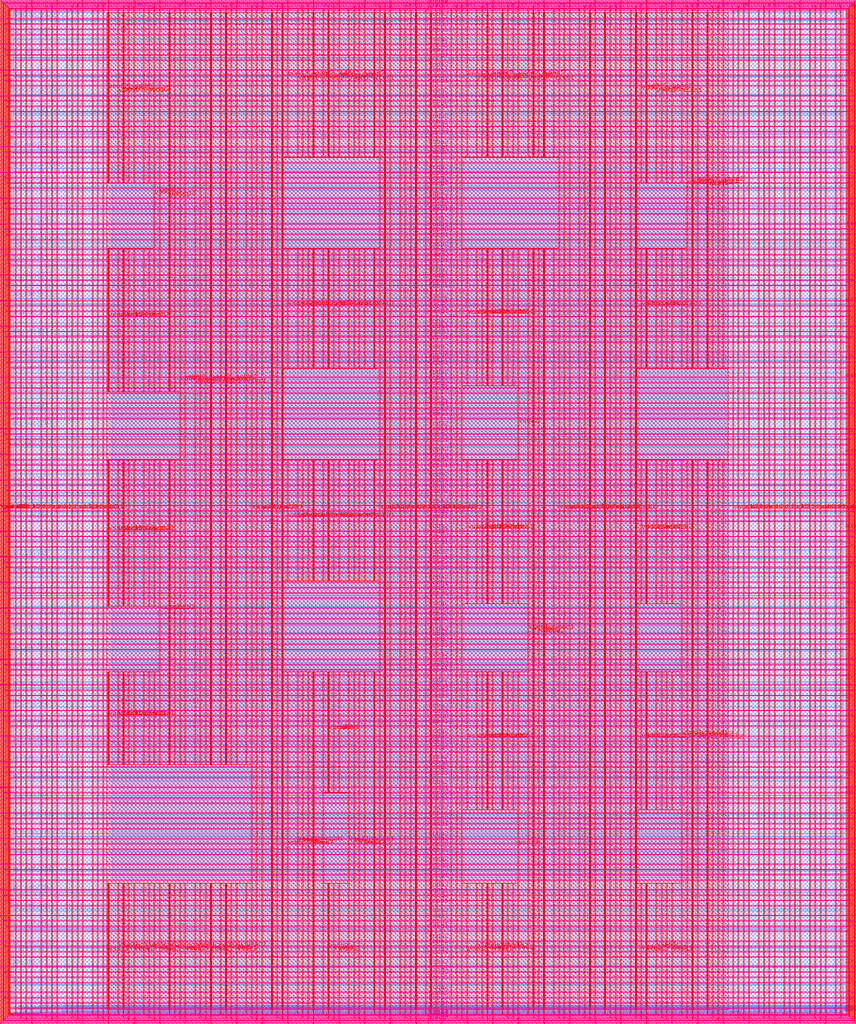
<source format=lef>
VERSION 5.7 ;
  NOWIREEXTENSIONATPIN ON ;
  DIVIDERCHAR "/" ;
  BUSBITCHARS "[]" ;
MACRO user_project_wrapper
  CLASS BLOCK ;
  FOREIGN user_project_wrapper ;
  ORIGIN 0.000 0.000 ;
  SIZE 2920.000 BY 3520.000 ;
  PIN analog_io[0]
    DIRECTION INOUT ;
    USE SIGNAL ;
    PORT
      LAYER met3 ;
        RECT 2917.600 1426.380 2924.800 1427.580 ;
    END
  END analog_io[0]
  PIN analog_io[10]
    DIRECTION INOUT ;
    USE SIGNAL ;
    PORT
      LAYER met2 ;
        RECT 2230.490 3517.600 2231.050 3524.800 ;
    END
  END analog_io[10]
  PIN analog_io[11]
    DIRECTION INOUT ;
    USE SIGNAL ;
    PORT
      LAYER met2 ;
        RECT 1905.730 3517.600 1906.290 3524.800 ;
    END
  END analog_io[11]
  PIN analog_io[12]
    DIRECTION INOUT ;
    USE SIGNAL ;
    PORT
      LAYER met2 ;
        RECT 1581.430 3517.600 1581.990 3524.800 ;
    END
  END analog_io[12]
  PIN analog_io[13]
    DIRECTION INOUT ;
    USE SIGNAL ;
    PORT
      LAYER met2 ;
        RECT 1257.130 3517.600 1257.690 3524.800 ;
    END
  END analog_io[13]
  PIN analog_io[14]
    DIRECTION INOUT ;
    USE SIGNAL ;
    PORT
      LAYER met2 ;
        RECT 932.370 3517.600 932.930 3524.800 ;
    END
  END analog_io[14]
  PIN analog_io[15]
    DIRECTION INOUT ;
    USE SIGNAL ;
    PORT
      LAYER met2 ;
        RECT 608.070 3517.600 608.630 3524.800 ;
    END
  END analog_io[15]
  PIN analog_io[16]
    DIRECTION INOUT ;
    USE SIGNAL ;
    PORT
      LAYER met2 ;
        RECT 283.770 3517.600 284.330 3524.800 ;
    END
  END analog_io[16]
  PIN analog_io[17]
    DIRECTION INOUT ;
    USE SIGNAL ;
    PORT
      LAYER met3 ;
        RECT -4.800 3486.100 2.400 3487.300 ;
    END
  END analog_io[17]
  PIN analog_io[18]
    DIRECTION INOUT ;
    USE SIGNAL ;
    PORT
      LAYER met3 ;
        RECT -4.800 3224.980 2.400 3226.180 ;
    END
  END analog_io[18]
  PIN analog_io[19]
    DIRECTION INOUT ;
    USE SIGNAL ;
    PORT
      LAYER met3 ;
        RECT -4.800 2964.540 2.400 2965.740 ;
    END
  END analog_io[19]
  PIN analog_io[1]
    DIRECTION INOUT ;
    USE SIGNAL ;
    PORT
      LAYER met3 ;
        RECT 2917.600 1692.260 2924.800 1693.460 ;
    END
  END analog_io[1]
  PIN analog_io[20]
    DIRECTION INOUT ;
    USE SIGNAL ;
    PORT
      LAYER met3 ;
        RECT -4.800 2703.420 2.400 2704.620 ;
    END
  END analog_io[20]
  PIN analog_io[21]
    DIRECTION INOUT ;
    USE SIGNAL ;
    PORT
      LAYER met3 ;
        RECT -4.800 2442.980 2.400 2444.180 ;
    END
  END analog_io[21]
  PIN analog_io[22]
    DIRECTION INOUT ;
    USE SIGNAL ;
    PORT
      LAYER met3 ;
        RECT -4.800 2182.540 2.400 2183.740 ;
    END
  END analog_io[22]
  PIN analog_io[23]
    DIRECTION INOUT ;
    USE SIGNAL ;
    PORT
      LAYER met3 ;
        RECT -4.800 1921.420 2.400 1922.620 ;
    END
  END analog_io[23]
  PIN analog_io[24]
    DIRECTION INOUT ;
    USE SIGNAL ;
    PORT
      LAYER met3 ;
        RECT -4.800 1660.980 2.400 1662.180 ;
    END
  END analog_io[24]
  PIN analog_io[25]
    DIRECTION INOUT ;
    USE SIGNAL ;
    PORT
      LAYER met3 ;
        RECT -4.800 1399.860 2.400 1401.060 ;
    END
  END analog_io[25]
  PIN analog_io[26]
    DIRECTION INOUT ;
    USE SIGNAL ;
    PORT
      LAYER met3 ;
        RECT -4.800 1139.420 2.400 1140.620 ;
    END
  END analog_io[26]
  PIN analog_io[27]
    DIRECTION INOUT ;
    USE SIGNAL ;
    PORT
      LAYER met3 ;
        RECT -4.800 878.980 2.400 880.180 ;
    END
  END analog_io[27]
  PIN analog_io[28]
    DIRECTION INOUT ;
    USE SIGNAL ;
    PORT
      LAYER met3 ;
        RECT -4.800 617.860 2.400 619.060 ;
    END
  END analog_io[28]
  PIN analog_io[2]
    DIRECTION INOUT ;
    USE SIGNAL ;
    PORT
      LAYER met3 ;
        RECT 2917.600 1958.140 2924.800 1959.340 ;
    END
  END analog_io[2]
  PIN analog_io[3]
    DIRECTION INOUT ;
    USE SIGNAL ;
    PORT
      LAYER met3 ;
        RECT 2917.600 2223.340 2924.800 2224.540 ;
    END
  END analog_io[3]
  PIN analog_io[4]
    DIRECTION INOUT ;
    USE SIGNAL ;
    PORT
      LAYER met3 ;
        RECT 2917.600 2489.220 2924.800 2490.420 ;
    END
  END analog_io[4]
  PIN analog_io[5]
    DIRECTION INOUT ;
    USE SIGNAL ;
    PORT
      LAYER met3 ;
        RECT 2917.600 2755.100 2924.800 2756.300 ;
    END
  END analog_io[5]
  PIN analog_io[6]
    DIRECTION INOUT ;
    USE SIGNAL ;
    PORT
      LAYER met3 ;
        RECT 2917.600 3020.300 2924.800 3021.500 ;
    END
  END analog_io[6]
  PIN analog_io[7]
    DIRECTION INOUT ;
    USE SIGNAL ;
    PORT
      LAYER met3 ;
        RECT 2917.600 3286.180 2924.800 3287.380 ;
    END
  END analog_io[7]
  PIN analog_io[8]
    DIRECTION INOUT ;
    USE SIGNAL ;
    PORT
      LAYER met2 ;
        RECT 2879.090 3517.600 2879.650 3524.800 ;
    END
  END analog_io[8]
  PIN analog_io[9]
    DIRECTION INOUT ;
    USE SIGNAL ;
    PORT
      LAYER met2 ;
        RECT 2554.790 3517.600 2555.350 3524.800 ;
    END
  END analog_io[9]
  PIN io_in[0]
    DIRECTION INPUT ;
    USE SIGNAL ;
    PORT
      LAYER met3 ;
        RECT 2917.600 32.380 2924.800 33.580 ;
    END
  END io_in[0]
  PIN io_in[10]
    DIRECTION INPUT ;
    USE SIGNAL ;
    PORT
      LAYER met3 ;
        RECT 2917.600 2289.980 2924.800 2291.180 ;
    END
  END io_in[10]
  PIN io_in[11]
    DIRECTION INPUT ;
    USE SIGNAL ;
    PORT
      LAYER met3 ;
        RECT 2917.600 2555.860 2924.800 2557.060 ;
    END
  END io_in[11]
  PIN io_in[12]
    DIRECTION INPUT ;
    USE SIGNAL ;
    PORT
      LAYER met3 ;
        RECT 2917.600 2821.060 2924.800 2822.260 ;
    END
  END io_in[12]
  PIN io_in[13]
    DIRECTION INPUT ;
    USE SIGNAL ;
    PORT
      LAYER met3 ;
        RECT 2917.600 3086.940 2924.800 3088.140 ;
    END
  END io_in[13]
  PIN io_in[14]
    DIRECTION INPUT ;
    USE SIGNAL ;
    PORT
      LAYER met3 ;
        RECT 2917.600 3352.820 2924.800 3354.020 ;
    END
  END io_in[14]
  PIN io_in[15]
    DIRECTION INPUT ;
    USE SIGNAL ;
    PORT
      LAYER met2 ;
        RECT 2798.130 3517.600 2798.690 3524.800 ;
    END
  END io_in[15]
  PIN io_in[16]
    DIRECTION INPUT ;
    USE SIGNAL ;
    PORT
      LAYER met2 ;
        RECT 2473.830 3517.600 2474.390 3524.800 ;
    END
  END io_in[16]
  PIN io_in[17]
    DIRECTION INPUT ;
    USE SIGNAL ;
    PORT
      LAYER met2 ;
        RECT 2149.070 3517.600 2149.630 3524.800 ;
    END
  END io_in[17]
  PIN io_in[18]
    DIRECTION INPUT ;
    USE SIGNAL ;
    PORT
      LAYER met2 ;
        RECT 1824.770 3517.600 1825.330 3524.800 ;
    END
  END io_in[18]
  PIN io_in[19]
    DIRECTION INPUT ;
    USE SIGNAL ;
    PORT
      LAYER met2 ;
        RECT 1500.470 3517.600 1501.030 3524.800 ;
    END
  END io_in[19]
  PIN io_in[1]
    DIRECTION INPUT ;
    USE SIGNAL ;
    PORT
      LAYER met3 ;
        RECT 2917.600 230.940 2924.800 232.140 ;
    END
  END io_in[1]
  PIN io_in[20]
    DIRECTION INPUT ;
    USE SIGNAL ;
    PORT
      LAYER met2 ;
        RECT 1175.710 3517.600 1176.270 3524.800 ;
    END
  END io_in[20]
  PIN io_in[21]
    DIRECTION INPUT ;
    USE SIGNAL ;
    PORT
      LAYER met2 ;
        RECT 851.410 3517.600 851.970 3524.800 ;
    END
  END io_in[21]
  PIN io_in[22]
    DIRECTION INPUT ;
    USE SIGNAL ;
    PORT
      LAYER met2 ;
        RECT 527.110 3517.600 527.670 3524.800 ;
    END
  END io_in[22]
  PIN io_in[23]
    DIRECTION INPUT ;
    USE SIGNAL ;
    PORT
      LAYER met2 ;
        RECT 202.350 3517.600 202.910 3524.800 ;
    END
  END io_in[23]
  PIN io_in[24]
    DIRECTION INPUT ;
    USE SIGNAL ;
    PORT
      LAYER met3 ;
        RECT -4.800 3420.820 2.400 3422.020 ;
    END
  END io_in[24]
  PIN io_in[25]
    DIRECTION INPUT ;
    USE SIGNAL ;
    PORT
      LAYER met3 ;
        RECT -4.800 3159.700 2.400 3160.900 ;
    END
  END io_in[25]
  PIN io_in[26]
    DIRECTION INPUT ;
    USE SIGNAL ;
    PORT
      LAYER met3 ;
        RECT -4.800 2899.260 2.400 2900.460 ;
    END
  END io_in[26]
  PIN io_in[27]
    DIRECTION INPUT ;
    USE SIGNAL ;
    PORT
      LAYER met3 ;
        RECT -4.800 2638.820 2.400 2640.020 ;
    END
  END io_in[27]
  PIN io_in[28]
    DIRECTION INPUT ;
    USE SIGNAL ;
    PORT
      LAYER met3 ;
        RECT -4.800 2377.700 2.400 2378.900 ;
    END
  END io_in[28]
  PIN io_in[29]
    DIRECTION INPUT ;
    USE SIGNAL ;
    PORT
      LAYER met3 ;
        RECT -4.800 2117.260 2.400 2118.460 ;
    END
  END io_in[29]
  PIN io_in[2]
    DIRECTION INPUT ;
    USE SIGNAL ;
    PORT
      LAYER met3 ;
        RECT 2917.600 430.180 2924.800 431.380 ;
    END
  END io_in[2]
  PIN io_in[30]
    DIRECTION INPUT ;
    USE SIGNAL ;
    PORT
      LAYER met3 ;
        RECT -4.800 1856.140 2.400 1857.340 ;
    END
  END io_in[30]
  PIN io_in[31]
    DIRECTION INPUT ;
    USE SIGNAL ;
    PORT
      LAYER met3 ;
        RECT -4.800 1595.700 2.400 1596.900 ;
    END
  END io_in[31]
  PIN io_in[32]
    DIRECTION INPUT ;
    USE SIGNAL ;
    PORT
      LAYER met3 ;
        RECT -4.800 1335.260 2.400 1336.460 ;
    END
  END io_in[32]
  PIN io_in[33]
    DIRECTION INPUT ;
    USE SIGNAL ;
    PORT
      LAYER met3 ;
        RECT -4.800 1074.140 2.400 1075.340 ;
    END
  END io_in[33]
  PIN io_in[34]
    DIRECTION INPUT ;
    USE SIGNAL ;
    PORT
      LAYER met3 ;
        RECT -4.800 813.700 2.400 814.900 ;
    END
  END io_in[34]
  PIN io_in[35]
    DIRECTION INPUT ;
    USE SIGNAL ;
    PORT
      LAYER met3 ;
        RECT -4.800 552.580 2.400 553.780 ;
    END
  END io_in[35]
  PIN io_in[36]
    DIRECTION INPUT ;
    USE SIGNAL ;
    PORT
      LAYER met3 ;
        RECT -4.800 357.420 2.400 358.620 ;
    END
  END io_in[36]
  PIN io_in[37]
    DIRECTION INPUT ;
    USE SIGNAL ;
    PORT
      LAYER met3 ;
        RECT -4.800 161.580 2.400 162.780 ;
    END
  END io_in[37]
  PIN io_in[3]
    DIRECTION INPUT ;
    USE SIGNAL ;
    PORT
      LAYER met3 ;
        RECT 2917.600 629.420 2924.800 630.620 ;
    END
  END io_in[3]
  PIN io_in[4]
    DIRECTION INPUT ;
    USE SIGNAL ;
    PORT
      LAYER met3 ;
        RECT 2917.600 828.660 2924.800 829.860 ;
    END
  END io_in[4]
  PIN io_in[5]
    DIRECTION INPUT ;
    USE SIGNAL ;
    PORT
      LAYER met3 ;
        RECT 2917.600 1027.900 2924.800 1029.100 ;
    END
  END io_in[5]
  PIN io_in[6]
    DIRECTION INPUT ;
    USE SIGNAL ;
    PORT
      LAYER met3 ;
        RECT 2917.600 1227.140 2924.800 1228.340 ;
    END
  END io_in[6]
  PIN io_in[7]
    DIRECTION INPUT ;
    USE SIGNAL ;
    PORT
      LAYER met3 ;
        RECT 2917.600 1493.020 2924.800 1494.220 ;
    END
  END io_in[7]
  PIN io_in[8]
    DIRECTION INPUT ;
    USE SIGNAL ;
    PORT
      LAYER met3 ;
        RECT 2917.600 1758.900 2924.800 1760.100 ;
    END
  END io_in[8]
  PIN io_in[9]
    DIRECTION INPUT ;
    USE SIGNAL ;
    PORT
      LAYER met3 ;
        RECT 2917.600 2024.100 2924.800 2025.300 ;
    END
  END io_in[9]
  PIN io_oeb[0]
    DIRECTION OUTPUT TRISTATE ;
    USE SIGNAL ;
    PORT
      LAYER met3 ;
        RECT 2917.600 164.980 2924.800 166.180 ;
    END
  END io_oeb[0]
  PIN io_oeb[10]
    DIRECTION OUTPUT TRISTATE ;
    USE SIGNAL ;
    PORT
      LAYER met3 ;
        RECT 2917.600 2422.580 2924.800 2423.780 ;
    END
  END io_oeb[10]
  PIN io_oeb[11]
    DIRECTION OUTPUT TRISTATE ;
    USE SIGNAL ;
    PORT
      LAYER met3 ;
        RECT 2917.600 2688.460 2924.800 2689.660 ;
    END
  END io_oeb[11]
  PIN io_oeb[12]
    DIRECTION OUTPUT TRISTATE ;
    USE SIGNAL ;
    PORT
      LAYER met3 ;
        RECT 2917.600 2954.340 2924.800 2955.540 ;
    END
  END io_oeb[12]
  PIN io_oeb[13]
    DIRECTION OUTPUT TRISTATE ;
    USE SIGNAL ;
    PORT
      LAYER met3 ;
        RECT 2917.600 3219.540 2924.800 3220.740 ;
    END
  END io_oeb[13]
  PIN io_oeb[14]
    DIRECTION OUTPUT TRISTATE ;
    USE SIGNAL ;
    PORT
      LAYER met3 ;
        RECT 2917.600 3485.420 2924.800 3486.620 ;
    END
  END io_oeb[14]
  PIN io_oeb[15]
    DIRECTION OUTPUT TRISTATE ;
    USE SIGNAL ;
    PORT
      LAYER met2 ;
        RECT 2635.750 3517.600 2636.310 3524.800 ;
    END
  END io_oeb[15]
  PIN io_oeb[16]
    DIRECTION OUTPUT TRISTATE ;
    USE SIGNAL ;
    PORT
      LAYER met2 ;
        RECT 2311.450 3517.600 2312.010 3524.800 ;
    END
  END io_oeb[16]
  PIN io_oeb[17]
    DIRECTION OUTPUT TRISTATE ;
    USE SIGNAL ;
    PORT
      LAYER met2 ;
        RECT 1987.150 3517.600 1987.710 3524.800 ;
    END
  END io_oeb[17]
  PIN io_oeb[18]
    DIRECTION OUTPUT TRISTATE ;
    USE SIGNAL ;
    PORT
      LAYER met2 ;
        RECT 1662.390 3517.600 1662.950 3524.800 ;
    END
  END io_oeb[18]
  PIN io_oeb[19]
    DIRECTION OUTPUT TRISTATE ;
    USE SIGNAL ;
    PORT
      LAYER met2 ;
        RECT 1338.090 3517.600 1338.650 3524.800 ;
    END
  END io_oeb[19]
  PIN io_oeb[1]
    DIRECTION OUTPUT TRISTATE ;
    USE SIGNAL ;
    PORT
      LAYER met3 ;
        RECT 2917.600 364.220 2924.800 365.420 ;
    END
  END io_oeb[1]
  PIN io_oeb[20]
    DIRECTION OUTPUT TRISTATE ;
    USE SIGNAL ;
    PORT
      LAYER met2 ;
        RECT 1013.790 3517.600 1014.350 3524.800 ;
    END
  END io_oeb[20]
  PIN io_oeb[21]
    DIRECTION OUTPUT TRISTATE ;
    USE SIGNAL ;
    PORT
      LAYER met2 ;
        RECT 689.030 3517.600 689.590 3524.800 ;
    END
  END io_oeb[21]
  PIN io_oeb[22]
    DIRECTION OUTPUT TRISTATE ;
    USE SIGNAL ;
    PORT
      LAYER met2 ;
        RECT 364.730 3517.600 365.290 3524.800 ;
    END
  END io_oeb[22]
  PIN io_oeb[23]
    DIRECTION OUTPUT TRISTATE ;
    USE SIGNAL ;
    PORT
      LAYER met2 ;
        RECT 40.430 3517.600 40.990 3524.800 ;
    END
  END io_oeb[23]
  PIN io_oeb[24]
    DIRECTION OUTPUT TRISTATE ;
    USE SIGNAL ;
    PORT
      LAYER met3 ;
        RECT -4.800 3290.260 2.400 3291.460 ;
    END
  END io_oeb[24]
  PIN io_oeb[25]
    DIRECTION OUTPUT TRISTATE ;
    USE SIGNAL ;
    PORT
      LAYER met3 ;
        RECT -4.800 3029.820 2.400 3031.020 ;
    END
  END io_oeb[25]
  PIN io_oeb[26]
    DIRECTION OUTPUT TRISTATE ;
    USE SIGNAL ;
    PORT
      LAYER met3 ;
        RECT -4.800 2768.700 2.400 2769.900 ;
    END
  END io_oeb[26]
  PIN io_oeb[27]
    DIRECTION OUTPUT TRISTATE ;
    USE SIGNAL ;
    PORT
      LAYER met3 ;
        RECT -4.800 2508.260 2.400 2509.460 ;
    END
  END io_oeb[27]
  PIN io_oeb[28]
    DIRECTION OUTPUT TRISTATE ;
    USE SIGNAL ;
    PORT
      LAYER met3 ;
        RECT -4.800 2247.140 2.400 2248.340 ;
    END
  END io_oeb[28]
  PIN io_oeb[29]
    DIRECTION OUTPUT TRISTATE ;
    USE SIGNAL ;
    PORT
      LAYER met3 ;
        RECT -4.800 1986.700 2.400 1987.900 ;
    END
  END io_oeb[29]
  PIN io_oeb[2]
    DIRECTION OUTPUT TRISTATE ;
    USE SIGNAL ;
    PORT
      LAYER met3 ;
        RECT 2917.600 563.460 2924.800 564.660 ;
    END
  END io_oeb[2]
  PIN io_oeb[30]
    DIRECTION OUTPUT TRISTATE ;
    USE SIGNAL ;
    PORT
      LAYER met3 ;
        RECT -4.800 1726.260 2.400 1727.460 ;
    END
  END io_oeb[30]
  PIN io_oeb[31]
    DIRECTION OUTPUT TRISTATE ;
    USE SIGNAL ;
    PORT
      LAYER met3 ;
        RECT -4.800 1465.140 2.400 1466.340 ;
    END
  END io_oeb[31]
  PIN io_oeb[32]
    DIRECTION OUTPUT TRISTATE ;
    USE SIGNAL ;
    PORT
      LAYER met3 ;
        RECT -4.800 1204.700 2.400 1205.900 ;
    END
  END io_oeb[32]
  PIN io_oeb[33]
    DIRECTION OUTPUT TRISTATE ;
    USE SIGNAL ;
    PORT
      LAYER met3 ;
        RECT -4.800 943.580 2.400 944.780 ;
    END
  END io_oeb[33]
  PIN io_oeb[34]
    DIRECTION OUTPUT TRISTATE ;
    USE SIGNAL ;
    PORT
      LAYER met3 ;
        RECT -4.800 683.140 2.400 684.340 ;
    END
  END io_oeb[34]
  PIN io_oeb[35]
    DIRECTION OUTPUT TRISTATE ;
    USE SIGNAL ;
    PORT
      LAYER met3 ;
        RECT -4.800 422.700 2.400 423.900 ;
    END
  END io_oeb[35]
  PIN io_oeb[36]
    DIRECTION OUTPUT TRISTATE ;
    USE SIGNAL ;
    PORT
      LAYER met3 ;
        RECT -4.800 226.860 2.400 228.060 ;
    END
  END io_oeb[36]
  PIN io_oeb[37]
    DIRECTION OUTPUT TRISTATE ;
    USE SIGNAL ;
    PORT
      LAYER met3 ;
        RECT -4.800 31.700 2.400 32.900 ;
    END
  END io_oeb[37]
  PIN io_oeb[3]
    DIRECTION OUTPUT TRISTATE ;
    USE SIGNAL ;
    PORT
      LAYER met3 ;
        RECT 2917.600 762.700 2924.800 763.900 ;
    END
  END io_oeb[3]
  PIN io_oeb[4]
    DIRECTION OUTPUT TRISTATE ;
    USE SIGNAL ;
    PORT
      LAYER met3 ;
        RECT 2917.600 961.940 2924.800 963.140 ;
    END
  END io_oeb[4]
  PIN io_oeb[5]
    DIRECTION OUTPUT TRISTATE ;
    USE SIGNAL ;
    PORT
      LAYER met3 ;
        RECT 2917.600 1161.180 2924.800 1162.380 ;
    END
  END io_oeb[5]
  PIN io_oeb[6]
    DIRECTION OUTPUT TRISTATE ;
    USE SIGNAL ;
    PORT
      LAYER met3 ;
        RECT 2917.600 1360.420 2924.800 1361.620 ;
    END
  END io_oeb[6]
  PIN io_oeb[7]
    DIRECTION OUTPUT TRISTATE ;
    USE SIGNAL ;
    PORT
      LAYER met3 ;
        RECT 2917.600 1625.620 2924.800 1626.820 ;
    END
  END io_oeb[7]
  PIN io_oeb[8]
    DIRECTION OUTPUT TRISTATE ;
    USE SIGNAL ;
    PORT
      LAYER met3 ;
        RECT 2917.600 1891.500 2924.800 1892.700 ;
    END
  END io_oeb[8]
  PIN io_oeb[9]
    DIRECTION OUTPUT TRISTATE ;
    USE SIGNAL ;
    PORT
      LAYER met3 ;
        RECT 2917.600 2157.380 2924.800 2158.580 ;
    END
  END io_oeb[9]
  PIN io_out[0]
    DIRECTION OUTPUT TRISTATE ;
    USE SIGNAL ;
    PORT
      LAYER met3 ;
        RECT 2917.600 98.340 2924.800 99.540 ;
    END
  END io_out[0]
  PIN io_out[10]
    DIRECTION OUTPUT TRISTATE ;
    USE SIGNAL ;
    PORT
      LAYER met3 ;
        RECT 2917.600 2356.620 2924.800 2357.820 ;
    END
  END io_out[10]
  PIN io_out[11]
    DIRECTION OUTPUT TRISTATE ;
    USE SIGNAL ;
    PORT
      LAYER met3 ;
        RECT 2917.600 2621.820 2924.800 2623.020 ;
    END
  END io_out[11]
  PIN io_out[12]
    DIRECTION OUTPUT TRISTATE ;
    USE SIGNAL ;
    PORT
      LAYER met3 ;
        RECT 2917.600 2887.700 2924.800 2888.900 ;
    END
  END io_out[12]
  PIN io_out[13]
    DIRECTION OUTPUT TRISTATE ;
    USE SIGNAL ;
    PORT
      LAYER met3 ;
        RECT 2917.600 3153.580 2924.800 3154.780 ;
    END
  END io_out[13]
  PIN io_out[14]
    DIRECTION OUTPUT TRISTATE ;
    USE SIGNAL ;
    PORT
      LAYER met3 ;
        RECT 2917.600 3418.780 2924.800 3419.980 ;
    END
  END io_out[14]
  PIN io_out[15]
    DIRECTION OUTPUT TRISTATE ;
    USE SIGNAL ;
    PORT
      LAYER met2 ;
        RECT 2717.170 3517.600 2717.730 3524.800 ;
    END
  END io_out[15]
  PIN io_out[16]
    DIRECTION OUTPUT TRISTATE ;
    USE SIGNAL ;
    PORT
      LAYER met2 ;
        RECT 2392.410 3517.600 2392.970 3524.800 ;
    END
  END io_out[16]
  PIN io_out[17]
    DIRECTION OUTPUT TRISTATE ;
    USE SIGNAL ;
    PORT
      LAYER met2 ;
        RECT 2068.110 3517.600 2068.670 3524.800 ;
    END
  END io_out[17]
  PIN io_out[18]
    DIRECTION OUTPUT TRISTATE ;
    USE SIGNAL ;
    PORT
      LAYER met2 ;
        RECT 1743.810 3517.600 1744.370 3524.800 ;
    END
  END io_out[18]
  PIN io_out[19]
    DIRECTION OUTPUT TRISTATE ;
    USE SIGNAL ;
    PORT
      LAYER met2 ;
        RECT 1419.050 3517.600 1419.610 3524.800 ;
    END
  END io_out[19]
  PIN io_out[1]
    DIRECTION OUTPUT TRISTATE ;
    USE SIGNAL ;
    PORT
      LAYER met3 ;
        RECT 2917.600 297.580 2924.800 298.780 ;
    END
  END io_out[1]
  PIN io_out[20]
    DIRECTION OUTPUT TRISTATE ;
    USE SIGNAL ;
    PORT
      LAYER met2 ;
        RECT 1094.750 3517.600 1095.310 3524.800 ;
    END
  END io_out[20]
  PIN io_out[21]
    DIRECTION OUTPUT TRISTATE ;
    USE SIGNAL ;
    PORT
      LAYER met2 ;
        RECT 770.450 3517.600 771.010 3524.800 ;
    END
  END io_out[21]
  PIN io_out[22]
    DIRECTION OUTPUT TRISTATE ;
    USE SIGNAL ;
    PORT
      LAYER met2 ;
        RECT 445.690 3517.600 446.250 3524.800 ;
    END
  END io_out[22]
  PIN io_out[23]
    DIRECTION OUTPUT TRISTATE ;
    USE SIGNAL ;
    PORT
      LAYER met2 ;
        RECT 121.390 3517.600 121.950 3524.800 ;
    END
  END io_out[23]
  PIN io_out[24]
    DIRECTION OUTPUT TRISTATE ;
    USE SIGNAL ;
    PORT
      LAYER met3 ;
        RECT -4.800 3355.540 2.400 3356.740 ;
    END
  END io_out[24]
  PIN io_out[25]
    DIRECTION OUTPUT TRISTATE ;
    USE SIGNAL ;
    PORT
      LAYER met3 ;
        RECT -4.800 3095.100 2.400 3096.300 ;
    END
  END io_out[25]
  PIN io_out[26]
    DIRECTION OUTPUT TRISTATE ;
    USE SIGNAL ;
    PORT
      LAYER met3 ;
        RECT -4.800 2833.980 2.400 2835.180 ;
    END
  END io_out[26]
  PIN io_out[27]
    DIRECTION OUTPUT TRISTATE ;
    USE SIGNAL ;
    PORT
      LAYER met3 ;
        RECT -4.800 2573.540 2.400 2574.740 ;
    END
  END io_out[27]
  PIN io_out[28]
    DIRECTION OUTPUT TRISTATE ;
    USE SIGNAL ;
    PORT
      LAYER met3 ;
        RECT -4.800 2312.420 2.400 2313.620 ;
    END
  END io_out[28]
  PIN io_out[29]
    DIRECTION OUTPUT TRISTATE ;
    USE SIGNAL ;
    PORT
      LAYER met3 ;
        RECT -4.800 2051.980 2.400 2053.180 ;
    END
  END io_out[29]
  PIN io_out[2]
    DIRECTION OUTPUT TRISTATE ;
    USE SIGNAL ;
    PORT
      LAYER met3 ;
        RECT 2917.600 496.820 2924.800 498.020 ;
    END
  END io_out[2]
  PIN io_out[30]
    DIRECTION OUTPUT TRISTATE ;
    USE SIGNAL ;
    PORT
      LAYER met3 ;
        RECT -4.800 1791.540 2.400 1792.740 ;
    END
  END io_out[30]
  PIN io_out[31]
    DIRECTION OUTPUT TRISTATE ;
    USE SIGNAL ;
    PORT
      LAYER met3 ;
        RECT -4.800 1530.420 2.400 1531.620 ;
    END
  END io_out[31]
  PIN io_out[32]
    DIRECTION OUTPUT TRISTATE ;
    USE SIGNAL ;
    PORT
      LAYER met3 ;
        RECT -4.800 1269.980 2.400 1271.180 ;
    END
  END io_out[32]
  PIN io_out[33]
    DIRECTION OUTPUT TRISTATE ;
    USE SIGNAL ;
    PORT
      LAYER met3 ;
        RECT -4.800 1008.860 2.400 1010.060 ;
    END
  END io_out[33]
  PIN io_out[34]
    DIRECTION OUTPUT TRISTATE ;
    USE SIGNAL ;
    PORT
      LAYER met3 ;
        RECT -4.800 748.420 2.400 749.620 ;
    END
  END io_out[34]
  PIN io_out[35]
    DIRECTION OUTPUT TRISTATE ;
    USE SIGNAL ;
    PORT
      LAYER met3 ;
        RECT -4.800 487.300 2.400 488.500 ;
    END
  END io_out[35]
  PIN io_out[36]
    DIRECTION OUTPUT TRISTATE ;
    USE SIGNAL ;
    PORT
      LAYER met3 ;
        RECT -4.800 292.140 2.400 293.340 ;
    END
  END io_out[36]
  PIN io_out[37]
    DIRECTION OUTPUT TRISTATE ;
    USE SIGNAL ;
    PORT
      LAYER met3 ;
        RECT -4.800 96.300 2.400 97.500 ;
    END
  END io_out[37]
  PIN io_out[3]
    DIRECTION OUTPUT TRISTATE ;
    USE SIGNAL ;
    PORT
      LAYER met3 ;
        RECT 2917.600 696.060 2924.800 697.260 ;
    END
  END io_out[3]
  PIN io_out[4]
    DIRECTION OUTPUT TRISTATE ;
    USE SIGNAL ;
    PORT
      LAYER met3 ;
        RECT 2917.600 895.300 2924.800 896.500 ;
    END
  END io_out[4]
  PIN io_out[5]
    DIRECTION OUTPUT TRISTATE ;
    USE SIGNAL ;
    PORT
      LAYER met3 ;
        RECT 2917.600 1094.540 2924.800 1095.740 ;
    END
  END io_out[5]
  PIN io_out[6]
    DIRECTION OUTPUT TRISTATE ;
    USE SIGNAL ;
    PORT
      LAYER met3 ;
        RECT 2917.600 1293.780 2924.800 1294.980 ;
    END
  END io_out[6]
  PIN io_out[7]
    DIRECTION OUTPUT TRISTATE ;
    USE SIGNAL ;
    PORT
      LAYER met3 ;
        RECT 2917.600 1559.660 2924.800 1560.860 ;
    END
  END io_out[7]
  PIN io_out[8]
    DIRECTION OUTPUT TRISTATE ;
    USE SIGNAL ;
    PORT
      LAYER met3 ;
        RECT 2917.600 1824.860 2924.800 1826.060 ;
    END
  END io_out[8]
  PIN io_out[9]
    DIRECTION OUTPUT TRISTATE ;
    USE SIGNAL ;
    PORT
      LAYER met3 ;
        RECT 2917.600 2090.740 2924.800 2091.940 ;
    END
  END io_out[9]
  PIN la_data_in[0]
    DIRECTION INPUT ;
    USE SIGNAL ;
    PORT
      LAYER met2 ;
        RECT 629.230 -4.800 629.790 2.400 ;
    END
  END la_data_in[0]
  PIN la_data_in[100]
    DIRECTION INPUT ;
    USE SIGNAL ;
    PORT
      LAYER met2 ;
        RECT 2402.530 -4.800 2403.090 2.400 ;
    END
  END la_data_in[100]
  PIN la_data_in[101]
    DIRECTION INPUT ;
    USE SIGNAL ;
    PORT
      LAYER met2 ;
        RECT 2420.010 -4.800 2420.570 2.400 ;
    END
  END la_data_in[101]
  PIN la_data_in[102]
    DIRECTION INPUT ;
    USE SIGNAL ;
    PORT
      LAYER met2 ;
        RECT 2437.950 -4.800 2438.510 2.400 ;
    END
  END la_data_in[102]
  PIN la_data_in[103]
    DIRECTION INPUT ;
    USE SIGNAL ;
    PORT
      LAYER met2 ;
        RECT 2455.430 -4.800 2455.990 2.400 ;
    END
  END la_data_in[103]
  PIN la_data_in[104]
    DIRECTION INPUT ;
    USE SIGNAL ;
    PORT
      LAYER met2 ;
        RECT 2473.370 -4.800 2473.930 2.400 ;
    END
  END la_data_in[104]
  PIN la_data_in[105]
    DIRECTION INPUT ;
    USE SIGNAL ;
    PORT
      LAYER met2 ;
        RECT 2490.850 -4.800 2491.410 2.400 ;
    END
  END la_data_in[105]
  PIN la_data_in[106]
    DIRECTION INPUT ;
    USE SIGNAL ;
    PORT
      LAYER met2 ;
        RECT 2508.790 -4.800 2509.350 2.400 ;
    END
  END la_data_in[106]
  PIN la_data_in[107]
    DIRECTION INPUT ;
    USE SIGNAL ;
    PORT
      LAYER met2 ;
        RECT 2526.730 -4.800 2527.290 2.400 ;
    END
  END la_data_in[107]
  PIN la_data_in[108]
    DIRECTION INPUT ;
    USE SIGNAL ;
    PORT
      LAYER met2 ;
        RECT 2544.210 -4.800 2544.770 2.400 ;
    END
  END la_data_in[108]
  PIN la_data_in[109]
    DIRECTION INPUT ;
    USE SIGNAL ;
    PORT
      LAYER met2 ;
        RECT 2562.150 -4.800 2562.710 2.400 ;
    END
  END la_data_in[109]
  PIN la_data_in[10]
    DIRECTION INPUT ;
    USE SIGNAL ;
    PORT
      LAYER met2 ;
        RECT 806.330 -4.800 806.890 2.400 ;
    END
  END la_data_in[10]
  PIN la_data_in[110]
    DIRECTION INPUT ;
    USE SIGNAL ;
    PORT
      LAYER met2 ;
        RECT 2579.630 -4.800 2580.190 2.400 ;
    END
  END la_data_in[110]
  PIN la_data_in[111]
    DIRECTION INPUT ;
    USE SIGNAL ;
    PORT
      LAYER met2 ;
        RECT 2597.570 -4.800 2598.130 2.400 ;
    END
  END la_data_in[111]
  PIN la_data_in[112]
    DIRECTION INPUT ;
    USE SIGNAL ;
    PORT
      LAYER met2 ;
        RECT 2615.050 -4.800 2615.610 2.400 ;
    END
  END la_data_in[112]
  PIN la_data_in[113]
    DIRECTION INPUT ;
    USE SIGNAL ;
    PORT
      LAYER met2 ;
        RECT 2632.990 -4.800 2633.550 2.400 ;
    END
  END la_data_in[113]
  PIN la_data_in[114]
    DIRECTION INPUT ;
    USE SIGNAL ;
    PORT
      LAYER met2 ;
        RECT 2650.470 -4.800 2651.030 2.400 ;
    END
  END la_data_in[114]
  PIN la_data_in[115]
    DIRECTION INPUT ;
    USE SIGNAL ;
    PORT
      LAYER met2 ;
        RECT 2668.410 -4.800 2668.970 2.400 ;
    END
  END la_data_in[115]
  PIN la_data_in[116]
    DIRECTION INPUT ;
    USE SIGNAL ;
    PORT
      LAYER met2 ;
        RECT 2685.890 -4.800 2686.450 2.400 ;
    END
  END la_data_in[116]
  PIN la_data_in[117]
    DIRECTION INPUT ;
    USE SIGNAL ;
    PORT
      LAYER met2 ;
        RECT 2703.830 -4.800 2704.390 2.400 ;
    END
  END la_data_in[117]
  PIN la_data_in[118]
    DIRECTION INPUT ;
    USE SIGNAL ;
    PORT
      LAYER met2 ;
        RECT 2721.770 -4.800 2722.330 2.400 ;
    END
  END la_data_in[118]
  PIN la_data_in[119]
    DIRECTION INPUT ;
    USE SIGNAL ;
    PORT
      LAYER met2 ;
        RECT 2739.250 -4.800 2739.810 2.400 ;
    END
  END la_data_in[119]
  PIN la_data_in[11]
    DIRECTION INPUT ;
    USE SIGNAL ;
    PORT
      LAYER met2 ;
        RECT 824.270 -4.800 824.830 2.400 ;
    END
  END la_data_in[11]
  PIN la_data_in[120]
    DIRECTION INPUT ;
    USE SIGNAL ;
    PORT
      LAYER met2 ;
        RECT 2757.190 -4.800 2757.750 2.400 ;
    END
  END la_data_in[120]
  PIN la_data_in[121]
    DIRECTION INPUT ;
    USE SIGNAL ;
    PORT
      LAYER met2 ;
        RECT 2774.670 -4.800 2775.230 2.400 ;
    END
  END la_data_in[121]
  PIN la_data_in[122]
    DIRECTION INPUT ;
    USE SIGNAL ;
    PORT
      LAYER met2 ;
        RECT 2792.610 -4.800 2793.170 2.400 ;
    END
  END la_data_in[122]
  PIN la_data_in[123]
    DIRECTION INPUT ;
    USE SIGNAL ;
    PORT
      LAYER met2 ;
        RECT 2810.090 -4.800 2810.650 2.400 ;
    END
  END la_data_in[123]
  PIN la_data_in[124]
    DIRECTION INPUT ;
    USE SIGNAL ;
    PORT
      LAYER met2 ;
        RECT 2828.030 -4.800 2828.590 2.400 ;
    END
  END la_data_in[124]
  PIN la_data_in[125]
    DIRECTION INPUT ;
    USE SIGNAL ;
    PORT
      LAYER met2 ;
        RECT 2845.510 -4.800 2846.070 2.400 ;
    END
  END la_data_in[125]
  PIN la_data_in[126]
    DIRECTION INPUT ;
    USE SIGNAL ;
    PORT
      LAYER met2 ;
        RECT 2863.450 -4.800 2864.010 2.400 ;
    END
  END la_data_in[126]
  PIN la_data_in[127]
    DIRECTION INPUT ;
    USE SIGNAL ;
    PORT
      LAYER met2 ;
        RECT 2881.390 -4.800 2881.950 2.400 ;
    END
  END la_data_in[127]
  PIN la_data_in[12]
    DIRECTION INPUT ;
    USE SIGNAL ;
    PORT
      LAYER met2 ;
        RECT 841.750 -4.800 842.310 2.400 ;
    END
  END la_data_in[12]
  PIN la_data_in[13]
    DIRECTION INPUT ;
    USE SIGNAL ;
    PORT
      LAYER met2 ;
        RECT 859.690 -4.800 860.250 2.400 ;
    END
  END la_data_in[13]
  PIN la_data_in[14]
    DIRECTION INPUT ;
    USE SIGNAL ;
    PORT
      LAYER met2 ;
        RECT 877.170 -4.800 877.730 2.400 ;
    END
  END la_data_in[14]
  PIN la_data_in[15]
    DIRECTION INPUT ;
    USE SIGNAL ;
    PORT
      LAYER met2 ;
        RECT 895.110 -4.800 895.670 2.400 ;
    END
  END la_data_in[15]
  PIN la_data_in[16]
    DIRECTION INPUT ;
    USE SIGNAL ;
    PORT
      LAYER met2 ;
        RECT 912.590 -4.800 913.150 2.400 ;
    END
  END la_data_in[16]
  PIN la_data_in[17]
    DIRECTION INPUT ;
    USE SIGNAL ;
    PORT
      LAYER met2 ;
        RECT 930.530 -4.800 931.090 2.400 ;
    END
  END la_data_in[17]
  PIN la_data_in[18]
    DIRECTION INPUT ;
    USE SIGNAL ;
    PORT
      LAYER met2 ;
        RECT 948.470 -4.800 949.030 2.400 ;
    END
  END la_data_in[18]
  PIN la_data_in[19]
    DIRECTION INPUT ;
    USE SIGNAL ;
    PORT
      LAYER met2 ;
        RECT 965.950 -4.800 966.510 2.400 ;
    END
  END la_data_in[19]
  PIN la_data_in[1]
    DIRECTION INPUT ;
    USE SIGNAL ;
    PORT
      LAYER met2 ;
        RECT 646.710 -4.800 647.270 2.400 ;
    END
  END la_data_in[1]
  PIN la_data_in[20]
    DIRECTION INPUT ;
    USE SIGNAL ;
    PORT
      LAYER met2 ;
        RECT 983.890 -4.800 984.450 2.400 ;
    END
  END la_data_in[20]
  PIN la_data_in[21]
    DIRECTION INPUT ;
    USE SIGNAL ;
    PORT
      LAYER met2 ;
        RECT 1001.370 -4.800 1001.930 2.400 ;
    END
  END la_data_in[21]
  PIN la_data_in[22]
    DIRECTION INPUT ;
    USE SIGNAL ;
    PORT
      LAYER met2 ;
        RECT 1019.310 -4.800 1019.870 2.400 ;
    END
  END la_data_in[22]
  PIN la_data_in[23]
    DIRECTION INPUT ;
    USE SIGNAL ;
    PORT
      LAYER met2 ;
        RECT 1036.790 -4.800 1037.350 2.400 ;
    END
  END la_data_in[23]
  PIN la_data_in[24]
    DIRECTION INPUT ;
    USE SIGNAL ;
    PORT
      LAYER met2 ;
        RECT 1054.730 -4.800 1055.290 2.400 ;
    END
  END la_data_in[24]
  PIN la_data_in[25]
    DIRECTION INPUT ;
    USE SIGNAL ;
    PORT
      LAYER met2 ;
        RECT 1072.210 -4.800 1072.770 2.400 ;
    END
  END la_data_in[25]
  PIN la_data_in[26]
    DIRECTION INPUT ;
    USE SIGNAL ;
    PORT
      LAYER met2 ;
        RECT 1090.150 -4.800 1090.710 2.400 ;
    END
  END la_data_in[26]
  PIN la_data_in[27]
    DIRECTION INPUT ;
    USE SIGNAL ;
    PORT
      LAYER met2 ;
        RECT 1107.630 -4.800 1108.190 2.400 ;
    END
  END la_data_in[27]
  PIN la_data_in[28]
    DIRECTION INPUT ;
    USE SIGNAL ;
    PORT
      LAYER met2 ;
        RECT 1125.570 -4.800 1126.130 2.400 ;
    END
  END la_data_in[28]
  PIN la_data_in[29]
    DIRECTION INPUT ;
    USE SIGNAL ;
    PORT
      LAYER met2 ;
        RECT 1143.510 -4.800 1144.070 2.400 ;
    END
  END la_data_in[29]
  PIN la_data_in[2]
    DIRECTION INPUT ;
    USE SIGNAL ;
    PORT
      LAYER met2 ;
        RECT 664.650 -4.800 665.210 2.400 ;
    END
  END la_data_in[2]
  PIN la_data_in[30]
    DIRECTION INPUT ;
    USE SIGNAL ;
    PORT
      LAYER met2 ;
        RECT 1160.990 -4.800 1161.550 2.400 ;
    END
  END la_data_in[30]
  PIN la_data_in[31]
    DIRECTION INPUT ;
    USE SIGNAL ;
    PORT
      LAYER met2 ;
        RECT 1178.930 -4.800 1179.490 2.400 ;
    END
  END la_data_in[31]
  PIN la_data_in[32]
    DIRECTION INPUT ;
    USE SIGNAL ;
    PORT
      LAYER met2 ;
        RECT 1196.410 -4.800 1196.970 2.400 ;
    END
  END la_data_in[32]
  PIN la_data_in[33]
    DIRECTION INPUT ;
    USE SIGNAL ;
    PORT
      LAYER met2 ;
        RECT 1214.350 -4.800 1214.910 2.400 ;
    END
  END la_data_in[33]
  PIN la_data_in[34]
    DIRECTION INPUT ;
    USE SIGNAL ;
    PORT
      LAYER met2 ;
        RECT 1231.830 -4.800 1232.390 2.400 ;
    END
  END la_data_in[34]
  PIN la_data_in[35]
    DIRECTION INPUT ;
    USE SIGNAL ;
    PORT
      LAYER met2 ;
        RECT 1249.770 -4.800 1250.330 2.400 ;
    END
  END la_data_in[35]
  PIN la_data_in[36]
    DIRECTION INPUT ;
    USE SIGNAL ;
    PORT
      LAYER met2 ;
        RECT 1267.250 -4.800 1267.810 2.400 ;
    END
  END la_data_in[36]
  PIN la_data_in[37]
    DIRECTION INPUT ;
    USE SIGNAL ;
    PORT
      LAYER met2 ;
        RECT 1285.190 -4.800 1285.750 2.400 ;
    END
  END la_data_in[37]
  PIN la_data_in[38]
    DIRECTION INPUT ;
    USE SIGNAL ;
    PORT
      LAYER met2 ;
        RECT 1303.130 -4.800 1303.690 2.400 ;
    END
  END la_data_in[38]
  PIN la_data_in[39]
    DIRECTION INPUT ;
    USE SIGNAL ;
    PORT
      LAYER met2 ;
        RECT 1320.610 -4.800 1321.170 2.400 ;
    END
  END la_data_in[39]
  PIN la_data_in[3]
    DIRECTION INPUT ;
    USE SIGNAL ;
    PORT
      LAYER met2 ;
        RECT 682.130 -4.800 682.690 2.400 ;
    END
  END la_data_in[3]
  PIN la_data_in[40]
    DIRECTION INPUT ;
    USE SIGNAL ;
    PORT
      LAYER met2 ;
        RECT 1338.550 -4.800 1339.110 2.400 ;
    END
  END la_data_in[40]
  PIN la_data_in[41]
    DIRECTION INPUT ;
    USE SIGNAL ;
    PORT
      LAYER met2 ;
        RECT 1356.030 -4.800 1356.590 2.400 ;
    END
  END la_data_in[41]
  PIN la_data_in[42]
    DIRECTION INPUT ;
    USE SIGNAL ;
    PORT
      LAYER met2 ;
        RECT 1373.970 -4.800 1374.530 2.400 ;
    END
  END la_data_in[42]
  PIN la_data_in[43]
    DIRECTION INPUT ;
    USE SIGNAL ;
    PORT
      LAYER met2 ;
        RECT 1391.450 -4.800 1392.010 2.400 ;
    END
  END la_data_in[43]
  PIN la_data_in[44]
    DIRECTION INPUT ;
    USE SIGNAL ;
    PORT
      LAYER met2 ;
        RECT 1409.390 -4.800 1409.950 2.400 ;
    END
  END la_data_in[44]
  PIN la_data_in[45]
    DIRECTION INPUT ;
    USE SIGNAL ;
    PORT
      LAYER met2 ;
        RECT 1426.870 -4.800 1427.430 2.400 ;
    END
  END la_data_in[45]
  PIN la_data_in[46]
    DIRECTION INPUT ;
    USE SIGNAL ;
    PORT
      LAYER met2 ;
        RECT 1444.810 -4.800 1445.370 2.400 ;
    END
  END la_data_in[46]
  PIN la_data_in[47]
    DIRECTION INPUT ;
    USE SIGNAL ;
    PORT
      LAYER met2 ;
        RECT 1462.750 -4.800 1463.310 2.400 ;
    END
  END la_data_in[47]
  PIN la_data_in[48]
    DIRECTION INPUT ;
    USE SIGNAL ;
    PORT
      LAYER met2 ;
        RECT 1480.230 -4.800 1480.790 2.400 ;
    END
  END la_data_in[48]
  PIN la_data_in[49]
    DIRECTION INPUT ;
    USE SIGNAL ;
    PORT
      LAYER met2 ;
        RECT 1498.170 -4.800 1498.730 2.400 ;
    END
  END la_data_in[49]
  PIN la_data_in[4]
    DIRECTION INPUT ;
    USE SIGNAL ;
    PORT
      LAYER met2 ;
        RECT 700.070 -4.800 700.630 2.400 ;
    END
  END la_data_in[4]
  PIN la_data_in[50]
    DIRECTION INPUT ;
    USE SIGNAL ;
    PORT
      LAYER met2 ;
        RECT 1515.650 -4.800 1516.210 2.400 ;
    END
  END la_data_in[50]
  PIN la_data_in[51]
    DIRECTION INPUT ;
    USE SIGNAL ;
    PORT
      LAYER met2 ;
        RECT 1533.590 -4.800 1534.150 2.400 ;
    END
  END la_data_in[51]
  PIN la_data_in[52]
    DIRECTION INPUT ;
    USE SIGNAL ;
    PORT
      LAYER met2 ;
        RECT 1551.070 -4.800 1551.630 2.400 ;
    END
  END la_data_in[52]
  PIN la_data_in[53]
    DIRECTION INPUT ;
    USE SIGNAL ;
    PORT
      LAYER met2 ;
        RECT 1569.010 -4.800 1569.570 2.400 ;
    END
  END la_data_in[53]
  PIN la_data_in[54]
    DIRECTION INPUT ;
    USE SIGNAL ;
    PORT
      LAYER met2 ;
        RECT 1586.490 -4.800 1587.050 2.400 ;
    END
  END la_data_in[54]
  PIN la_data_in[55]
    DIRECTION INPUT ;
    USE SIGNAL ;
    PORT
      LAYER met2 ;
        RECT 1604.430 -4.800 1604.990 2.400 ;
    END
  END la_data_in[55]
  PIN la_data_in[56]
    DIRECTION INPUT ;
    USE SIGNAL ;
    PORT
      LAYER met2 ;
        RECT 1621.910 -4.800 1622.470 2.400 ;
    END
  END la_data_in[56]
  PIN la_data_in[57]
    DIRECTION INPUT ;
    USE SIGNAL ;
    PORT
      LAYER met2 ;
        RECT 1639.850 -4.800 1640.410 2.400 ;
    END
  END la_data_in[57]
  PIN la_data_in[58]
    DIRECTION INPUT ;
    USE SIGNAL ;
    PORT
      LAYER met2 ;
        RECT 1657.790 -4.800 1658.350 2.400 ;
    END
  END la_data_in[58]
  PIN la_data_in[59]
    DIRECTION INPUT ;
    USE SIGNAL ;
    PORT
      LAYER met2 ;
        RECT 1675.270 -4.800 1675.830 2.400 ;
    END
  END la_data_in[59]
  PIN la_data_in[5]
    DIRECTION INPUT ;
    USE SIGNAL ;
    PORT
      LAYER met2 ;
        RECT 717.550 -4.800 718.110 2.400 ;
    END
  END la_data_in[5]
  PIN la_data_in[60]
    DIRECTION INPUT ;
    USE SIGNAL ;
    PORT
      LAYER met2 ;
        RECT 1693.210 -4.800 1693.770 2.400 ;
    END
  END la_data_in[60]
  PIN la_data_in[61]
    DIRECTION INPUT ;
    USE SIGNAL ;
    PORT
      LAYER met2 ;
        RECT 1710.690 -4.800 1711.250 2.400 ;
    END
  END la_data_in[61]
  PIN la_data_in[62]
    DIRECTION INPUT ;
    USE SIGNAL ;
    PORT
      LAYER met2 ;
        RECT 1728.630 -4.800 1729.190 2.400 ;
    END
  END la_data_in[62]
  PIN la_data_in[63]
    DIRECTION INPUT ;
    USE SIGNAL ;
    PORT
      LAYER met2 ;
        RECT 1746.110 -4.800 1746.670 2.400 ;
    END
  END la_data_in[63]
  PIN la_data_in[64]
    DIRECTION INPUT ;
    USE SIGNAL ;
    PORT
      LAYER met2 ;
        RECT 1764.050 -4.800 1764.610 2.400 ;
    END
  END la_data_in[64]
  PIN la_data_in[65]
    DIRECTION INPUT ;
    USE SIGNAL ;
    PORT
      LAYER met2 ;
        RECT 1781.530 -4.800 1782.090 2.400 ;
    END
  END la_data_in[65]
  PIN la_data_in[66]
    DIRECTION INPUT ;
    USE SIGNAL ;
    PORT
      LAYER met2 ;
        RECT 1799.470 -4.800 1800.030 2.400 ;
    END
  END la_data_in[66]
  PIN la_data_in[67]
    DIRECTION INPUT ;
    USE SIGNAL ;
    PORT
      LAYER met2 ;
        RECT 1817.410 -4.800 1817.970 2.400 ;
    END
  END la_data_in[67]
  PIN la_data_in[68]
    DIRECTION INPUT ;
    USE SIGNAL ;
    PORT
      LAYER met2 ;
        RECT 1834.890 -4.800 1835.450 2.400 ;
    END
  END la_data_in[68]
  PIN la_data_in[69]
    DIRECTION INPUT ;
    USE SIGNAL ;
    PORT
      LAYER met2 ;
        RECT 1852.830 -4.800 1853.390 2.400 ;
    END
  END la_data_in[69]
  PIN la_data_in[6]
    DIRECTION INPUT ;
    USE SIGNAL ;
    PORT
      LAYER met2 ;
        RECT 735.490 -4.800 736.050 2.400 ;
    END
  END la_data_in[6]
  PIN la_data_in[70]
    DIRECTION INPUT ;
    USE SIGNAL ;
    PORT
      LAYER met2 ;
        RECT 1870.310 -4.800 1870.870 2.400 ;
    END
  END la_data_in[70]
  PIN la_data_in[71]
    DIRECTION INPUT ;
    USE SIGNAL ;
    PORT
      LAYER met2 ;
        RECT 1888.250 -4.800 1888.810 2.400 ;
    END
  END la_data_in[71]
  PIN la_data_in[72]
    DIRECTION INPUT ;
    USE SIGNAL ;
    PORT
      LAYER met2 ;
        RECT 1905.730 -4.800 1906.290 2.400 ;
    END
  END la_data_in[72]
  PIN la_data_in[73]
    DIRECTION INPUT ;
    USE SIGNAL ;
    PORT
      LAYER met2 ;
        RECT 1923.670 -4.800 1924.230 2.400 ;
    END
  END la_data_in[73]
  PIN la_data_in[74]
    DIRECTION INPUT ;
    USE SIGNAL ;
    PORT
      LAYER met2 ;
        RECT 1941.150 -4.800 1941.710 2.400 ;
    END
  END la_data_in[74]
  PIN la_data_in[75]
    DIRECTION INPUT ;
    USE SIGNAL ;
    PORT
      LAYER met2 ;
        RECT 1959.090 -4.800 1959.650 2.400 ;
    END
  END la_data_in[75]
  PIN la_data_in[76]
    DIRECTION INPUT ;
    USE SIGNAL ;
    PORT
      LAYER met2 ;
        RECT 1976.570 -4.800 1977.130 2.400 ;
    END
  END la_data_in[76]
  PIN la_data_in[77]
    DIRECTION INPUT ;
    USE SIGNAL ;
    PORT
      LAYER met2 ;
        RECT 1994.510 -4.800 1995.070 2.400 ;
    END
  END la_data_in[77]
  PIN la_data_in[78]
    DIRECTION INPUT ;
    USE SIGNAL ;
    PORT
      LAYER met2 ;
        RECT 2012.450 -4.800 2013.010 2.400 ;
    END
  END la_data_in[78]
  PIN la_data_in[79]
    DIRECTION INPUT ;
    USE SIGNAL ;
    PORT
      LAYER met2 ;
        RECT 2029.930 -4.800 2030.490 2.400 ;
    END
  END la_data_in[79]
  PIN la_data_in[7]
    DIRECTION INPUT ;
    USE SIGNAL ;
    PORT
      LAYER met2 ;
        RECT 752.970 -4.800 753.530 2.400 ;
    END
  END la_data_in[7]
  PIN la_data_in[80]
    DIRECTION INPUT ;
    USE SIGNAL ;
    PORT
      LAYER met2 ;
        RECT 2047.870 -4.800 2048.430 2.400 ;
    END
  END la_data_in[80]
  PIN la_data_in[81]
    DIRECTION INPUT ;
    USE SIGNAL ;
    PORT
      LAYER met2 ;
        RECT 2065.350 -4.800 2065.910 2.400 ;
    END
  END la_data_in[81]
  PIN la_data_in[82]
    DIRECTION INPUT ;
    USE SIGNAL ;
    PORT
      LAYER met2 ;
        RECT 2083.290 -4.800 2083.850 2.400 ;
    END
  END la_data_in[82]
  PIN la_data_in[83]
    DIRECTION INPUT ;
    USE SIGNAL ;
    PORT
      LAYER met2 ;
        RECT 2100.770 -4.800 2101.330 2.400 ;
    END
  END la_data_in[83]
  PIN la_data_in[84]
    DIRECTION INPUT ;
    USE SIGNAL ;
    PORT
      LAYER met2 ;
        RECT 2118.710 -4.800 2119.270 2.400 ;
    END
  END la_data_in[84]
  PIN la_data_in[85]
    DIRECTION INPUT ;
    USE SIGNAL ;
    PORT
      LAYER met2 ;
        RECT 2136.190 -4.800 2136.750 2.400 ;
    END
  END la_data_in[85]
  PIN la_data_in[86]
    DIRECTION INPUT ;
    USE SIGNAL ;
    PORT
      LAYER met2 ;
        RECT 2154.130 -4.800 2154.690 2.400 ;
    END
  END la_data_in[86]
  PIN la_data_in[87]
    DIRECTION INPUT ;
    USE SIGNAL ;
    PORT
      LAYER met2 ;
        RECT 2172.070 -4.800 2172.630 2.400 ;
    END
  END la_data_in[87]
  PIN la_data_in[88]
    DIRECTION INPUT ;
    USE SIGNAL ;
    PORT
      LAYER met2 ;
        RECT 2189.550 -4.800 2190.110 2.400 ;
    END
  END la_data_in[88]
  PIN la_data_in[89]
    DIRECTION INPUT ;
    USE SIGNAL ;
    PORT
      LAYER met2 ;
        RECT 2207.490 -4.800 2208.050 2.400 ;
    END
  END la_data_in[89]
  PIN la_data_in[8]
    DIRECTION INPUT ;
    USE SIGNAL ;
    PORT
      LAYER met2 ;
        RECT 770.910 -4.800 771.470 2.400 ;
    END
  END la_data_in[8]
  PIN la_data_in[90]
    DIRECTION INPUT ;
    USE SIGNAL ;
    PORT
      LAYER met2 ;
        RECT 2224.970 -4.800 2225.530 2.400 ;
    END
  END la_data_in[90]
  PIN la_data_in[91]
    DIRECTION INPUT ;
    USE SIGNAL ;
    PORT
      LAYER met2 ;
        RECT 2242.910 -4.800 2243.470 2.400 ;
    END
  END la_data_in[91]
  PIN la_data_in[92]
    DIRECTION INPUT ;
    USE SIGNAL ;
    PORT
      LAYER met2 ;
        RECT 2260.390 -4.800 2260.950 2.400 ;
    END
  END la_data_in[92]
  PIN la_data_in[93]
    DIRECTION INPUT ;
    USE SIGNAL ;
    PORT
      LAYER met2 ;
        RECT 2278.330 -4.800 2278.890 2.400 ;
    END
  END la_data_in[93]
  PIN la_data_in[94]
    DIRECTION INPUT ;
    USE SIGNAL ;
    PORT
      LAYER met2 ;
        RECT 2295.810 -4.800 2296.370 2.400 ;
    END
  END la_data_in[94]
  PIN la_data_in[95]
    DIRECTION INPUT ;
    USE SIGNAL ;
    PORT
      LAYER met2 ;
        RECT 2313.750 -4.800 2314.310 2.400 ;
    END
  END la_data_in[95]
  PIN la_data_in[96]
    DIRECTION INPUT ;
    USE SIGNAL ;
    PORT
      LAYER met2 ;
        RECT 2331.230 -4.800 2331.790 2.400 ;
    END
  END la_data_in[96]
  PIN la_data_in[97]
    DIRECTION INPUT ;
    USE SIGNAL ;
    PORT
      LAYER met2 ;
        RECT 2349.170 -4.800 2349.730 2.400 ;
    END
  END la_data_in[97]
  PIN la_data_in[98]
    DIRECTION INPUT ;
    USE SIGNAL ;
    PORT
      LAYER met2 ;
        RECT 2367.110 -4.800 2367.670 2.400 ;
    END
  END la_data_in[98]
  PIN la_data_in[99]
    DIRECTION INPUT ;
    USE SIGNAL ;
    PORT
      LAYER met2 ;
        RECT 2384.590 -4.800 2385.150 2.400 ;
    END
  END la_data_in[99]
  PIN la_data_in[9]
    DIRECTION INPUT ;
    USE SIGNAL ;
    PORT
      LAYER met2 ;
        RECT 788.850 -4.800 789.410 2.400 ;
    END
  END la_data_in[9]
  PIN la_data_out[0]
    DIRECTION OUTPUT TRISTATE ;
    USE SIGNAL ;
    PORT
      LAYER met2 ;
        RECT 634.750 -4.800 635.310 2.400 ;
    END
  END la_data_out[0]
  PIN la_data_out[100]
    DIRECTION OUTPUT TRISTATE ;
    USE SIGNAL ;
    PORT
      LAYER met2 ;
        RECT 2408.510 -4.800 2409.070 2.400 ;
    END
  END la_data_out[100]
  PIN la_data_out[101]
    DIRECTION OUTPUT TRISTATE ;
    USE SIGNAL ;
    PORT
      LAYER met2 ;
        RECT 2425.990 -4.800 2426.550 2.400 ;
    END
  END la_data_out[101]
  PIN la_data_out[102]
    DIRECTION OUTPUT TRISTATE ;
    USE SIGNAL ;
    PORT
      LAYER met2 ;
        RECT 2443.930 -4.800 2444.490 2.400 ;
    END
  END la_data_out[102]
  PIN la_data_out[103]
    DIRECTION OUTPUT TRISTATE ;
    USE SIGNAL ;
    PORT
      LAYER met2 ;
        RECT 2461.410 -4.800 2461.970 2.400 ;
    END
  END la_data_out[103]
  PIN la_data_out[104]
    DIRECTION OUTPUT TRISTATE ;
    USE SIGNAL ;
    PORT
      LAYER met2 ;
        RECT 2479.350 -4.800 2479.910 2.400 ;
    END
  END la_data_out[104]
  PIN la_data_out[105]
    DIRECTION OUTPUT TRISTATE ;
    USE SIGNAL ;
    PORT
      LAYER met2 ;
        RECT 2496.830 -4.800 2497.390 2.400 ;
    END
  END la_data_out[105]
  PIN la_data_out[106]
    DIRECTION OUTPUT TRISTATE ;
    USE SIGNAL ;
    PORT
      LAYER met2 ;
        RECT 2514.770 -4.800 2515.330 2.400 ;
    END
  END la_data_out[106]
  PIN la_data_out[107]
    DIRECTION OUTPUT TRISTATE ;
    USE SIGNAL ;
    PORT
      LAYER met2 ;
        RECT 2532.250 -4.800 2532.810 2.400 ;
    END
  END la_data_out[107]
  PIN la_data_out[108]
    DIRECTION OUTPUT TRISTATE ;
    USE SIGNAL ;
    PORT
      LAYER met2 ;
        RECT 2550.190 -4.800 2550.750 2.400 ;
    END
  END la_data_out[108]
  PIN la_data_out[109]
    DIRECTION OUTPUT TRISTATE ;
    USE SIGNAL ;
    PORT
      LAYER met2 ;
        RECT 2567.670 -4.800 2568.230 2.400 ;
    END
  END la_data_out[109]
  PIN la_data_out[10]
    DIRECTION OUTPUT TRISTATE ;
    USE SIGNAL ;
    PORT
      LAYER met2 ;
        RECT 812.310 -4.800 812.870 2.400 ;
    END
  END la_data_out[10]
  PIN la_data_out[110]
    DIRECTION OUTPUT TRISTATE ;
    USE SIGNAL ;
    PORT
      LAYER met2 ;
        RECT 2585.610 -4.800 2586.170 2.400 ;
    END
  END la_data_out[110]
  PIN la_data_out[111]
    DIRECTION OUTPUT TRISTATE ;
    USE SIGNAL ;
    PORT
      LAYER met2 ;
        RECT 2603.550 -4.800 2604.110 2.400 ;
    END
  END la_data_out[111]
  PIN la_data_out[112]
    DIRECTION OUTPUT TRISTATE ;
    USE SIGNAL ;
    PORT
      LAYER met2 ;
        RECT 2621.030 -4.800 2621.590 2.400 ;
    END
  END la_data_out[112]
  PIN la_data_out[113]
    DIRECTION OUTPUT TRISTATE ;
    USE SIGNAL ;
    PORT
      LAYER met2 ;
        RECT 2638.970 -4.800 2639.530 2.400 ;
    END
  END la_data_out[113]
  PIN la_data_out[114]
    DIRECTION OUTPUT TRISTATE ;
    USE SIGNAL ;
    PORT
      LAYER met2 ;
        RECT 2656.450 -4.800 2657.010 2.400 ;
    END
  END la_data_out[114]
  PIN la_data_out[115]
    DIRECTION OUTPUT TRISTATE ;
    USE SIGNAL ;
    PORT
      LAYER met2 ;
        RECT 2674.390 -4.800 2674.950 2.400 ;
    END
  END la_data_out[115]
  PIN la_data_out[116]
    DIRECTION OUTPUT TRISTATE ;
    USE SIGNAL ;
    PORT
      LAYER met2 ;
        RECT 2691.870 -4.800 2692.430 2.400 ;
    END
  END la_data_out[116]
  PIN la_data_out[117]
    DIRECTION OUTPUT TRISTATE ;
    USE SIGNAL ;
    PORT
      LAYER met2 ;
        RECT 2709.810 -4.800 2710.370 2.400 ;
    END
  END la_data_out[117]
  PIN la_data_out[118]
    DIRECTION OUTPUT TRISTATE ;
    USE SIGNAL ;
    PORT
      LAYER met2 ;
        RECT 2727.290 -4.800 2727.850 2.400 ;
    END
  END la_data_out[118]
  PIN la_data_out[119]
    DIRECTION OUTPUT TRISTATE ;
    USE SIGNAL ;
    PORT
      LAYER met2 ;
        RECT 2745.230 -4.800 2745.790 2.400 ;
    END
  END la_data_out[119]
  PIN la_data_out[11]
    DIRECTION OUTPUT TRISTATE ;
    USE SIGNAL ;
    PORT
      LAYER met2 ;
        RECT 830.250 -4.800 830.810 2.400 ;
    END
  END la_data_out[11]
  PIN la_data_out[120]
    DIRECTION OUTPUT TRISTATE ;
    USE SIGNAL ;
    PORT
      LAYER met2 ;
        RECT 2763.170 -4.800 2763.730 2.400 ;
    END
  END la_data_out[120]
  PIN la_data_out[121]
    DIRECTION OUTPUT TRISTATE ;
    USE SIGNAL ;
    PORT
      LAYER met2 ;
        RECT 2780.650 -4.800 2781.210 2.400 ;
    END
  END la_data_out[121]
  PIN la_data_out[122]
    DIRECTION OUTPUT TRISTATE ;
    USE SIGNAL ;
    PORT
      LAYER met2 ;
        RECT 2798.590 -4.800 2799.150 2.400 ;
    END
  END la_data_out[122]
  PIN la_data_out[123]
    DIRECTION OUTPUT TRISTATE ;
    USE SIGNAL ;
    PORT
      LAYER met2 ;
        RECT 2816.070 -4.800 2816.630 2.400 ;
    END
  END la_data_out[123]
  PIN la_data_out[124]
    DIRECTION OUTPUT TRISTATE ;
    USE SIGNAL ;
    PORT
      LAYER met2 ;
        RECT 2834.010 -4.800 2834.570 2.400 ;
    END
  END la_data_out[124]
  PIN la_data_out[125]
    DIRECTION OUTPUT TRISTATE ;
    USE SIGNAL ;
    PORT
      LAYER met2 ;
        RECT 2851.490 -4.800 2852.050 2.400 ;
    END
  END la_data_out[125]
  PIN la_data_out[126]
    DIRECTION OUTPUT TRISTATE ;
    USE SIGNAL ;
    PORT
      LAYER met2 ;
        RECT 2869.430 -4.800 2869.990 2.400 ;
    END
  END la_data_out[126]
  PIN la_data_out[127]
    DIRECTION OUTPUT TRISTATE ;
    USE SIGNAL ;
    PORT
      LAYER met2 ;
        RECT 2886.910 -4.800 2887.470 2.400 ;
    END
  END la_data_out[127]
  PIN la_data_out[12]
    DIRECTION OUTPUT TRISTATE ;
    USE SIGNAL ;
    PORT
      LAYER met2 ;
        RECT 847.730 -4.800 848.290 2.400 ;
    END
  END la_data_out[12]
  PIN la_data_out[13]
    DIRECTION OUTPUT TRISTATE ;
    USE SIGNAL ;
    PORT
      LAYER met2 ;
        RECT 865.670 -4.800 866.230 2.400 ;
    END
  END la_data_out[13]
  PIN la_data_out[14]
    DIRECTION OUTPUT TRISTATE ;
    USE SIGNAL ;
    PORT
      LAYER met2 ;
        RECT 883.150 -4.800 883.710 2.400 ;
    END
  END la_data_out[14]
  PIN la_data_out[15]
    DIRECTION OUTPUT TRISTATE ;
    USE SIGNAL ;
    PORT
      LAYER met2 ;
        RECT 901.090 -4.800 901.650 2.400 ;
    END
  END la_data_out[15]
  PIN la_data_out[16]
    DIRECTION OUTPUT TRISTATE ;
    USE SIGNAL ;
    PORT
      LAYER met2 ;
        RECT 918.570 -4.800 919.130 2.400 ;
    END
  END la_data_out[16]
  PIN la_data_out[17]
    DIRECTION OUTPUT TRISTATE ;
    USE SIGNAL ;
    PORT
      LAYER met2 ;
        RECT 936.510 -4.800 937.070 2.400 ;
    END
  END la_data_out[17]
  PIN la_data_out[18]
    DIRECTION OUTPUT TRISTATE ;
    USE SIGNAL ;
    PORT
      LAYER met2 ;
        RECT 953.990 -4.800 954.550 2.400 ;
    END
  END la_data_out[18]
  PIN la_data_out[19]
    DIRECTION OUTPUT TRISTATE ;
    USE SIGNAL ;
    PORT
      LAYER met2 ;
        RECT 971.930 -4.800 972.490 2.400 ;
    END
  END la_data_out[19]
  PIN la_data_out[1]
    DIRECTION OUTPUT TRISTATE ;
    USE SIGNAL ;
    PORT
      LAYER met2 ;
        RECT 652.690 -4.800 653.250 2.400 ;
    END
  END la_data_out[1]
  PIN la_data_out[20]
    DIRECTION OUTPUT TRISTATE ;
    USE SIGNAL ;
    PORT
      LAYER met2 ;
        RECT 989.410 -4.800 989.970 2.400 ;
    END
  END la_data_out[20]
  PIN la_data_out[21]
    DIRECTION OUTPUT TRISTATE ;
    USE SIGNAL ;
    PORT
      LAYER met2 ;
        RECT 1007.350 -4.800 1007.910 2.400 ;
    END
  END la_data_out[21]
  PIN la_data_out[22]
    DIRECTION OUTPUT TRISTATE ;
    USE SIGNAL ;
    PORT
      LAYER met2 ;
        RECT 1025.290 -4.800 1025.850 2.400 ;
    END
  END la_data_out[22]
  PIN la_data_out[23]
    DIRECTION OUTPUT TRISTATE ;
    USE SIGNAL ;
    PORT
      LAYER met2 ;
        RECT 1042.770 -4.800 1043.330 2.400 ;
    END
  END la_data_out[23]
  PIN la_data_out[24]
    DIRECTION OUTPUT TRISTATE ;
    USE SIGNAL ;
    PORT
      LAYER met2 ;
        RECT 1060.710 -4.800 1061.270 2.400 ;
    END
  END la_data_out[24]
  PIN la_data_out[25]
    DIRECTION OUTPUT TRISTATE ;
    USE SIGNAL ;
    PORT
      LAYER met2 ;
        RECT 1078.190 -4.800 1078.750 2.400 ;
    END
  END la_data_out[25]
  PIN la_data_out[26]
    DIRECTION OUTPUT TRISTATE ;
    USE SIGNAL ;
    PORT
      LAYER met2 ;
        RECT 1096.130 -4.800 1096.690 2.400 ;
    END
  END la_data_out[26]
  PIN la_data_out[27]
    DIRECTION OUTPUT TRISTATE ;
    USE SIGNAL ;
    PORT
      LAYER met2 ;
        RECT 1113.610 -4.800 1114.170 2.400 ;
    END
  END la_data_out[27]
  PIN la_data_out[28]
    DIRECTION OUTPUT TRISTATE ;
    USE SIGNAL ;
    PORT
      LAYER met2 ;
        RECT 1131.550 -4.800 1132.110 2.400 ;
    END
  END la_data_out[28]
  PIN la_data_out[29]
    DIRECTION OUTPUT TRISTATE ;
    USE SIGNAL ;
    PORT
      LAYER met2 ;
        RECT 1149.030 -4.800 1149.590 2.400 ;
    END
  END la_data_out[29]
  PIN la_data_out[2]
    DIRECTION OUTPUT TRISTATE ;
    USE SIGNAL ;
    PORT
      LAYER met2 ;
        RECT 670.630 -4.800 671.190 2.400 ;
    END
  END la_data_out[2]
  PIN la_data_out[30]
    DIRECTION OUTPUT TRISTATE ;
    USE SIGNAL ;
    PORT
      LAYER met2 ;
        RECT 1166.970 -4.800 1167.530 2.400 ;
    END
  END la_data_out[30]
  PIN la_data_out[31]
    DIRECTION OUTPUT TRISTATE ;
    USE SIGNAL ;
    PORT
      LAYER met2 ;
        RECT 1184.910 -4.800 1185.470 2.400 ;
    END
  END la_data_out[31]
  PIN la_data_out[32]
    DIRECTION OUTPUT TRISTATE ;
    USE SIGNAL ;
    PORT
      LAYER met2 ;
        RECT 1202.390 -4.800 1202.950 2.400 ;
    END
  END la_data_out[32]
  PIN la_data_out[33]
    DIRECTION OUTPUT TRISTATE ;
    USE SIGNAL ;
    PORT
      LAYER met2 ;
        RECT 1220.330 -4.800 1220.890 2.400 ;
    END
  END la_data_out[33]
  PIN la_data_out[34]
    DIRECTION OUTPUT TRISTATE ;
    USE SIGNAL ;
    PORT
      LAYER met2 ;
        RECT 1237.810 -4.800 1238.370 2.400 ;
    END
  END la_data_out[34]
  PIN la_data_out[35]
    DIRECTION OUTPUT TRISTATE ;
    USE SIGNAL ;
    PORT
      LAYER met2 ;
        RECT 1255.750 -4.800 1256.310 2.400 ;
    END
  END la_data_out[35]
  PIN la_data_out[36]
    DIRECTION OUTPUT TRISTATE ;
    USE SIGNAL ;
    PORT
      LAYER met2 ;
        RECT 1273.230 -4.800 1273.790 2.400 ;
    END
  END la_data_out[36]
  PIN la_data_out[37]
    DIRECTION OUTPUT TRISTATE ;
    USE SIGNAL ;
    PORT
      LAYER met2 ;
        RECT 1291.170 -4.800 1291.730 2.400 ;
    END
  END la_data_out[37]
  PIN la_data_out[38]
    DIRECTION OUTPUT TRISTATE ;
    USE SIGNAL ;
    PORT
      LAYER met2 ;
        RECT 1308.650 -4.800 1309.210 2.400 ;
    END
  END la_data_out[38]
  PIN la_data_out[39]
    DIRECTION OUTPUT TRISTATE ;
    USE SIGNAL ;
    PORT
      LAYER met2 ;
        RECT 1326.590 -4.800 1327.150 2.400 ;
    END
  END la_data_out[39]
  PIN la_data_out[3]
    DIRECTION OUTPUT TRISTATE ;
    USE SIGNAL ;
    PORT
      LAYER met2 ;
        RECT 688.110 -4.800 688.670 2.400 ;
    END
  END la_data_out[3]
  PIN la_data_out[40]
    DIRECTION OUTPUT TRISTATE ;
    USE SIGNAL ;
    PORT
      LAYER met2 ;
        RECT 1344.070 -4.800 1344.630 2.400 ;
    END
  END la_data_out[40]
  PIN la_data_out[41]
    DIRECTION OUTPUT TRISTATE ;
    USE SIGNAL ;
    PORT
      LAYER met2 ;
        RECT 1362.010 -4.800 1362.570 2.400 ;
    END
  END la_data_out[41]
  PIN la_data_out[42]
    DIRECTION OUTPUT TRISTATE ;
    USE SIGNAL ;
    PORT
      LAYER met2 ;
        RECT 1379.950 -4.800 1380.510 2.400 ;
    END
  END la_data_out[42]
  PIN la_data_out[43]
    DIRECTION OUTPUT TRISTATE ;
    USE SIGNAL ;
    PORT
      LAYER met2 ;
        RECT 1397.430 -4.800 1397.990 2.400 ;
    END
  END la_data_out[43]
  PIN la_data_out[44]
    DIRECTION OUTPUT TRISTATE ;
    USE SIGNAL ;
    PORT
      LAYER met2 ;
        RECT 1415.370 -4.800 1415.930 2.400 ;
    END
  END la_data_out[44]
  PIN la_data_out[45]
    DIRECTION OUTPUT TRISTATE ;
    USE SIGNAL ;
    PORT
      LAYER met2 ;
        RECT 1432.850 -4.800 1433.410 2.400 ;
    END
  END la_data_out[45]
  PIN la_data_out[46]
    DIRECTION OUTPUT TRISTATE ;
    USE SIGNAL ;
    PORT
      LAYER met2 ;
        RECT 1450.790 -4.800 1451.350 2.400 ;
    END
  END la_data_out[46]
  PIN la_data_out[47]
    DIRECTION OUTPUT TRISTATE ;
    USE SIGNAL ;
    PORT
      LAYER met2 ;
        RECT 1468.270 -4.800 1468.830 2.400 ;
    END
  END la_data_out[47]
  PIN la_data_out[48]
    DIRECTION OUTPUT TRISTATE ;
    USE SIGNAL ;
    PORT
      LAYER met2 ;
        RECT 1486.210 -4.800 1486.770 2.400 ;
    END
  END la_data_out[48]
  PIN la_data_out[49]
    DIRECTION OUTPUT TRISTATE ;
    USE SIGNAL ;
    PORT
      LAYER met2 ;
        RECT 1503.690 -4.800 1504.250 2.400 ;
    END
  END la_data_out[49]
  PIN la_data_out[4]
    DIRECTION OUTPUT TRISTATE ;
    USE SIGNAL ;
    PORT
      LAYER met2 ;
        RECT 706.050 -4.800 706.610 2.400 ;
    END
  END la_data_out[4]
  PIN la_data_out[50]
    DIRECTION OUTPUT TRISTATE ;
    USE SIGNAL ;
    PORT
      LAYER met2 ;
        RECT 1521.630 -4.800 1522.190 2.400 ;
    END
  END la_data_out[50]
  PIN la_data_out[51]
    DIRECTION OUTPUT TRISTATE ;
    USE SIGNAL ;
    PORT
      LAYER met2 ;
        RECT 1539.570 -4.800 1540.130 2.400 ;
    END
  END la_data_out[51]
  PIN la_data_out[52]
    DIRECTION OUTPUT TRISTATE ;
    USE SIGNAL ;
    PORT
      LAYER met2 ;
        RECT 1557.050 -4.800 1557.610 2.400 ;
    END
  END la_data_out[52]
  PIN la_data_out[53]
    DIRECTION OUTPUT TRISTATE ;
    USE SIGNAL ;
    PORT
      LAYER met2 ;
        RECT 1574.990 -4.800 1575.550 2.400 ;
    END
  END la_data_out[53]
  PIN la_data_out[54]
    DIRECTION OUTPUT TRISTATE ;
    USE SIGNAL ;
    PORT
      LAYER met2 ;
        RECT 1592.470 -4.800 1593.030 2.400 ;
    END
  END la_data_out[54]
  PIN la_data_out[55]
    DIRECTION OUTPUT TRISTATE ;
    USE SIGNAL ;
    PORT
      LAYER met2 ;
        RECT 1610.410 -4.800 1610.970 2.400 ;
    END
  END la_data_out[55]
  PIN la_data_out[56]
    DIRECTION OUTPUT TRISTATE ;
    USE SIGNAL ;
    PORT
      LAYER met2 ;
        RECT 1627.890 -4.800 1628.450 2.400 ;
    END
  END la_data_out[56]
  PIN la_data_out[57]
    DIRECTION OUTPUT TRISTATE ;
    USE SIGNAL ;
    PORT
      LAYER met2 ;
        RECT 1645.830 -4.800 1646.390 2.400 ;
    END
  END la_data_out[57]
  PIN la_data_out[58]
    DIRECTION OUTPUT TRISTATE ;
    USE SIGNAL ;
    PORT
      LAYER met2 ;
        RECT 1663.310 -4.800 1663.870 2.400 ;
    END
  END la_data_out[58]
  PIN la_data_out[59]
    DIRECTION OUTPUT TRISTATE ;
    USE SIGNAL ;
    PORT
      LAYER met2 ;
        RECT 1681.250 -4.800 1681.810 2.400 ;
    END
  END la_data_out[59]
  PIN la_data_out[5]
    DIRECTION OUTPUT TRISTATE ;
    USE SIGNAL ;
    PORT
      LAYER met2 ;
        RECT 723.530 -4.800 724.090 2.400 ;
    END
  END la_data_out[5]
  PIN la_data_out[60]
    DIRECTION OUTPUT TRISTATE ;
    USE SIGNAL ;
    PORT
      LAYER met2 ;
        RECT 1699.190 -4.800 1699.750 2.400 ;
    END
  END la_data_out[60]
  PIN la_data_out[61]
    DIRECTION OUTPUT TRISTATE ;
    USE SIGNAL ;
    PORT
      LAYER met2 ;
        RECT 1716.670 -4.800 1717.230 2.400 ;
    END
  END la_data_out[61]
  PIN la_data_out[62]
    DIRECTION OUTPUT TRISTATE ;
    USE SIGNAL ;
    PORT
      LAYER met2 ;
        RECT 1734.610 -4.800 1735.170 2.400 ;
    END
  END la_data_out[62]
  PIN la_data_out[63]
    DIRECTION OUTPUT TRISTATE ;
    USE SIGNAL ;
    PORT
      LAYER met2 ;
        RECT 1752.090 -4.800 1752.650 2.400 ;
    END
  END la_data_out[63]
  PIN la_data_out[64]
    DIRECTION OUTPUT TRISTATE ;
    USE SIGNAL ;
    PORT
      LAYER met2 ;
        RECT 1770.030 -4.800 1770.590 2.400 ;
    END
  END la_data_out[64]
  PIN la_data_out[65]
    DIRECTION OUTPUT TRISTATE ;
    USE SIGNAL ;
    PORT
      LAYER met2 ;
        RECT 1787.510 -4.800 1788.070 2.400 ;
    END
  END la_data_out[65]
  PIN la_data_out[66]
    DIRECTION OUTPUT TRISTATE ;
    USE SIGNAL ;
    PORT
      LAYER met2 ;
        RECT 1805.450 -4.800 1806.010 2.400 ;
    END
  END la_data_out[66]
  PIN la_data_out[67]
    DIRECTION OUTPUT TRISTATE ;
    USE SIGNAL ;
    PORT
      LAYER met2 ;
        RECT 1822.930 -4.800 1823.490 2.400 ;
    END
  END la_data_out[67]
  PIN la_data_out[68]
    DIRECTION OUTPUT TRISTATE ;
    USE SIGNAL ;
    PORT
      LAYER met2 ;
        RECT 1840.870 -4.800 1841.430 2.400 ;
    END
  END la_data_out[68]
  PIN la_data_out[69]
    DIRECTION OUTPUT TRISTATE ;
    USE SIGNAL ;
    PORT
      LAYER met2 ;
        RECT 1858.350 -4.800 1858.910 2.400 ;
    END
  END la_data_out[69]
  PIN la_data_out[6]
    DIRECTION OUTPUT TRISTATE ;
    USE SIGNAL ;
    PORT
      LAYER met2 ;
        RECT 741.470 -4.800 742.030 2.400 ;
    END
  END la_data_out[6]
  PIN la_data_out[70]
    DIRECTION OUTPUT TRISTATE ;
    USE SIGNAL ;
    PORT
      LAYER met2 ;
        RECT 1876.290 -4.800 1876.850 2.400 ;
    END
  END la_data_out[70]
  PIN la_data_out[71]
    DIRECTION OUTPUT TRISTATE ;
    USE SIGNAL ;
    PORT
      LAYER met2 ;
        RECT 1894.230 -4.800 1894.790 2.400 ;
    END
  END la_data_out[71]
  PIN la_data_out[72]
    DIRECTION OUTPUT TRISTATE ;
    USE SIGNAL ;
    PORT
      LAYER met2 ;
        RECT 1911.710 -4.800 1912.270 2.400 ;
    END
  END la_data_out[72]
  PIN la_data_out[73]
    DIRECTION OUTPUT TRISTATE ;
    USE SIGNAL ;
    PORT
      LAYER met2 ;
        RECT 1929.650 -4.800 1930.210 2.400 ;
    END
  END la_data_out[73]
  PIN la_data_out[74]
    DIRECTION OUTPUT TRISTATE ;
    USE SIGNAL ;
    PORT
      LAYER met2 ;
        RECT 1947.130 -4.800 1947.690 2.400 ;
    END
  END la_data_out[74]
  PIN la_data_out[75]
    DIRECTION OUTPUT TRISTATE ;
    USE SIGNAL ;
    PORT
      LAYER met2 ;
        RECT 1965.070 -4.800 1965.630 2.400 ;
    END
  END la_data_out[75]
  PIN la_data_out[76]
    DIRECTION OUTPUT TRISTATE ;
    USE SIGNAL ;
    PORT
      LAYER met2 ;
        RECT 1982.550 -4.800 1983.110 2.400 ;
    END
  END la_data_out[76]
  PIN la_data_out[77]
    DIRECTION OUTPUT TRISTATE ;
    USE SIGNAL ;
    PORT
      LAYER met2 ;
        RECT 2000.490 -4.800 2001.050 2.400 ;
    END
  END la_data_out[77]
  PIN la_data_out[78]
    DIRECTION OUTPUT TRISTATE ;
    USE SIGNAL ;
    PORT
      LAYER met2 ;
        RECT 2017.970 -4.800 2018.530 2.400 ;
    END
  END la_data_out[78]
  PIN la_data_out[79]
    DIRECTION OUTPUT TRISTATE ;
    USE SIGNAL ;
    PORT
      LAYER met2 ;
        RECT 2035.910 -4.800 2036.470 2.400 ;
    END
  END la_data_out[79]
  PIN la_data_out[7]
    DIRECTION OUTPUT TRISTATE ;
    USE SIGNAL ;
    PORT
      LAYER met2 ;
        RECT 758.950 -4.800 759.510 2.400 ;
    END
  END la_data_out[7]
  PIN la_data_out[80]
    DIRECTION OUTPUT TRISTATE ;
    USE SIGNAL ;
    PORT
      LAYER met2 ;
        RECT 2053.850 -4.800 2054.410 2.400 ;
    END
  END la_data_out[80]
  PIN la_data_out[81]
    DIRECTION OUTPUT TRISTATE ;
    USE SIGNAL ;
    PORT
      LAYER met2 ;
        RECT 2071.330 -4.800 2071.890 2.400 ;
    END
  END la_data_out[81]
  PIN la_data_out[82]
    DIRECTION OUTPUT TRISTATE ;
    USE SIGNAL ;
    PORT
      LAYER met2 ;
        RECT 2089.270 -4.800 2089.830 2.400 ;
    END
  END la_data_out[82]
  PIN la_data_out[83]
    DIRECTION OUTPUT TRISTATE ;
    USE SIGNAL ;
    PORT
      LAYER met2 ;
        RECT 2106.750 -4.800 2107.310 2.400 ;
    END
  END la_data_out[83]
  PIN la_data_out[84]
    DIRECTION OUTPUT TRISTATE ;
    USE SIGNAL ;
    PORT
      LAYER met2 ;
        RECT 2124.690 -4.800 2125.250 2.400 ;
    END
  END la_data_out[84]
  PIN la_data_out[85]
    DIRECTION OUTPUT TRISTATE ;
    USE SIGNAL ;
    PORT
      LAYER met2 ;
        RECT 2142.170 -4.800 2142.730 2.400 ;
    END
  END la_data_out[85]
  PIN la_data_out[86]
    DIRECTION OUTPUT TRISTATE ;
    USE SIGNAL ;
    PORT
      LAYER met2 ;
        RECT 2160.110 -4.800 2160.670 2.400 ;
    END
  END la_data_out[86]
  PIN la_data_out[87]
    DIRECTION OUTPUT TRISTATE ;
    USE SIGNAL ;
    PORT
      LAYER met2 ;
        RECT 2177.590 -4.800 2178.150 2.400 ;
    END
  END la_data_out[87]
  PIN la_data_out[88]
    DIRECTION OUTPUT TRISTATE ;
    USE SIGNAL ;
    PORT
      LAYER met2 ;
        RECT 2195.530 -4.800 2196.090 2.400 ;
    END
  END la_data_out[88]
  PIN la_data_out[89]
    DIRECTION OUTPUT TRISTATE ;
    USE SIGNAL ;
    PORT
      LAYER met2 ;
        RECT 2213.010 -4.800 2213.570 2.400 ;
    END
  END la_data_out[89]
  PIN la_data_out[8]
    DIRECTION OUTPUT TRISTATE ;
    USE SIGNAL ;
    PORT
      LAYER met2 ;
        RECT 776.890 -4.800 777.450 2.400 ;
    END
  END la_data_out[8]
  PIN la_data_out[90]
    DIRECTION OUTPUT TRISTATE ;
    USE SIGNAL ;
    PORT
      LAYER met2 ;
        RECT 2230.950 -4.800 2231.510 2.400 ;
    END
  END la_data_out[90]
  PIN la_data_out[91]
    DIRECTION OUTPUT TRISTATE ;
    USE SIGNAL ;
    PORT
      LAYER met2 ;
        RECT 2248.890 -4.800 2249.450 2.400 ;
    END
  END la_data_out[91]
  PIN la_data_out[92]
    DIRECTION OUTPUT TRISTATE ;
    USE SIGNAL ;
    PORT
      LAYER met2 ;
        RECT 2266.370 -4.800 2266.930 2.400 ;
    END
  END la_data_out[92]
  PIN la_data_out[93]
    DIRECTION OUTPUT TRISTATE ;
    USE SIGNAL ;
    PORT
      LAYER met2 ;
        RECT 2284.310 -4.800 2284.870 2.400 ;
    END
  END la_data_out[93]
  PIN la_data_out[94]
    DIRECTION OUTPUT TRISTATE ;
    USE SIGNAL ;
    PORT
      LAYER met2 ;
        RECT 2301.790 -4.800 2302.350 2.400 ;
    END
  END la_data_out[94]
  PIN la_data_out[95]
    DIRECTION OUTPUT TRISTATE ;
    USE SIGNAL ;
    PORT
      LAYER met2 ;
        RECT 2319.730 -4.800 2320.290 2.400 ;
    END
  END la_data_out[95]
  PIN la_data_out[96]
    DIRECTION OUTPUT TRISTATE ;
    USE SIGNAL ;
    PORT
      LAYER met2 ;
        RECT 2337.210 -4.800 2337.770 2.400 ;
    END
  END la_data_out[96]
  PIN la_data_out[97]
    DIRECTION OUTPUT TRISTATE ;
    USE SIGNAL ;
    PORT
      LAYER met2 ;
        RECT 2355.150 -4.800 2355.710 2.400 ;
    END
  END la_data_out[97]
  PIN la_data_out[98]
    DIRECTION OUTPUT TRISTATE ;
    USE SIGNAL ;
    PORT
      LAYER met2 ;
        RECT 2372.630 -4.800 2373.190 2.400 ;
    END
  END la_data_out[98]
  PIN la_data_out[99]
    DIRECTION OUTPUT TRISTATE ;
    USE SIGNAL ;
    PORT
      LAYER met2 ;
        RECT 2390.570 -4.800 2391.130 2.400 ;
    END
  END la_data_out[99]
  PIN la_data_out[9]
    DIRECTION OUTPUT TRISTATE ;
    USE SIGNAL ;
    PORT
      LAYER met2 ;
        RECT 794.370 -4.800 794.930 2.400 ;
    END
  END la_data_out[9]
  PIN la_oenb[0]
    DIRECTION INPUT ;
    USE SIGNAL ;
    PORT
      LAYER met2 ;
        RECT 640.730 -4.800 641.290 2.400 ;
    END
  END la_oenb[0]
  PIN la_oenb[100]
    DIRECTION INPUT ;
    USE SIGNAL ;
    PORT
      LAYER met2 ;
        RECT 2414.030 -4.800 2414.590 2.400 ;
    END
  END la_oenb[100]
  PIN la_oenb[101]
    DIRECTION INPUT ;
    USE SIGNAL ;
    PORT
      LAYER met2 ;
        RECT 2431.970 -4.800 2432.530 2.400 ;
    END
  END la_oenb[101]
  PIN la_oenb[102]
    DIRECTION INPUT ;
    USE SIGNAL ;
    PORT
      LAYER met2 ;
        RECT 2449.450 -4.800 2450.010 2.400 ;
    END
  END la_oenb[102]
  PIN la_oenb[103]
    DIRECTION INPUT ;
    USE SIGNAL ;
    PORT
      LAYER met2 ;
        RECT 2467.390 -4.800 2467.950 2.400 ;
    END
  END la_oenb[103]
  PIN la_oenb[104]
    DIRECTION INPUT ;
    USE SIGNAL ;
    PORT
      LAYER met2 ;
        RECT 2485.330 -4.800 2485.890 2.400 ;
    END
  END la_oenb[104]
  PIN la_oenb[105]
    DIRECTION INPUT ;
    USE SIGNAL ;
    PORT
      LAYER met2 ;
        RECT 2502.810 -4.800 2503.370 2.400 ;
    END
  END la_oenb[105]
  PIN la_oenb[106]
    DIRECTION INPUT ;
    USE SIGNAL ;
    PORT
      LAYER met2 ;
        RECT 2520.750 -4.800 2521.310 2.400 ;
    END
  END la_oenb[106]
  PIN la_oenb[107]
    DIRECTION INPUT ;
    USE SIGNAL ;
    PORT
      LAYER met2 ;
        RECT 2538.230 -4.800 2538.790 2.400 ;
    END
  END la_oenb[107]
  PIN la_oenb[108]
    DIRECTION INPUT ;
    USE SIGNAL ;
    PORT
      LAYER met2 ;
        RECT 2556.170 -4.800 2556.730 2.400 ;
    END
  END la_oenb[108]
  PIN la_oenb[109]
    DIRECTION INPUT ;
    USE SIGNAL ;
    PORT
      LAYER met2 ;
        RECT 2573.650 -4.800 2574.210 2.400 ;
    END
  END la_oenb[109]
  PIN la_oenb[10]
    DIRECTION INPUT ;
    USE SIGNAL ;
    PORT
      LAYER met2 ;
        RECT 818.290 -4.800 818.850 2.400 ;
    END
  END la_oenb[10]
  PIN la_oenb[110]
    DIRECTION INPUT ;
    USE SIGNAL ;
    PORT
      LAYER met2 ;
        RECT 2591.590 -4.800 2592.150 2.400 ;
    END
  END la_oenb[110]
  PIN la_oenb[111]
    DIRECTION INPUT ;
    USE SIGNAL ;
    PORT
      LAYER met2 ;
        RECT 2609.070 -4.800 2609.630 2.400 ;
    END
  END la_oenb[111]
  PIN la_oenb[112]
    DIRECTION INPUT ;
    USE SIGNAL ;
    PORT
      LAYER met2 ;
        RECT 2627.010 -4.800 2627.570 2.400 ;
    END
  END la_oenb[112]
  PIN la_oenb[113]
    DIRECTION INPUT ;
    USE SIGNAL ;
    PORT
      LAYER met2 ;
        RECT 2644.950 -4.800 2645.510 2.400 ;
    END
  END la_oenb[113]
  PIN la_oenb[114]
    DIRECTION INPUT ;
    USE SIGNAL ;
    PORT
      LAYER met2 ;
        RECT 2662.430 -4.800 2662.990 2.400 ;
    END
  END la_oenb[114]
  PIN la_oenb[115]
    DIRECTION INPUT ;
    USE SIGNAL ;
    PORT
      LAYER met2 ;
        RECT 2680.370 -4.800 2680.930 2.400 ;
    END
  END la_oenb[115]
  PIN la_oenb[116]
    DIRECTION INPUT ;
    USE SIGNAL ;
    PORT
      LAYER met2 ;
        RECT 2697.850 -4.800 2698.410 2.400 ;
    END
  END la_oenb[116]
  PIN la_oenb[117]
    DIRECTION INPUT ;
    USE SIGNAL ;
    PORT
      LAYER met2 ;
        RECT 2715.790 -4.800 2716.350 2.400 ;
    END
  END la_oenb[117]
  PIN la_oenb[118]
    DIRECTION INPUT ;
    USE SIGNAL ;
    PORT
      LAYER met2 ;
        RECT 2733.270 -4.800 2733.830 2.400 ;
    END
  END la_oenb[118]
  PIN la_oenb[119]
    DIRECTION INPUT ;
    USE SIGNAL ;
    PORT
      LAYER met2 ;
        RECT 2751.210 -4.800 2751.770 2.400 ;
    END
  END la_oenb[119]
  PIN la_oenb[11]
    DIRECTION INPUT ;
    USE SIGNAL ;
    PORT
      LAYER met2 ;
        RECT 835.770 -4.800 836.330 2.400 ;
    END
  END la_oenb[11]
  PIN la_oenb[120]
    DIRECTION INPUT ;
    USE SIGNAL ;
    PORT
      LAYER met2 ;
        RECT 2768.690 -4.800 2769.250 2.400 ;
    END
  END la_oenb[120]
  PIN la_oenb[121]
    DIRECTION INPUT ;
    USE SIGNAL ;
    PORT
      LAYER met2 ;
        RECT 2786.630 -4.800 2787.190 2.400 ;
    END
  END la_oenb[121]
  PIN la_oenb[122]
    DIRECTION INPUT ;
    USE SIGNAL ;
    PORT
      LAYER met2 ;
        RECT 2804.110 -4.800 2804.670 2.400 ;
    END
  END la_oenb[122]
  PIN la_oenb[123]
    DIRECTION INPUT ;
    USE SIGNAL ;
    PORT
      LAYER met2 ;
        RECT 2822.050 -4.800 2822.610 2.400 ;
    END
  END la_oenb[123]
  PIN la_oenb[124]
    DIRECTION INPUT ;
    USE SIGNAL ;
    PORT
      LAYER met2 ;
        RECT 2839.990 -4.800 2840.550 2.400 ;
    END
  END la_oenb[124]
  PIN la_oenb[125]
    DIRECTION INPUT ;
    USE SIGNAL ;
    PORT
      LAYER met2 ;
        RECT 2857.470 -4.800 2858.030 2.400 ;
    END
  END la_oenb[125]
  PIN la_oenb[126]
    DIRECTION INPUT ;
    USE SIGNAL ;
    PORT
      LAYER met2 ;
        RECT 2875.410 -4.800 2875.970 2.400 ;
    END
  END la_oenb[126]
  PIN la_oenb[127]
    DIRECTION INPUT ;
    USE SIGNAL ;
    PORT
      LAYER met2 ;
        RECT 2892.890 -4.800 2893.450 2.400 ;
    END
  END la_oenb[127]
  PIN la_oenb[12]
    DIRECTION INPUT ;
    USE SIGNAL ;
    PORT
      LAYER met2 ;
        RECT 853.710 -4.800 854.270 2.400 ;
    END
  END la_oenb[12]
  PIN la_oenb[13]
    DIRECTION INPUT ;
    USE SIGNAL ;
    PORT
      LAYER met2 ;
        RECT 871.190 -4.800 871.750 2.400 ;
    END
  END la_oenb[13]
  PIN la_oenb[14]
    DIRECTION INPUT ;
    USE SIGNAL ;
    PORT
      LAYER met2 ;
        RECT 889.130 -4.800 889.690 2.400 ;
    END
  END la_oenb[14]
  PIN la_oenb[15]
    DIRECTION INPUT ;
    USE SIGNAL ;
    PORT
      LAYER met2 ;
        RECT 907.070 -4.800 907.630 2.400 ;
    END
  END la_oenb[15]
  PIN la_oenb[16]
    DIRECTION INPUT ;
    USE SIGNAL ;
    PORT
      LAYER met2 ;
        RECT 924.550 -4.800 925.110 2.400 ;
    END
  END la_oenb[16]
  PIN la_oenb[17]
    DIRECTION INPUT ;
    USE SIGNAL ;
    PORT
      LAYER met2 ;
        RECT 942.490 -4.800 943.050 2.400 ;
    END
  END la_oenb[17]
  PIN la_oenb[18]
    DIRECTION INPUT ;
    USE SIGNAL ;
    PORT
      LAYER met2 ;
        RECT 959.970 -4.800 960.530 2.400 ;
    END
  END la_oenb[18]
  PIN la_oenb[19]
    DIRECTION INPUT ;
    USE SIGNAL ;
    PORT
      LAYER met2 ;
        RECT 977.910 -4.800 978.470 2.400 ;
    END
  END la_oenb[19]
  PIN la_oenb[1]
    DIRECTION INPUT ;
    USE SIGNAL ;
    PORT
      LAYER met2 ;
        RECT 658.670 -4.800 659.230 2.400 ;
    END
  END la_oenb[1]
  PIN la_oenb[20]
    DIRECTION INPUT ;
    USE SIGNAL ;
    PORT
      LAYER met2 ;
        RECT 995.390 -4.800 995.950 2.400 ;
    END
  END la_oenb[20]
  PIN la_oenb[21]
    DIRECTION INPUT ;
    USE SIGNAL ;
    PORT
      LAYER met2 ;
        RECT 1013.330 -4.800 1013.890 2.400 ;
    END
  END la_oenb[21]
  PIN la_oenb[22]
    DIRECTION INPUT ;
    USE SIGNAL ;
    PORT
      LAYER met2 ;
        RECT 1030.810 -4.800 1031.370 2.400 ;
    END
  END la_oenb[22]
  PIN la_oenb[23]
    DIRECTION INPUT ;
    USE SIGNAL ;
    PORT
      LAYER met2 ;
        RECT 1048.750 -4.800 1049.310 2.400 ;
    END
  END la_oenb[23]
  PIN la_oenb[24]
    DIRECTION INPUT ;
    USE SIGNAL ;
    PORT
      LAYER met2 ;
        RECT 1066.690 -4.800 1067.250 2.400 ;
    END
  END la_oenb[24]
  PIN la_oenb[25]
    DIRECTION INPUT ;
    USE SIGNAL ;
    PORT
      LAYER met2 ;
        RECT 1084.170 -4.800 1084.730 2.400 ;
    END
  END la_oenb[25]
  PIN la_oenb[26]
    DIRECTION INPUT ;
    USE SIGNAL ;
    PORT
      LAYER met2 ;
        RECT 1102.110 -4.800 1102.670 2.400 ;
    END
  END la_oenb[26]
  PIN la_oenb[27]
    DIRECTION INPUT ;
    USE SIGNAL ;
    PORT
      LAYER met2 ;
        RECT 1119.590 -4.800 1120.150 2.400 ;
    END
  END la_oenb[27]
  PIN la_oenb[28]
    DIRECTION INPUT ;
    USE SIGNAL ;
    PORT
      LAYER met2 ;
        RECT 1137.530 -4.800 1138.090 2.400 ;
    END
  END la_oenb[28]
  PIN la_oenb[29]
    DIRECTION INPUT ;
    USE SIGNAL ;
    PORT
      LAYER met2 ;
        RECT 1155.010 -4.800 1155.570 2.400 ;
    END
  END la_oenb[29]
  PIN la_oenb[2]
    DIRECTION INPUT ;
    USE SIGNAL ;
    PORT
      LAYER met2 ;
        RECT 676.150 -4.800 676.710 2.400 ;
    END
  END la_oenb[2]
  PIN la_oenb[30]
    DIRECTION INPUT ;
    USE SIGNAL ;
    PORT
      LAYER met2 ;
        RECT 1172.950 -4.800 1173.510 2.400 ;
    END
  END la_oenb[30]
  PIN la_oenb[31]
    DIRECTION INPUT ;
    USE SIGNAL ;
    PORT
      LAYER met2 ;
        RECT 1190.430 -4.800 1190.990 2.400 ;
    END
  END la_oenb[31]
  PIN la_oenb[32]
    DIRECTION INPUT ;
    USE SIGNAL ;
    PORT
      LAYER met2 ;
        RECT 1208.370 -4.800 1208.930 2.400 ;
    END
  END la_oenb[32]
  PIN la_oenb[33]
    DIRECTION INPUT ;
    USE SIGNAL ;
    PORT
      LAYER met2 ;
        RECT 1225.850 -4.800 1226.410 2.400 ;
    END
  END la_oenb[33]
  PIN la_oenb[34]
    DIRECTION INPUT ;
    USE SIGNAL ;
    PORT
      LAYER met2 ;
        RECT 1243.790 -4.800 1244.350 2.400 ;
    END
  END la_oenb[34]
  PIN la_oenb[35]
    DIRECTION INPUT ;
    USE SIGNAL ;
    PORT
      LAYER met2 ;
        RECT 1261.730 -4.800 1262.290 2.400 ;
    END
  END la_oenb[35]
  PIN la_oenb[36]
    DIRECTION INPUT ;
    USE SIGNAL ;
    PORT
      LAYER met2 ;
        RECT 1279.210 -4.800 1279.770 2.400 ;
    END
  END la_oenb[36]
  PIN la_oenb[37]
    DIRECTION INPUT ;
    USE SIGNAL ;
    PORT
      LAYER met2 ;
        RECT 1297.150 -4.800 1297.710 2.400 ;
    END
  END la_oenb[37]
  PIN la_oenb[38]
    DIRECTION INPUT ;
    USE SIGNAL ;
    PORT
      LAYER met2 ;
        RECT 1314.630 -4.800 1315.190 2.400 ;
    END
  END la_oenb[38]
  PIN la_oenb[39]
    DIRECTION INPUT ;
    USE SIGNAL ;
    PORT
      LAYER met2 ;
        RECT 1332.570 -4.800 1333.130 2.400 ;
    END
  END la_oenb[39]
  PIN la_oenb[3]
    DIRECTION INPUT ;
    USE SIGNAL ;
    PORT
      LAYER met2 ;
        RECT 694.090 -4.800 694.650 2.400 ;
    END
  END la_oenb[3]
  PIN la_oenb[40]
    DIRECTION INPUT ;
    USE SIGNAL ;
    PORT
      LAYER met2 ;
        RECT 1350.050 -4.800 1350.610 2.400 ;
    END
  END la_oenb[40]
  PIN la_oenb[41]
    DIRECTION INPUT ;
    USE SIGNAL ;
    PORT
      LAYER met2 ;
        RECT 1367.990 -4.800 1368.550 2.400 ;
    END
  END la_oenb[41]
  PIN la_oenb[42]
    DIRECTION INPUT ;
    USE SIGNAL ;
    PORT
      LAYER met2 ;
        RECT 1385.470 -4.800 1386.030 2.400 ;
    END
  END la_oenb[42]
  PIN la_oenb[43]
    DIRECTION INPUT ;
    USE SIGNAL ;
    PORT
      LAYER met2 ;
        RECT 1403.410 -4.800 1403.970 2.400 ;
    END
  END la_oenb[43]
  PIN la_oenb[44]
    DIRECTION INPUT ;
    USE SIGNAL ;
    PORT
      LAYER met2 ;
        RECT 1421.350 -4.800 1421.910 2.400 ;
    END
  END la_oenb[44]
  PIN la_oenb[45]
    DIRECTION INPUT ;
    USE SIGNAL ;
    PORT
      LAYER met2 ;
        RECT 1438.830 -4.800 1439.390 2.400 ;
    END
  END la_oenb[45]
  PIN la_oenb[46]
    DIRECTION INPUT ;
    USE SIGNAL ;
    PORT
      LAYER met2 ;
        RECT 1456.770 -4.800 1457.330 2.400 ;
    END
  END la_oenb[46]
  PIN la_oenb[47]
    DIRECTION INPUT ;
    USE SIGNAL ;
    PORT
      LAYER met2 ;
        RECT 1474.250 -4.800 1474.810 2.400 ;
    END
  END la_oenb[47]
  PIN la_oenb[48]
    DIRECTION INPUT ;
    USE SIGNAL ;
    PORT
      LAYER met2 ;
        RECT 1492.190 -4.800 1492.750 2.400 ;
    END
  END la_oenb[48]
  PIN la_oenb[49]
    DIRECTION INPUT ;
    USE SIGNAL ;
    PORT
      LAYER met2 ;
        RECT 1509.670 -4.800 1510.230 2.400 ;
    END
  END la_oenb[49]
  PIN la_oenb[4]
    DIRECTION INPUT ;
    USE SIGNAL ;
    PORT
      LAYER met2 ;
        RECT 712.030 -4.800 712.590 2.400 ;
    END
  END la_oenb[4]
  PIN la_oenb[50]
    DIRECTION INPUT ;
    USE SIGNAL ;
    PORT
      LAYER met2 ;
        RECT 1527.610 -4.800 1528.170 2.400 ;
    END
  END la_oenb[50]
  PIN la_oenb[51]
    DIRECTION INPUT ;
    USE SIGNAL ;
    PORT
      LAYER met2 ;
        RECT 1545.090 -4.800 1545.650 2.400 ;
    END
  END la_oenb[51]
  PIN la_oenb[52]
    DIRECTION INPUT ;
    USE SIGNAL ;
    PORT
      LAYER met2 ;
        RECT 1563.030 -4.800 1563.590 2.400 ;
    END
  END la_oenb[52]
  PIN la_oenb[53]
    DIRECTION INPUT ;
    USE SIGNAL ;
    PORT
      LAYER met2 ;
        RECT 1580.970 -4.800 1581.530 2.400 ;
    END
  END la_oenb[53]
  PIN la_oenb[54]
    DIRECTION INPUT ;
    USE SIGNAL ;
    PORT
      LAYER met2 ;
        RECT 1598.450 -4.800 1599.010 2.400 ;
    END
  END la_oenb[54]
  PIN la_oenb[55]
    DIRECTION INPUT ;
    USE SIGNAL ;
    PORT
      LAYER met2 ;
        RECT 1616.390 -4.800 1616.950 2.400 ;
    END
  END la_oenb[55]
  PIN la_oenb[56]
    DIRECTION INPUT ;
    USE SIGNAL ;
    PORT
      LAYER met2 ;
        RECT 1633.870 -4.800 1634.430 2.400 ;
    END
  END la_oenb[56]
  PIN la_oenb[57]
    DIRECTION INPUT ;
    USE SIGNAL ;
    PORT
      LAYER met2 ;
        RECT 1651.810 -4.800 1652.370 2.400 ;
    END
  END la_oenb[57]
  PIN la_oenb[58]
    DIRECTION INPUT ;
    USE SIGNAL ;
    PORT
      LAYER met2 ;
        RECT 1669.290 -4.800 1669.850 2.400 ;
    END
  END la_oenb[58]
  PIN la_oenb[59]
    DIRECTION INPUT ;
    USE SIGNAL ;
    PORT
      LAYER met2 ;
        RECT 1687.230 -4.800 1687.790 2.400 ;
    END
  END la_oenb[59]
  PIN la_oenb[5]
    DIRECTION INPUT ;
    USE SIGNAL ;
    PORT
      LAYER met2 ;
        RECT 729.510 -4.800 730.070 2.400 ;
    END
  END la_oenb[5]
  PIN la_oenb[60]
    DIRECTION INPUT ;
    USE SIGNAL ;
    PORT
      LAYER met2 ;
        RECT 1704.710 -4.800 1705.270 2.400 ;
    END
  END la_oenb[60]
  PIN la_oenb[61]
    DIRECTION INPUT ;
    USE SIGNAL ;
    PORT
      LAYER met2 ;
        RECT 1722.650 -4.800 1723.210 2.400 ;
    END
  END la_oenb[61]
  PIN la_oenb[62]
    DIRECTION INPUT ;
    USE SIGNAL ;
    PORT
      LAYER met2 ;
        RECT 1740.130 -4.800 1740.690 2.400 ;
    END
  END la_oenb[62]
  PIN la_oenb[63]
    DIRECTION INPUT ;
    USE SIGNAL ;
    PORT
      LAYER met2 ;
        RECT 1758.070 -4.800 1758.630 2.400 ;
    END
  END la_oenb[63]
  PIN la_oenb[64]
    DIRECTION INPUT ;
    USE SIGNAL ;
    PORT
      LAYER met2 ;
        RECT 1776.010 -4.800 1776.570 2.400 ;
    END
  END la_oenb[64]
  PIN la_oenb[65]
    DIRECTION INPUT ;
    USE SIGNAL ;
    PORT
      LAYER met2 ;
        RECT 1793.490 -4.800 1794.050 2.400 ;
    END
  END la_oenb[65]
  PIN la_oenb[66]
    DIRECTION INPUT ;
    USE SIGNAL ;
    PORT
      LAYER met2 ;
        RECT 1811.430 -4.800 1811.990 2.400 ;
    END
  END la_oenb[66]
  PIN la_oenb[67]
    DIRECTION INPUT ;
    USE SIGNAL ;
    PORT
      LAYER met2 ;
        RECT 1828.910 -4.800 1829.470 2.400 ;
    END
  END la_oenb[67]
  PIN la_oenb[68]
    DIRECTION INPUT ;
    USE SIGNAL ;
    PORT
      LAYER met2 ;
        RECT 1846.850 -4.800 1847.410 2.400 ;
    END
  END la_oenb[68]
  PIN la_oenb[69]
    DIRECTION INPUT ;
    USE SIGNAL ;
    PORT
      LAYER met2 ;
        RECT 1864.330 -4.800 1864.890 2.400 ;
    END
  END la_oenb[69]
  PIN la_oenb[6]
    DIRECTION INPUT ;
    USE SIGNAL ;
    PORT
      LAYER met2 ;
        RECT 747.450 -4.800 748.010 2.400 ;
    END
  END la_oenb[6]
  PIN la_oenb[70]
    DIRECTION INPUT ;
    USE SIGNAL ;
    PORT
      LAYER met2 ;
        RECT 1882.270 -4.800 1882.830 2.400 ;
    END
  END la_oenb[70]
  PIN la_oenb[71]
    DIRECTION INPUT ;
    USE SIGNAL ;
    PORT
      LAYER met2 ;
        RECT 1899.750 -4.800 1900.310 2.400 ;
    END
  END la_oenb[71]
  PIN la_oenb[72]
    DIRECTION INPUT ;
    USE SIGNAL ;
    PORT
      LAYER met2 ;
        RECT 1917.690 -4.800 1918.250 2.400 ;
    END
  END la_oenb[72]
  PIN la_oenb[73]
    DIRECTION INPUT ;
    USE SIGNAL ;
    PORT
      LAYER met2 ;
        RECT 1935.630 -4.800 1936.190 2.400 ;
    END
  END la_oenb[73]
  PIN la_oenb[74]
    DIRECTION INPUT ;
    USE SIGNAL ;
    PORT
      LAYER met2 ;
        RECT 1953.110 -4.800 1953.670 2.400 ;
    END
  END la_oenb[74]
  PIN la_oenb[75]
    DIRECTION INPUT ;
    USE SIGNAL ;
    PORT
      LAYER met2 ;
        RECT 1971.050 -4.800 1971.610 2.400 ;
    END
  END la_oenb[75]
  PIN la_oenb[76]
    DIRECTION INPUT ;
    USE SIGNAL ;
    PORT
      LAYER met2 ;
        RECT 1988.530 -4.800 1989.090 2.400 ;
    END
  END la_oenb[76]
  PIN la_oenb[77]
    DIRECTION INPUT ;
    USE SIGNAL ;
    PORT
      LAYER met2 ;
        RECT 2006.470 -4.800 2007.030 2.400 ;
    END
  END la_oenb[77]
  PIN la_oenb[78]
    DIRECTION INPUT ;
    USE SIGNAL ;
    PORT
      LAYER met2 ;
        RECT 2023.950 -4.800 2024.510 2.400 ;
    END
  END la_oenb[78]
  PIN la_oenb[79]
    DIRECTION INPUT ;
    USE SIGNAL ;
    PORT
      LAYER met2 ;
        RECT 2041.890 -4.800 2042.450 2.400 ;
    END
  END la_oenb[79]
  PIN la_oenb[7]
    DIRECTION INPUT ;
    USE SIGNAL ;
    PORT
      LAYER met2 ;
        RECT 764.930 -4.800 765.490 2.400 ;
    END
  END la_oenb[7]
  PIN la_oenb[80]
    DIRECTION INPUT ;
    USE SIGNAL ;
    PORT
      LAYER met2 ;
        RECT 2059.370 -4.800 2059.930 2.400 ;
    END
  END la_oenb[80]
  PIN la_oenb[81]
    DIRECTION INPUT ;
    USE SIGNAL ;
    PORT
      LAYER met2 ;
        RECT 2077.310 -4.800 2077.870 2.400 ;
    END
  END la_oenb[81]
  PIN la_oenb[82]
    DIRECTION INPUT ;
    USE SIGNAL ;
    PORT
      LAYER met2 ;
        RECT 2094.790 -4.800 2095.350 2.400 ;
    END
  END la_oenb[82]
  PIN la_oenb[83]
    DIRECTION INPUT ;
    USE SIGNAL ;
    PORT
      LAYER met2 ;
        RECT 2112.730 -4.800 2113.290 2.400 ;
    END
  END la_oenb[83]
  PIN la_oenb[84]
    DIRECTION INPUT ;
    USE SIGNAL ;
    PORT
      LAYER met2 ;
        RECT 2130.670 -4.800 2131.230 2.400 ;
    END
  END la_oenb[84]
  PIN la_oenb[85]
    DIRECTION INPUT ;
    USE SIGNAL ;
    PORT
      LAYER met2 ;
        RECT 2148.150 -4.800 2148.710 2.400 ;
    END
  END la_oenb[85]
  PIN la_oenb[86]
    DIRECTION INPUT ;
    USE SIGNAL ;
    PORT
      LAYER met2 ;
        RECT 2166.090 -4.800 2166.650 2.400 ;
    END
  END la_oenb[86]
  PIN la_oenb[87]
    DIRECTION INPUT ;
    USE SIGNAL ;
    PORT
      LAYER met2 ;
        RECT 2183.570 -4.800 2184.130 2.400 ;
    END
  END la_oenb[87]
  PIN la_oenb[88]
    DIRECTION INPUT ;
    USE SIGNAL ;
    PORT
      LAYER met2 ;
        RECT 2201.510 -4.800 2202.070 2.400 ;
    END
  END la_oenb[88]
  PIN la_oenb[89]
    DIRECTION INPUT ;
    USE SIGNAL ;
    PORT
      LAYER met2 ;
        RECT 2218.990 -4.800 2219.550 2.400 ;
    END
  END la_oenb[89]
  PIN la_oenb[8]
    DIRECTION INPUT ;
    USE SIGNAL ;
    PORT
      LAYER met2 ;
        RECT 782.870 -4.800 783.430 2.400 ;
    END
  END la_oenb[8]
  PIN la_oenb[90]
    DIRECTION INPUT ;
    USE SIGNAL ;
    PORT
      LAYER met2 ;
        RECT 2236.930 -4.800 2237.490 2.400 ;
    END
  END la_oenb[90]
  PIN la_oenb[91]
    DIRECTION INPUT ;
    USE SIGNAL ;
    PORT
      LAYER met2 ;
        RECT 2254.410 -4.800 2254.970 2.400 ;
    END
  END la_oenb[91]
  PIN la_oenb[92]
    DIRECTION INPUT ;
    USE SIGNAL ;
    PORT
      LAYER met2 ;
        RECT 2272.350 -4.800 2272.910 2.400 ;
    END
  END la_oenb[92]
  PIN la_oenb[93]
    DIRECTION INPUT ;
    USE SIGNAL ;
    PORT
      LAYER met2 ;
        RECT 2290.290 -4.800 2290.850 2.400 ;
    END
  END la_oenb[93]
  PIN la_oenb[94]
    DIRECTION INPUT ;
    USE SIGNAL ;
    PORT
      LAYER met2 ;
        RECT 2307.770 -4.800 2308.330 2.400 ;
    END
  END la_oenb[94]
  PIN la_oenb[95]
    DIRECTION INPUT ;
    USE SIGNAL ;
    PORT
      LAYER met2 ;
        RECT 2325.710 -4.800 2326.270 2.400 ;
    END
  END la_oenb[95]
  PIN la_oenb[96]
    DIRECTION INPUT ;
    USE SIGNAL ;
    PORT
      LAYER met2 ;
        RECT 2343.190 -4.800 2343.750 2.400 ;
    END
  END la_oenb[96]
  PIN la_oenb[97]
    DIRECTION INPUT ;
    USE SIGNAL ;
    PORT
      LAYER met2 ;
        RECT 2361.130 -4.800 2361.690 2.400 ;
    END
  END la_oenb[97]
  PIN la_oenb[98]
    DIRECTION INPUT ;
    USE SIGNAL ;
    PORT
      LAYER met2 ;
        RECT 2378.610 -4.800 2379.170 2.400 ;
    END
  END la_oenb[98]
  PIN la_oenb[99]
    DIRECTION INPUT ;
    USE SIGNAL ;
    PORT
      LAYER met2 ;
        RECT 2396.550 -4.800 2397.110 2.400 ;
    END
  END la_oenb[99]
  PIN la_oenb[9]
    DIRECTION INPUT ;
    USE SIGNAL ;
    PORT
      LAYER met2 ;
        RECT 800.350 -4.800 800.910 2.400 ;
    END
  END la_oenb[9]
  PIN user_clock2
    DIRECTION INPUT ;
    USE SIGNAL ;
    PORT
      LAYER met2 ;
        RECT 2898.870 -4.800 2899.430 2.400 ;
    END
  END user_clock2
  PIN user_irq[0]
    DIRECTION OUTPUT TRISTATE ;
    USE SIGNAL ;
    PORT
      LAYER met2 ;
        RECT 2904.850 -4.800 2905.410 2.400 ;
    END
  END user_irq[0]
  PIN user_irq[1]
    DIRECTION OUTPUT TRISTATE ;
    USE SIGNAL ;
    PORT
      LAYER met2 ;
        RECT 2910.830 -4.800 2911.390 2.400 ;
    END
  END user_irq[1]
  PIN user_irq[2]
    DIRECTION OUTPUT TRISTATE ;
    USE SIGNAL ;
    PORT
      LAYER met2 ;
        RECT 2916.810 -4.800 2917.370 2.400 ;
    END
  END user_irq[2]
  PIN vccd1
    DIRECTION INPUT ;
    USE POWER ;
    PORT
      LAYER met5 ;
        RECT -10.030 -4.670 2929.650 -1.570 ;
    END
    PORT
      LAYER met5 ;
        RECT -14.830 14.330 2934.450 17.430 ;
    END
    PORT
      LAYER met5 ;
        RECT -14.830 194.330 2934.450 197.430 ;
    END
    PORT
      LAYER met5 ;
        RECT -14.830 374.330 2934.450 377.430 ;
    END
    PORT
      LAYER met5 ;
        RECT -14.830 554.330 2934.450 557.430 ;
    END
    PORT
      LAYER met5 ;
        RECT -14.830 734.330 2934.450 737.430 ;
    END
    PORT
      LAYER met5 ;
        RECT -14.830 914.330 2934.450 917.430 ;
    END
    PORT
      LAYER met5 ;
        RECT -14.830 1094.330 2934.450 1097.430 ;
    END
    PORT
      LAYER met5 ;
        RECT -14.830 1274.330 2934.450 1277.430 ;
    END
    PORT
      LAYER met5 ;
        RECT -14.830 1454.330 2934.450 1457.430 ;
    END
    PORT
      LAYER met5 ;
        RECT -14.830 1634.330 2934.450 1637.430 ;
    END
    PORT
      LAYER met5 ;
        RECT -14.830 1814.330 2934.450 1817.430 ;
    END
    PORT
      LAYER met5 ;
        RECT -14.830 1994.330 2934.450 1997.430 ;
    END
    PORT
      LAYER met5 ;
        RECT -14.830 2174.330 2934.450 2177.430 ;
    END
    PORT
      LAYER met5 ;
        RECT -14.830 2354.330 2934.450 2357.430 ;
    END
    PORT
      LAYER met5 ;
        RECT -14.830 2534.330 2934.450 2537.430 ;
    END
    PORT
      LAYER met5 ;
        RECT -14.830 2714.330 2934.450 2717.430 ;
    END
    PORT
      LAYER met5 ;
        RECT -14.830 2894.330 2934.450 2897.430 ;
    END
    PORT
      LAYER met5 ;
        RECT -14.830 3074.330 2934.450 3077.430 ;
    END
    PORT
      LAYER met5 ;
        RECT -14.830 3254.330 2934.450 3257.430 ;
    END
    PORT
      LAYER met5 ;
        RECT -14.830 3434.330 2934.450 3437.430 ;
    END
    PORT
      LAYER met5 ;
        RECT -10.030 3521.250 2929.650 3524.350 ;
    END
    PORT
      LAYER met4 ;
        RECT 1628.970 -9.470 1632.070 453.910 ;
    END
    PORT
      LAYER met4 ;
        RECT 368.970 -9.470 372.070 454.000 ;
    END
    PORT
      LAYER met4 ;
        RECT 548.970 -9.470 552.070 454.000 ;
    END
    PORT
      LAYER met4 ;
        RECT 728.970 -9.470 732.070 454.000 ;
    END
    PORT
      LAYER met4 ;
        RECT 368.970 871.500 372.070 1197.960 ;
    END
    PORT
      LAYER met4 ;
        RECT 1088.970 -9.470 1092.070 1197.960 ;
    END
    PORT
      LAYER met4 ;
        RECT 1268.970 -9.470 1272.070 1197.960 ;
    END
    PORT
      LAYER met4 ;
        RECT 1628.970 713.910 1632.070 1197.960 ;
    END
    PORT
      LAYER met4 ;
        RECT 368.970 1427.960 372.070 1941.780 ;
    END
    PORT
      LAYER met4 ;
        RECT 548.970 871.500 552.070 1941.780 ;
    END
    PORT
      LAYER met4 ;
        RECT 1088.970 1517.960 1092.070 1941.780 ;
    END
    PORT
      LAYER met4 ;
        RECT 1268.970 1517.960 1272.070 1941.780 ;
    END
    PORT
      LAYER met4 ;
        RECT 1628.970 1437.960 1632.070 1941.780 ;
    END
    PORT
      LAYER met4 ;
        RECT 2348.970 -9.470 2352.070 1941.780 ;
    END
    PORT
      LAYER met4 ;
        RECT 368.970 2181.780 372.070 2685.830 ;
    END
    PORT
      LAYER met4 ;
        RECT 1088.970 2261.780 1092.070 2685.830 ;
    END
    PORT
      LAYER met4 ;
        RECT 1268.970 2261.780 1272.070 2685.830 ;
    END
    PORT
      LAYER met4 ;
        RECT 1628.970 2203.045 1632.070 2685.830 ;
    END
    PORT
      LAYER met4 ;
        RECT 1808.970 -9.470 1812.070 2685.830 ;
    END
    PORT
      LAYER met4 ;
        RECT 2348.970 2261.780 2352.070 2685.830 ;
    END
    PORT
      LAYER met4 ;
        RECT -10.030 -4.670 -6.930 3524.350 ;
    END
    PORT
      LAYER met4 ;
        RECT 2926.550 -4.670 2929.650 3524.350 ;
    END
    PORT
      LAYER met4 ;
        RECT 8.970 -9.470 12.070 3529.150 ;
    END
    PORT
      LAYER met4 ;
        RECT 188.970 -9.470 192.070 3529.150 ;
    END
    PORT
      LAYER met4 ;
        RECT 368.970 2915.830 372.070 3529.150 ;
    END
    PORT
      LAYER met4 ;
        RECT 548.970 2181.780 552.070 3529.150 ;
    END
    PORT
      LAYER met4 ;
        RECT 728.970 871.500 732.070 3529.150 ;
    END
    PORT
      LAYER met4 ;
        RECT 908.970 -9.470 912.070 3529.150 ;
    END
    PORT
      LAYER met4 ;
        RECT 1088.970 3005.830 1092.070 3529.150 ;
    END
    PORT
      LAYER met4 ;
        RECT 1268.970 3005.830 1272.070 3529.150 ;
    END
    PORT
      LAYER met4 ;
        RECT 1448.970 -9.470 1452.070 3529.150 ;
    END
    PORT
      LAYER met4 ;
        RECT 1628.970 3005.830 1632.070 3529.150 ;
    END
    PORT
      LAYER met4 ;
        RECT 1808.970 3005.830 1812.070 3529.150 ;
    END
    PORT
      LAYER met4 ;
        RECT 1988.970 -9.470 1992.070 3529.150 ;
    END
    PORT
      LAYER met4 ;
        RECT 2168.970 -9.470 2172.070 3529.150 ;
    END
    PORT
      LAYER met4 ;
        RECT 2348.970 2915.830 2352.070 3529.150 ;
    END
    PORT
      LAYER met4 ;
        RECT 2528.970 -9.470 2532.070 3529.150 ;
    END
    PORT
      LAYER met4 ;
        RECT 2708.970 -9.470 2712.070 3529.150 ;
    END
    PORT
      LAYER met4 ;
        RECT 2888.970 -9.470 2892.070 3529.150 ;
    END
  END vccd1
  PIN vccd2
    DIRECTION INPUT ;
    USE POWER ;
    PORT
      LAYER met5 ;
        RECT -19.630 -14.270 2939.250 -11.170 ;
    END
    PORT
      LAYER met5 ;
        RECT -24.430 32.930 2944.050 36.030 ;
    END
    PORT
      LAYER met5 ;
        RECT -24.430 212.930 2944.050 216.030 ;
    END
    PORT
      LAYER met5 ;
        RECT -24.430 392.930 2944.050 396.030 ;
    END
    PORT
      LAYER met5 ;
        RECT -24.430 572.930 2944.050 576.030 ;
    END
    PORT
      LAYER met5 ;
        RECT -24.430 752.930 2944.050 756.030 ;
    END
    PORT
      LAYER met5 ;
        RECT -24.430 932.930 2944.050 936.030 ;
    END
    PORT
      LAYER met5 ;
        RECT -24.430 1112.930 2944.050 1116.030 ;
    END
    PORT
      LAYER met5 ;
        RECT -24.430 1292.930 2944.050 1296.030 ;
    END
    PORT
      LAYER met5 ;
        RECT -24.430 1472.930 2944.050 1476.030 ;
    END
    PORT
      LAYER met5 ;
        RECT -24.430 1652.930 2944.050 1656.030 ;
    END
    PORT
      LAYER met5 ;
        RECT -24.430 1832.930 2944.050 1836.030 ;
    END
    PORT
      LAYER met5 ;
        RECT -24.430 2012.930 2944.050 2016.030 ;
    END
    PORT
      LAYER met5 ;
        RECT -24.430 2192.930 2944.050 2196.030 ;
    END
    PORT
      LAYER met5 ;
        RECT -24.430 2372.930 2944.050 2376.030 ;
    END
    PORT
      LAYER met5 ;
        RECT -24.430 2552.930 2944.050 2556.030 ;
    END
    PORT
      LAYER met5 ;
        RECT -24.430 2732.930 2944.050 2736.030 ;
    END
    PORT
      LAYER met5 ;
        RECT -24.430 2912.930 2944.050 2916.030 ;
    END
    PORT
      LAYER met5 ;
        RECT -24.430 3092.930 2944.050 3096.030 ;
    END
    PORT
      LAYER met5 ;
        RECT -24.430 3272.930 2944.050 3276.030 ;
    END
    PORT
      LAYER met5 ;
        RECT -24.430 3452.930 2944.050 3456.030 ;
    END
    PORT
      LAYER met5 ;
        RECT -19.630 3530.850 2939.250 3533.950 ;
    END
    PORT
      LAYER met4 ;
        RECT 1107.570 -19.070 1110.670 453.910 ;
    END
    PORT
      LAYER met4 ;
        RECT 1647.570 -19.070 1650.670 453.910 ;
    END
    PORT
      LAYER met4 ;
        RECT 387.570 -19.070 390.670 454.000 ;
    END
    PORT
      LAYER met4 ;
        RECT 567.570 -19.070 570.670 454.000 ;
    END
    PORT
      LAYER met4 ;
        RECT 747.570 -19.070 750.670 454.000 ;
    END
    PORT
      LAYER met4 ;
        RECT 387.570 871.500 390.670 1197.960 ;
    END
    PORT
      LAYER met4 ;
        RECT 1107.570 773.910 1110.670 1197.960 ;
    END
    PORT
      LAYER met4 ;
        RECT 1647.570 713.910 1650.670 1197.960 ;
    END
    PORT
      LAYER met4 ;
        RECT 387.570 1427.960 390.670 1941.780 ;
    END
    PORT
      LAYER met4 ;
        RECT 567.570 871.500 570.670 1941.780 ;
    END
    PORT
      LAYER met4 ;
        RECT 1107.570 1517.960 1110.670 1941.780 ;
    END
    PORT
      LAYER met4 ;
        RECT 1647.570 1437.960 1650.670 1941.780 ;
    END
    PORT
      LAYER met4 ;
        RECT 2367.570 -19.070 2370.670 1941.780 ;
    END
    PORT
      LAYER met4 ;
        RECT 387.570 2181.780 390.670 2685.830 ;
    END
    PORT
      LAYER met4 ;
        RECT 1107.570 2261.780 1110.670 2685.830 ;
    END
    PORT
      LAYER met4 ;
        RECT 1647.570 2203.045 1650.670 2685.830 ;
    END
    PORT
      LAYER met4 ;
        RECT 1827.570 -19.070 1830.670 2685.830 ;
    END
    PORT
      LAYER met4 ;
        RECT -19.630 -14.270 -16.530 3533.950 ;
    END
    PORT
      LAYER met4 ;
        RECT 2936.150 -14.270 2939.250 3533.950 ;
    END
    PORT
      LAYER met4 ;
        RECT 27.570 -19.070 30.670 3538.750 ;
    END
    PORT
      LAYER met4 ;
        RECT 207.570 -19.070 210.670 3538.750 ;
    END
    PORT
      LAYER met4 ;
        RECT 387.570 2915.830 390.670 3538.750 ;
    END
    PORT
      LAYER met4 ;
        RECT 567.570 2181.780 570.670 3538.750 ;
    END
    PORT
      LAYER met4 ;
        RECT 747.570 871.500 750.670 3538.750 ;
    END
    PORT
      LAYER met4 ;
        RECT 927.570 -19.070 930.670 3538.750 ;
    END
    PORT
      LAYER met4 ;
        RECT 1107.570 3005.830 1110.670 3538.750 ;
    END
    PORT
      LAYER met4 ;
        RECT 1287.570 -19.070 1290.670 3538.750 ;
    END
    PORT
      LAYER met4 ;
        RECT 1467.570 -19.070 1470.670 3538.750 ;
    END
    PORT
      LAYER met4 ;
        RECT 1647.570 3005.830 1650.670 3538.750 ;
    END
    PORT
      LAYER met4 ;
        RECT 1827.570 3005.830 1830.670 3538.750 ;
    END
    PORT
      LAYER met4 ;
        RECT 2007.570 -19.070 2010.670 3538.750 ;
    END
    PORT
      LAYER met4 ;
        RECT 2187.570 -19.070 2190.670 3538.750 ;
    END
    PORT
      LAYER met4 ;
        RECT 2367.570 2261.780 2370.670 3538.750 ;
    END
    PORT
      LAYER met4 ;
        RECT 2547.570 -19.070 2550.670 3538.750 ;
    END
    PORT
      LAYER met4 ;
        RECT 2727.570 -19.070 2730.670 3538.750 ;
    END
    PORT
      LAYER met4 ;
        RECT 2907.570 -19.070 2910.670 3538.750 ;
    END
  END vccd2
  PIN vdda1
    DIRECTION INPUT ;
    USE POWER ;
    PORT
      LAYER met5 ;
        RECT -29.230 -23.870 2948.850 -20.770 ;
    END
    PORT
      LAYER met5 ;
        RECT -34.030 51.530 2953.650 54.630 ;
    END
    PORT
      LAYER met5 ;
        RECT -34.030 231.530 2953.650 234.630 ;
    END
    PORT
      LAYER met5 ;
        RECT -34.030 411.530 2953.650 414.630 ;
    END
    PORT
      LAYER met5 ;
        RECT -34.030 591.530 2953.650 594.630 ;
    END
    PORT
      LAYER met5 ;
        RECT -34.030 771.530 2953.650 774.630 ;
    END
    PORT
      LAYER met5 ;
        RECT -34.030 951.530 2953.650 954.630 ;
    END
    PORT
      LAYER met5 ;
        RECT -34.030 1131.530 2953.650 1134.630 ;
    END
    PORT
      LAYER met5 ;
        RECT -34.030 1311.530 2953.650 1314.630 ;
    END
    PORT
      LAYER met5 ;
        RECT -34.030 1491.530 2953.650 1494.630 ;
    END
    PORT
      LAYER met5 ;
        RECT -34.030 1671.530 2953.650 1674.630 ;
    END
    PORT
      LAYER met5 ;
        RECT -34.030 1851.530 2953.650 1854.630 ;
    END
    PORT
      LAYER met5 ;
        RECT -34.030 2031.530 2953.650 2034.630 ;
    END
    PORT
      LAYER met5 ;
        RECT -34.030 2211.530 2953.650 2214.630 ;
    END
    PORT
      LAYER met5 ;
        RECT -34.030 2391.530 2953.650 2394.630 ;
    END
    PORT
      LAYER met5 ;
        RECT -34.030 2571.530 2953.650 2574.630 ;
    END
    PORT
      LAYER met5 ;
        RECT -34.030 2751.530 2953.650 2754.630 ;
    END
    PORT
      LAYER met5 ;
        RECT -34.030 2931.530 2953.650 2934.630 ;
    END
    PORT
      LAYER met5 ;
        RECT -34.030 3111.530 2953.650 3114.630 ;
    END
    PORT
      LAYER met5 ;
        RECT -34.030 3291.530 2953.650 3294.630 ;
    END
    PORT
      LAYER met5 ;
        RECT -34.030 3471.530 2953.650 3474.630 ;
    END
    PORT
      LAYER met5 ;
        RECT -29.230 3540.450 2948.850 3543.550 ;
    END
    PORT
      LAYER met4 ;
        RECT 1126.170 -28.670 1129.270 453.910 ;
    END
    PORT
      LAYER met4 ;
        RECT 1666.170 -28.670 1669.270 453.910 ;
    END
    PORT
      LAYER met4 ;
        RECT 2206.170 -28.670 2209.270 453.910 ;
    END
    PORT
      LAYER met4 ;
        RECT 406.170 -28.670 409.270 454.000 ;
    END
    PORT
      LAYER met4 ;
        RECT 586.170 -28.670 589.270 454.000 ;
    END
    PORT
      LAYER met4 ;
        RECT 766.170 -28.670 769.270 454.000 ;
    END
    PORT
      LAYER met4 ;
        RECT 406.170 871.500 409.270 1197.960 ;
    END
    PORT
      LAYER met4 ;
        RECT 1126.170 773.910 1129.270 1197.960 ;
    END
    PORT
      LAYER met4 ;
        RECT 1666.170 713.910 1669.270 1197.960 ;
    END
    PORT
      LAYER met4 ;
        RECT 2206.170 713.910 2209.270 1197.960 ;
    END
    PORT
      LAYER met4 ;
        RECT 406.170 1427.960 409.270 1941.780 ;
    END
    PORT
      LAYER met4 ;
        RECT 1126.170 1517.960 1129.270 1941.780 ;
    END
    PORT
      LAYER met4 ;
        RECT 1666.170 1437.960 1669.270 1941.780 ;
    END
    PORT
      LAYER met4 ;
        RECT 2206.170 1437.960 2209.270 1941.780 ;
    END
    PORT
      LAYER met4 ;
        RECT 2386.170 -28.670 2389.270 1941.780 ;
    END
    PORT
      LAYER met4 ;
        RECT 406.170 2181.780 409.270 2685.830 ;
    END
    PORT
      LAYER met4 ;
        RECT 1126.170 2261.780 1129.270 2685.830 ;
    END
    PORT
      LAYER met4 ;
        RECT 1666.170 2203.045 1669.270 2685.830 ;
    END
    PORT
      LAYER met4 ;
        RECT 1846.170 -28.670 1849.270 2685.830 ;
    END
    PORT
      LAYER met4 ;
        RECT 2206.170 2261.780 2209.270 2685.830 ;
    END
    PORT
      LAYER met4 ;
        RECT -29.230 -23.870 -26.130 3543.550 ;
    END
    PORT
      LAYER met4 ;
        RECT 2945.750 -23.870 2948.850 3543.550 ;
    END
    PORT
      LAYER met4 ;
        RECT 46.170 -28.670 49.270 3548.350 ;
    END
    PORT
      LAYER met4 ;
        RECT 226.170 -28.670 229.270 3548.350 ;
    END
    PORT
      LAYER met4 ;
        RECT 406.170 2915.830 409.270 3548.350 ;
    END
    PORT
      LAYER met4 ;
        RECT 586.170 871.500 589.270 3548.350 ;
    END
    PORT
      LAYER met4 ;
        RECT 766.170 871.500 769.270 3548.350 ;
    END
    PORT
      LAYER met4 ;
        RECT 946.170 -28.670 949.270 3548.350 ;
    END
    PORT
      LAYER met4 ;
        RECT 1126.170 3005.830 1129.270 3548.350 ;
    END
    PORT
      LAYER met4 ;
        RECT 1306.170 -28.670 1309.270 3548.350 ;
    END
    PORT
      LAYER met4 ;
        RECT 1486.170 -28.670 1489.270 3548.350 ;
    END
    PORT
      LAYER met4 ;
        RECT 1666.170 3005.830 1669.270 3548.350 ;
    END
    PORT
      LAYER met4 ;
        RECT 1846.170 3005.830 1849.270 3548.350 ;
    END
    PORT
      LAYER met4 ;
        RECT 2026.170 -28.670 2029.270 3548.350 ;
    END
    PORT
      LAYER met4 ;
        RECT 2206.170 2915.830 2209.270 3548.350 ;
    END
    PORT
      LAYER met4 ;
        RECT 2386.170 2261.780 2389.270 3548.350 ;
    END
    PORT
      LAYER met4 ;
        RECT 2566.170 -28.670 2569.270 3548.350 ;
    END
    PORT
      LAYER met4 ;
        RECT 2746.170 -28.670 2749.270 3548.350 ;
    END
  END vdda1
  PIN vdda2
    DIRECTION INPUT ;
    USE POWER ;
    PORT
      LAYER met5 ;
        RECT -38.830 -33.470 2958.450 -30.370 ;
    END
    PORT
      LAYER met5 ;
        RECT -43.630 70.130 2963.250 73.230 ;
    END
    PORT
      LAYER met5 ;
        RECT -43.630 250.130 2963.250 253.230 ;
    END
    PORT
      LAYER met5 ;
        RECT -43.630 430.130 2963.250 433.230 ;
    END
    PORT
      LAYER met5 ;
        RECT -43.630 610.130 2963.250 613.230 ;
    END
    PORT
      LAYER met5 ;
        RECT -43.630 790.130 2963.250 793.230 ;
    END
    PORT
      LAYER met5 ;
        RECT -43.630 970.130 2963.250 973.230 ;
    END
    PORT
      LAYER met5 ;
        RECT -43.630 1150.130 2963.250 1153.230 ;
    END
    PORT
      LAYER met5 ;
        RECT -43.630 1330.130 2963.250 1333.230 ;
    END
    PORT
      LAYER met5 ;
        RECT -43.630 1510.130 2963.250 1513.230 ;
    END
    PORT
      LAYER met5 ;
        RECT -43.630 1690.130 2963.250 1693.230 ;
    END
    PORT
      LAYER met5 ;
        RECT -43.630 1870.130 2963.250 1873.230 ;
    END
    PORT
      LAYER met5 ;
        RECT -43.630 2050.130 2963.250 2053.230 ;
    END
    PORT
      LAYER met5 ;
        RECT -43.630 2230.130 2963.250 2233.230 ;
    END
    PORT
      LAYER met5 ;
        RECT -43.630 2410.130 2963.250 2413.230 ;
    END
    PORT
      LAYER met5 ;
        RECT -43.630 2590.130 2963.250 2593.230 ;
    END
    PORT
      LAYER met5 ;
        RECT -43.630 2770.130 2963.250 2773.230 ;
    END
    PORT
      LAYER met5 ;
        RECT -43.630 2950.130 2963.250 2953.230 ;
    END
    PORT
      LAYER met5 ;
        RECT -43.630 3130.130 2963.250 3133.230 ;
    END
    PORT
      LAYER met5 ;
        RECT -43.630 3310.130 2963.250 3313.230 ;
    END
    PORT
      LAYER met5 ;
        RECT -43.630 3490.130 2963.250 3493.230 ;
    END
    PORT
      LAYER met5 ;
        RECT -38.830 3550.050 2958.450 3553.150 ;
    END
    PORT
      LAYER met4 ;
        RECT 1144.770 -38.270 1147.870 453.910 ;
    END
    PORT
      LAYER met4 ;
        RECT 1684.770 -38.270 1687.870 453.910 ;
    END
    PORT
      LAYER met4 ;
        RECT 2224.770 -38.270 2227.870 453.910 ;
    END
    PORT
      LAYER met4 ;
        RECT 424.770 -38.270 427.870 454.000 ;
    END
    PORT
      LAYER met4 ;
        RECT 604.770 -38.270 607.870 454.000 ;
    END
    PORT
      LAYER met4 ;
        RECT 784.770 -38.270 787.870 454.000 ;
    END
    PORT
      LAYER met4 ;
        RECT 424.770 871.500 427.870 1197.960 ;
    END
    PORT
      LAYER met4 ;
        RECT 964.770 -38.270 967.870 1197.960 ;
    END
    PORT
      LAYER met4 ;
        RECT 1144.770 773.910 1147.870 1197.960 ;
    END
    PORT
      LAYER met4 ;
        RECT 1684.770 713.910 1687.870 1197.960 ;
    END
    PORT
      LAYER met4 ;
        RECT 2224.770 713.910 2227.870 1197.960 ;
    END
    PORT
      LAYER met4 ;
        RECT 424.770 1427.960 427.870 1941.780 ;
    END
    PORT
      LAYER met4 ;
        RECT 964.770 1517.960 967.870 1941.780 ;
    END
    PORT
      LAYER met4 ;
        RECT 1144.770 1517.960 1147.870 1941.780 ;
    END
    PORT
      LAYER met4 ;
        RECT 1684.770 1437.960 1687.870 1941.780 ;
    END
    PORT
      LAYER met4 ;
        RECT 2224.770 1437.960 2227.870 1941.780 ;
    END
    PORT
      LAYER met4 ;
        RECT 2404.770 -38.270 2407.870 1941.780 ;
    END
    PORT
      LAYER met4 ;
        RECT 424.770 2181.780 427.870 2685.830 ;
    END
    PORT
      LAYER met4 ;
        RECT 964.770 2261.780 967.870 2685.830 ;
    END
    PORT
      LAYER met4 ;
        RECT 1144.770 2261.780 1147.870 2685.830 ;
    END
    PORT
      LAYER met4 ;
        RECT 1684.770 2203.045 1687.870 2685.830 ;
    END
    PORT
      LAYER met4 ;
        RECT 1864.770 -38.270 1867.870 2685.830 ;
    END
    PORT
      LAYER met4 ;
        RECT 2224.770 2261.780 2227.870 2685.830 ;
    END
    PORT
      LAYER met4 ;
        RECT -38.830 -33.470 -35.730 3553.150 ;
    END
    PORT
      LAYER met4 ;
        RECT 2955.350 -33.470 2958.450 3553.150 ;
    END
    PORT
      LAYER met4 ;
        RECT 64.770 -38.270 67.870 3557.950 ;
    END
    PORT
      LAYER met4 ;
        RECT 244.770 -38.270 247.870 3557.950 ;
    END
    PORT
      LAYER met4 ;
        RECT 424.770 2915.830 427.870 3557.950 ;
    END
    PORT
      LAYER met4 ;
        RECT 604.770 871.500 607.870 3557.950 ;
    END
    PORT
      LAYER met4 ;
        RECT 784.770 871.500 787.870 3557.950 ;
    END
    PORT
      LAYER met4 ;
        RECT 964.770 3005.830 967.870 3557.950 ;
    END
    PORT
      LAYER met4 ;
        RECT 1144.770 3005.830 1147.870 3557.950 ;
    END
    PORT
      LAYER met4 ;
        RECT 1324.770 -38.270 1327.870 3557.950 ;
    END
    PORT
      LAYER met4 ;
        RECT 1504.770 -38.270 1507.870 3557.950 ;
    END
    PORT
      LAYER met4 ;
        RECT 1684.770 3005.830 1687.870 3557.950 ;
    END
    PORT
      LAYER met4 ;
        RECT 1864.770 3005.830 1867.870 3557.950 ;
    END
    PORT
      LAYER met4 ;
        RECT 2044.770 -38.270 2047.870 3557.950 ;
    END
    PORT
      LAYER met4 ;
        RECT 2224.770 2915.830 2227.870 3557.950 ;
    END
    PORT
      LAYER met4 ;
        RECT 2404.770 2261.780 2407.870 3557.950 ;
    END
    PORT
      LAYER met4 ;
        RECT 2584.770 -38.270 2587.870 3557.950 ;
    END
    PORT
      LAYER met4 ;
        RECT 2764.770 -38.270 2767.870 3557.950 ;
    END
  END vdda2
  PIN vssa1
    DIRECTION INPUT ;
    USE GROUND ;
    PORT
      LAYER met5 ;
        RECT -34.030 -28.670 2953.650 -25.570 ;
    END
    PORT
      LAYER met5 ;
        RECT -34.030 141.530 2953.650 144.630 ;
    END
    PORT
      LAYER met5 ;
        RECT -34.030 321.530 2953.650 324.630 ;
    END
    PORT
      LAYER met5 ;
        RECT -34.030 501.530 2953.650 504.630 ;
    END
    PORT
      LAYER met5 ;
        RECT -34.030 681.530 2953.650 684.630 ;
    END
    PORT
      LAYER met5 ;
        RECT -34.030 861.530 2953.650 864.630 ;
    END
    PORT
      LAYER met5 ;
        RECT -34.030 1041.530 2953.650 1044.630 ;
    END
    PORT
      LAYER met5 ;
        RECT -34.030 1221.530 2953.650 1224.630 ;
    END
    PORT
      LAYER met5 ;
        RECT -34.030 1401.530 2953.650 1404.630 ;
    END
    PORT
      LAYER met5 ;
        RECT -34.030 1581.530 2953.650 1584.630 ;
    END
    PORT
      LAYER met5 ;
        RECT -34.030 1761.530 2953.650 1764.630 ;
    END
    PORT
      LAYER met5 ;
        RECT -34.030 1941.530 2953.650 1944.630 ;
    END
    PORT
      LAYER met5 ;
        RECT -34.030 2121.530 2953.650 2124.630 ;
    END
    PORT
      LAYER met5 ;
        RECT -34.030 2301.530 2953.650 2304.630 ;
    END
    PORT
      LAYER met5 ;
        RECT -34.030 2481.530 2953.650 2484.630 ;
    END
    PORT
      LAYER met5 ;
        RECT -34.030 2661.530 2953.650 2664.630 ;
    END
    PORT
      LAYER met5 ;
        RECT -34.030 2841.530 2953.650 2844.630 ;
    END
    PORT
      LAYER met5 ;
        RECT -34.030 3021.530 2953.650 3024.630 ;
    END
    PORT
      LAYER met5 ;
        RECT -34.030 3201.530 2953.650 3204.630 ;
    END
    PORT
      LAYER met5 ;
        RECT -34.030 3381.530 2953.650 3384.630 ;
    END
    PORT
      LAYER met5 ;
        RECT -34.030 3545.250 2953.650 3548.350 ;
    END
    PORT
      LAYER met4 ;
        RECT 1756.170 -28.670 1759.270 453.910 ;
    END
    PORT
      LAYER met4 ;
        RECT 2296.170 -28.670 2299.270 453.910 ;
    END
    PORT
      LAYER met4 ;
        RECT 496.170 -28.670 499.270 454.000 ;
    END
    PORT
      LAYER met4 ;
        RECT 676.170 -28.670 679.270 454.000 ;
    END
    PORT
      LAYER met4 ;
        RECT 496.170 871.500 499.270 1197.960 ;
    END
    PORT
      LAYER met4 ;
        RECT 1036.170 -28.670 1039.270 1197.960 ;
    END
    PORT
      LAYER met4 ;
        RECT 1216.170 -28.670 1219.270 1197.960 ;
    END
    PORT
      LAYER met4 ;
        RECT 1756.170 713.910 1759.270 1197.960 ;
    END
    PORT
      LAYER met4 ;
        RECT 2296.170 713.910 2299.270 1197.960 ;
    END
    PORT
      LAYER met4 ;
        RECT 496.170 1427.960 499.270 1941.780 ;
    END
    PORT
      LAYER met4 ;
        RECT 1036.170 1517.960 1039.270 1941.780 ;
    END
    PORT
      LAYER met4 ;
        RECT 1216.170 1517.960 1219.270 1941.780 ;
    END
    PORT
      LAYER met4 ;
        RECT 1756.170 1437.960 1759.270 1941.780 ;
    END
    PORT
      LAYER met4 ;
        RECT 2296.170 1437.960 2299.270 1941.780 ;
    END
    PORT
      LAYER met4 ;
        RECT 2476.170 -28.670 2479.270 1941.780 ;
    END
    PORT
      LAYER met4 ;
        RECT 1036.170 2261.780 1039.270 2685.830 ;
    END
    PORT
      LAYER met4 ;
        RECT 1216.170 2261.780 1219.270 2685.830 ;
    END
    PORT
      LAYER met4 ;
        RECT 1756.170 2203.045 1759.270 2685.830 ;
    END
    PORT
      LAYER met4 ;
        RECT 2296.170 2261.780 2299.270 2685.830 ;
    END
    PORT
      LAYER met4 ;
        RECT -34.030 -28.670 -30.930 3548.350 ;
    END
    PORT
      LAYER met4 ;
        RECT 136.170 -28.670 139.270 3548.350 ;
    END
    PORT
      LAYER met4 ;
        RECT 316.170 -28.670 319.270 3548.350 ;
    END
    PORT
      LAYER met4 ;
        RECT 496.170 2181.780 499.270 3548.350 ;
    END
    PORT
      LAYER met4 ;
        RECT 676.170 871.500 679.270 3548.350 ;
    END
    PORT
      LAYER met4 ;
        RECT 856.170 -28.670 859.270 3548.350 ;
    END
    PORT
      LAYER met4 ;
        RECT 1036.170 3005.830 1039.270 3548.350 ;
    END
    PORT
      LAYER met4 ;
        RECT 1216.170 3005.830 1219.270 3548.350 ;
    END
    PORT
      LAYER met4 ;
        RECT 1396.170 -28.670 1399.270 3548.350 ;
    END
    PORT
      LAYER met4 ;
        RECT 1576.170 -28.670 1579.270 3548.350 ;
    END
    PORT
      LAYER met4 ;
        RECT 1756.170 3005.830 1759.270 3548.350 ;
    END
    PORT
      LAYER met4 ;
        RECT 1936.170 -28.670 1939.270 3548.350 ;
    END
    PORT
      LAYER met4 ;
        RECT 2116.170 -28.670 2119.270 3548.350 ;
    END
    PORT
      LAYER met4 ;
        RECT 2296.170 2915.830 2299.270 3548.350 ;
    END
    PORT
      LAYER met4 ;
        RECT 2476.170 2261.780 2479.270 3548.350 ;
    END
    PORT
      LAYER met4 ;
        RECT 2656.170 -28.670 2659.270 3548.350 ;
    END
    PORT
      LAYER met4 ;
        RECT 2836.170 -28.670 2839.270 3548.350 ;
    END
    PORT
      LAYER met4 ;
        RECT 2950.550 -28.670 2953.650 3548.350 ;
    END
  END vssa1
  PIN vssa2
    DIRECTION INPUT ;
    USE GROUND ;
    PORT
      LAYER met5 ;
        RECT -43.630 -38.270 2963.250 -35.170 ;
    END
    PORT
      LAYER met5 ;
        RECT -43.630 160.130 2963.250 163.230 ;
    END
    PORT
      LAYER met5 ;
        RECT -43.630 340.130 2963.250 343.230 ;
    END
    PORT
      LAYER met5 ;
        RECT -43.630 520.130 2963.250 523.230 ;
    END
    PORT
      LAYER met5 ;
        RECT -43.630 700.130 2963.250 703.230 ;
    END
    PORT
      LAYER met5 ;
        RECT -43.630 880.130 2963.250 883.230 ;
    END
    PORT
      LAYER met5 ;
        RECT -43.630 1060.130 2963.250 1063.230 ;
    END
    PORT
      LAYER met5 ;
        RECT -43.630 1240.130 2963.250 1243.230 ;
    END
    PORT
      LAYER met5 ;
        RECT -43.630 1420.130 2963.250 1423.230 ;
    END
    PORT
      LAYER met5 ;
        RECT -43.630 1600.130 2963.250 1603.230 ;
    END
    PORT
      LAYER met5 ;
        RECT -43.630 1780.130 2963.250 1783.230 ;
    END
    PORT
      LAYER met5 ;
        RECT -43.630 1960.130 2963.250 1963.230 ;
    END
    PORT
      LAYER met5 ;
        RECT -43.630 2140.130 2963.250 2143.230 ;
    END
    PORT
      LAYER met5 ;
        RECT -43.630 2320.130 2963.250 2323.230 ;
    END
    PORT
      LAYER met5 ;
        RECT -43.630 2500.130 2963.250 2503.230 ;
    END
    PORT
      LAYER met5 ;
        RECT -43.630 2680.130 2963.250 2683.230 ;
    END
    PORT
      LAYER met5 ;
        RECT -43.630 2860.130 2963.250 2863.230 ;
    END
    PORT
      LAYER met5 ;
        RECT -43.630 3040.130 2963.250 3043.230 ;
    END
    PORT
      LAYER met5 ;
        RECT -43.630 3220.130 2963.250 3223.230 ;
    END
    PORT
      LAYER met5 ;
        RECT -43.630 3400.130 2963.250 3403.230 ;
    END
    PORT
      LAYER met5 ;
        RECT -43.630 3554.850 2963.250 3557.950 ;
    END
    PORT
      LAYER met4 ;
        RECT 1594.770 -38.270 1597.870 453.910 ;
    END
    PORT
      LAYER met4 ;
        RECT 2314.770 -38.270 2317.870 453.910 ;
    END
    PORT
      LAYER met4 ;
        RECT 334.770 -38.270 337.870 454.000 ;
    END
    PORT
      LAYER met4 ;
        RECT 514.770 -38.270 517.870 454.000 ;
    END
    PORT
      LAYER met4 ;
        RECT 694.770 -38.270 697.870 454.000 ;
    END
    PORT
      LAYER met4 ;
        RECT 334.770 871.500 337.870 1197.960 ;
    END
    PORT
      LAYER met4 ;
        RECT 1054.770 -38.270 1057.870 1197.960 ;
    END
    PORT
      LAYER met4 ;
        RECT 1234.770 -38.270 1237.870 1197.960 ;
    END
    PORT
      LAYER met4 ;
        RECT 1594.770 713.910 1597.870 1197.960 ;
    END
    PORT
      LAYER met4 ;
        RECT 1774.770 -38.270 1777.870 1197.960 ;
    END
    PORT
      LAYER met4 ;
        RECT 2314.770 713.910 2317.870 1197.960 ;
    END
    PORT
      LAYER met4 ;
        RECT 334.770 1427.960 337.870 1941.780 ;
    END
    PORT
      LAYER met4 ;
        RECT 514.770 871.500 517.870 1941.780 ;
    END
    PORT
      LAYER met4 ;
        RECT 1054.770 1517.960 1057.870 1941.780 ;
    END
    PORT
      LAYER met4 ;
        RECT 1234.770 1517.960 1237.870 1941.780 ;
    END
    PORT
      LAYER met4 ;
        RECT 1594.770 1437.960 1597.870 1941.780 ;
    END
    PORT
      LAYER met4 ;
        RECT 2314.770 1437.960 2317.870 1941.780 ;
    END
    PORT
      LAYER met4 ;
        RECT 2494.770 -38.270 2497.870 1941.780 ;
    END
    PORT
      LAYER met4 ;
        RECT 334.770 2181.780 337.870 2685.830 ;
    END
    PORT
      LAYER met4 ;
        RECT 1054.770 2261.780 1057.870 2685.830 ;
    END
    PORT
      LAYER met4 ;
        RECT 1234.770 2261.780 1237.870 2685.830 ;
    END
    PORT
      LAYER met4 ;
        RECT 1594.770 2203.045 1597.870 2685.830 ;
    END
    PORT
      LAYER met4 ;
        RECT 1774.770 1437.960 1777.870 2685.830 ;
    END
    PORT
      LAYER met4 ;
        RECT 2314.770 2261.780 2317.870 2685.830 ;
    END
    PORT
      LAYER met4 ;
        RECT -43.630 -38.270 -40.530 3557.950 ;
    END
    PORT
      LAYER met4 ;
        RECT 154.770 -38.270 157.870 3557.950 ;
    END
    PORT
      LAYER met4 ;
        RECT 334.770 2915.830 337.870 3557.950 ;
    END
    PORT
      LAYER met4 ;
        RECT 514.770 2181.780 517.870 3557.950 ;
    END
    PORT
      LAYER met4 ;
        RECT 694.770 871.500 697.870 3557.950 ;
    END
    PORT
      LAYER met4 ;
        RECT 874.770 -38.270 877.870 3557.950 ;
    END
    PORT
      LAYER met4 ;
        RECT 1054.770 3005.830 1057.870 3557.950 ;
    END
    PORT
      LAYER met4 ;
        RECT 1234.770 3005.830 1237.870 3557.950 ;
    END
    PORT
      LAYER met4 ;
        RECT 1414.770 -38.270 1417.870 3557.950 ;
    END
    PORT
      LAYER met4 ;
        RECT 1594.770 3005.830 1597.870 3557.950 ;
    END
    PORT
      LAYER met4 ;
        RECT 1774.770 3005.830 1777.870 3557.950 ;
    END
    PORT
      LAYER met4 ;
        RECT 1954.770 -38.270 1957.870 3557.950 ;
    END
    PORT
      LAYER met4 ;
        RECT 2134.770 -38.270 2137.870 3557.950 ;
    END
    PORT
      LAYER met4 ;
        RECT 2314.770 2915.830 2317.870 3557.950 ;
    END
    PORT
      LAYER met4 ;
        RECT 2494.770 2261.780 2497.870 3557.950 ;
    END
    PORT
      LAYER met4 ;
        RECT 2674.770 -38.270 2677.870 3557.950 ;
    END
    PORT
      LAYER met4 ;
        RECT 2854.770 -38.270 2857.870 3557.950 ;
    END
    PORT
      LAYER met4 ;
        RECT 2960.150 -38.270 2963.250 3557.950 ;
    END
  END vssa2
  PIN vssd1
    DIRECTION INPUT ;
    USE GROUND ;
    PORT
      LAYER met5 ;
        RECT -14.830 -9.470 2934.450 -6.370 ;
    END
    PORT
      LAYER met5 ;
        RECT -14.830 104.330 2934.450 107.430 ;
    END
    PORT
      LAYER met5 ;
        RECT -14.830 284.330 2934.450 287.430 ;
    END
    PORT
      LAYER met5 ;
        RECT -14.830 464.330 2934.450 467.430 ;
    END
    PORT
      LAYER met5 ;
        RECT -14.830 644.330 2934.450 647.430 ;
    END
    PORT
      LAYER met5 ;
        RECT -14.830 824.330 2934.450 827.430 ;
    END
    PORT
      LAYER met5 ;
        RECT -14.830 1004.330 2934.450 1007.430 ;
    END
    PORT
      LAYER met5 ;
        RECT -14.830 1184.330 2934.450 1187.430 ;
    END
    PORT
      LAYER met5 ;
        RECT -14.830 1364.330 2934.450 1367.430 ;
    END
    PORT
      LAYER met5 ;
        RECT -14.830 1544.330 2934.450 1547.430 ;
    END
    PORT
      LAYER met5 ;
        RECT -14.830 1724.330 2934.450 1727.430 ;
    END
    PORT
      LAYER met5 ;
        RECT -14.830 1904.330 2934.450 1907.430 ;
    END
    PORT
      LAYER met5 ;
        RECT -14.830 2084.330 2934.450 2087.430 ;
    END
    PORT
      LAYER met5 ;
        RECT -14.830 2264.330 2934.450 2267.430 ;
    END
    PORT
      LAYER met5 ;
        RECT -14.830 2444.330 2934.450 2447.430 ;
    END
    PORT
      LAYER met5 ;
        RECT -14.830 2624.330 2934.450 2627.430 ;
    END
    PORT
      LAYER met5 ;
        RECT -14.830 2804.330 2934.450 2807.430 ;
    END
    PORT
      LAYER met5 ;
        RECT -14.830 2984.330 2934.450 2987.430 ;
    END
    PORT
      LAYER met5 ;
        RECT -14.830 3164.330 2934.450 3167.430 ;
    END
    PORT
      LAYER met5 ;
        RECT -14.830 3344.330 2934.450 3347.430 ;
    END
    PORT
      LAYER met5 ;
        RECT -14.830 3526.050 2934.450 3529.150 ;
    END
    PORT
      LAYER met4 ;
        RECT 1718.970 -9.470 1722.070 453.910 ;
    END
    PORT
      LAYER met4 ;
        RECT 2258.970 -9.470 2262.070 453.910 ;
    END
    PORT
      LAYER met4 ;
        RECT 458.970 -9.470 462.070 454.000 ;
    END
    PORT
      LAYER met4 ;
        RECT 638.970 -9.470 642.070 454.000 ;
    END
    PORT
      LAYER met4 ;
        RECT 818.970 -9.470 822.070 454.000 ;
    END
    PORT
      LAYER met4 ;
        RECT 458.970 871.500 462.070 1197.960 ;
    END
    PORT
      LAYER met4 ;
        RECT 998.970 -9.470 1002.070 1197.960 ;
    END
    PORT
      LAYER met4 ;
        RECT 1178.970 -9.470 1182.070 1197.960 ;
    END
    PORT
      LAYER met4 ;
        RECT 1718.970 713.910 1722.070 1197.960 ;
    END
    PORT
      LAYER met4 ;
        RECT 2258.970 713.910 2262.070 1197.960 ;
    END
    PORT
      LAYER met4 ;
        RECT 458.970 1427.960 462.070 1941.780 ;
    END
    PORT
      LAYER met4 ;
        RECT 998.970 1517.960 1002.070 1941.780 ;
    END
    PORT
      LAYER met4 ;
        RECT 1178.970 1517.960 1182.070 1941.780 ;
    END
    PORT
      LAYER met4 ;
        RECT 1718.970 1437.960 1722.070 1941.780 ;
    END
    PORT
      LAYER met4 ;
        RECT 2258.970 1437.960 2262.070 1941.780 ;
    END
    PORT
      LAYER met4 ;
        RECT 2438.970 -9.470 2442.070 1941.780 ;
    END
    PORT
      LAYER met4 ;
        RECT 458.970 2181.780 462.070 2685.830 ;
    END
    PORT
      LAYER met4 ;
        RECT 998.970 2261.780 1002.070 2685.830 ;
    END
    PORT
      LAYER met4 ;
        RECT 1178.970 2261.780 1182.070 2685.830 ;
    END
    PORT
      LAYER met4 ;
        RECT 1718.970 2203.045 1722.070 2685.830 ;
    END
    PORT
      LAYER met4 ;
        RECT 1898.970 -9.470 1902.070 2685.830 ;
    END
    PORT
      LAYER met4 ;
        RECT 2258.970 2261.780 2262.070 2685.830 ;
    END
    PORT
      LAYER met4 ;
        RECT -14.830 -9.470 -11.730 3529.150 ;
    END
    PORT
      LAYER met4 ;
        RECT 98.970 -9.470 102.070 3529.150 ;
    END
    PORT
      LAYER met4 ;
        RECT 278.970 -9.470 282.070 3529.150 ;
    END
    PORT
      LAYER met4 ;
        RECT 458.970 2915.830 462.070 3529.150 ;
    END
    PORT
      LAYER met4 ;
        RECT 638.970 871.500 642.070 3529.150 ;
    END
    PORT
      LAYER met4 ;
        RECT 818.970 871.500 822.070 3529.150 ;
    END
    PORT
      LAYER met4 ;
        RECT 998.970 3005.830 1002.070 3529.150 ;
    END
    PORT
      LAYER met4 ;
        RECT 1178.970 3005.830 1182.070 3529.150 ;
    END
    PORT
      LAYER met4 ;
        RECT 1358.970 -9.470 1362.070 3529.150 ;
    END
    PORT
      LAYER met4 ;
        RECT 1538.970 -9.470 1542.070 3529.150 ;
    END
    PORT
      LAYER met4 ;
        RECT 1718.970 3005.830 1722.070 3529.150 ;
    END
    PORT
      LAYER met4 ;
        RECT 1898.970 3005.830 1902.070 3529.150 ;
    END
    PORT
      LAYER met4 ;
        RECT 2078.970 -9.470 2082.070 3529.150 ;
    END
    PORT
      LAYER met4 ;
        RECT 2258.970 2915.830 2262.070 3529.150 ;
    END
    PORT
      LAYER met4 ;
        RECT 2438.970 2261.780 2442.070 3529.150 ;
    END
    PORT
      LAYER met4 ;
        RECT 2618.970 -9.470 2622.070 3529.150 ;
    END
    PORT
      LAYER met4 ;
        RECT 2798.970 -9.470 2802.070 3529.150 ;
    END
    PORT
      LAYER met4 ;
        RECT 2931.350 -9.470 2934.450 3529.150 ;
    END
  END vssd1
  PIN vssd2
    DIRECTION INPUT ;
    USE GROUND ;
    PORT
      LAYER met5 ;
        RECT -24.430 -19.070 2944.050 -15.970 ;
    END
    PORT
      LAYER met5 ;
        RECT -24.430 122.930 2944.050 126.030 ;
    END
    PORT
      LAYER met5 ;
        RECT -24.430 302.930 2944.050 306.030 ;
    END
    PORT
      LAYER met5 ;
        RECT -24.430 482.930 2944.050 486.030 ;
    END
    PORT
      LAYER met5 ;
        RECT -24.430 662.930 2944.050 666.030 ;
    END
    PORT
      LAYER met5 ;
        RECT -24.430 842.930 2944.050 846.030 ;
    END
    PORT
      LAYER met5 ;
        RECT -24.430 1022.930 2944.050 1026.030 ;
    END
    PORT
      LAYER met5 ;
        RECT -24.430 1202.930 2944.050 1206.030 ;
    END
    PORT
      LAYER met5 ;
        RECT -24.430 1382.930 2944.050 1386.030 ;
    END
    PORT
      LAYER met5 ;
        RECT -24.430 1562.930 2944.050 1566.030 ;
    END
    PORT
      LAYER met5 ;
        RECT -24.430 1742.930 2944.050 1746.030 ;
    END
    PORT
      LAYER met5 ;
        RECT -24.430 1922.930 2944.050 1926.030 ;
    END
    PORT
      LAYER met5 ;
        RECT -24.430 2102.930 2944.050 2106.030 ;
    END
    PORT
      LAYER met5 ;
        RECT -24.430 2282.930 2944.050 2286.030 ;
    END
    PORT
      LAYER met5 ;
        RECT -24.430 2462.930 2944.050 2466.030 ;
    END
    PORT
      LAYER met5 ;
        RECT -24.430 2642.930 2944.050 2646.030 ;
    END
    PORT
      LAYER met5 ;
        RECT -24.430 2822.930 2944.050 2826.030 ;
    END
    PORT
      LAYER met5 ;
        RECT -24.430 3002.930 2944.050 3006.030 ;
    END
    PORT
      LAYER met5 ;
        RECT -24.430 3182.930 2944.050 3186.030 ;
    END
    PORT
      LAYER met5 ;
        RECT -24.430 3362.930 2944.050 3366.030 ;
    END
    PORT
      LAYER met5 ;
        RECT -24.430 3535.650 2944.050 3538.750 ;
    END
    PORT
      LAYER met4 ;
        RECT 1737.570 -19.070 1740.670 453.910 ;
    END
    PORT
      LAYER met4 ;
        RECT 2277.570 -19.070 2280.670 453.910 ;
    END
    PORT
      LAYER met4 ;
        RECT 477.570 -19.070 480.670 454.000 ;
    END
    PORT
      LAYER met4 ;
        RECT 657.570 -19.070 660.670 454.000 ;
    END
    PORT
      LAYER met4 ;
        RECT 477.570 871.500 480.670 1197.960 ;
    END
    PORT
      LAYER met4 ;
        RECT 1017.570 -19.070 1020.670 1197.960 ;
    END
    PORT
      LAYER met4 ;
        RECT 1197.570 -19.070 1200.670 1197.960 ;
    END
    PORT
      LAYER met4 ;
        RECT 1737.570 713.910 1740.670 1197.960 ;
    END
    PORT
      LAYER met4 ;
        RECT 2277.570 713.910 2280.670 1197.960 ;
    END
    PORT
      LAYER met4 ;
        RECT 477.570 1427.960 480.670 1941.780 ;
    END
    PORT
      LAYER met4 ;
        RECT 1017.570 1517.960 1020.670 1941.780 ;
    END
    PORT
      LAYER met4 ;
        RECT 1197.570 1517.960 1200.670 1941.780 ;
    END
    PORT
      LAYER met4 ;
        RECT 1737.570 1437.960 1740.670 1941.780 ;
    END
    PORT
      LAYER met4 ;
        RECT 2277.570 1437.960 2280.670 1941.780 ;
    END
    PORT
      LAYER met4 ;
        RECT 2457.570 -19.070 2460.670 1941.780 ;
    END
    PORT
      LAYER met4 ;
        RECT 477.570 2181.780 480.670 2685.830 ;
    END
    PORT
      LAYER met4 ;
        RECT 1017.570 2261.780 1020.670 2685.830 ;
    END
    PORT
      LAYER met4 ;
        RECT 1197.570 2261.780 1200.670 2685.830 ;
    END
    PORT
      LAYER met4 ;
        RECT 1737.570 2203.045 1740.670 2685.830 ;
    END
    PORT
      LAYER met4 ;
        RECT 2277.570 2261.780 2280.670 2685.830 ;
    END
    PORT
      LAYER met4 ;
        RECT -24.430 -19.070 -21.330 3538.750 ;
    END
    PORT
      LAYER met4 ;
        RECT 117.570 -19.070 120.670 3538.750 ;
    END
    PORT
      LAYER met4 ;
        RECT 297.570 -19.070 300.670 3538.750 ;
    END
    PORT
      LAYER met4 ;
        RECT 477.570 2915.830 480.670 3538.750 ;
    END
    PORT
      LAYER met4 ;
        RECT 657.570 871.500 660.670 3538.750 ;
    END
    PORT
      LAYER met4 ;
        RECT 837.570 -19.070 840.670 3538.750 ;
    END
    PORT
      LAYER met4 ;
        RECT 1017.570 3005.830 1020.670 3538.750 ;
    END
    PORT
      LAYER met4 ;
        RECT 1197.570 3005.830 1200.670 3538.750 ;
    END
    PORT
      LAYER met4 ;
        RECT 1377.570 -19.070 1380.670 3538.750 ;
    END
    PORT
      LAYER met4 ;
        RECT 1557.570 -19.070 1560.670 3538.750 ;
    END
    PORT
      LAYER met4 ;
        RECT 1737.570 3005.830 1740.670 3538.750 ;
    END
    PORT
      LAYER met4 ;
        RECT 1917.570 -19.070 1920.670 3538.750 ;
    END
    PORT
      LAYER met4 ;
        RECT 2097.570 -19.070 2100.670 3538.750 ;
    END
    PORT
      LAYER met4 ;
        RECT 2277.570 2915.830 2280.670 3538.750 ;
    END
    PORT
      LAYER met4 ;
        RECT 2457.570 2261.780 2460.670 3538.750 ;
    END
    PORT
      LAYER met4 ;
        RECT 2637.570 -19.070 2640.670 3538.750 ;
    END
    PORT
      LAYER met4 ;
        RECT 2817.570 -19.070 2820.670 3538.750 ;
    END
    PORT
      LAYER met4 ;
        RECT 2940.950 -19.070 2944.050 3538.750 ;
    END
  END vssd2
  PIN wb_clk_i
    DIRECTION INPUT ;
    USE SIGNAL ;
    PORT
      LAYER met2 ;
        RECT 2.710 -4.800 3.270 2.400 ;
    END
  END wb_clk_i
  PIN wb_rst_i
    DIRECTION INPUT ;
    USE SIGNAL ;
    PORT
      LAYER met2 ;
        RECT 8.230 -4.800 8.790 2.400 ;
    END
  END wb_rst_i
  PIN wbs_ack_o
    DIRECTION OUTPUT TRISTATE ;
    USE SIGNAL ;
    PORT
      LAYER met2 ;
        RECT 14.210 -4.800 14.770 2.400 ;
    END
  END wbs_ack_o
  PIN wbs_adr_i[0]
    DIRECTION INPUT ;
    USE SIGNAL ;
    PORT
      LAYER met2 ;
        RECT 38.130 -4.800 38.690 2.400 ;
    END
  END wbs_adr_i[0]
  PIN wbs_adr_i[10]
    DIRECTION INPUT ;
    USE SIGNAL ;
    PORT
      LAYER met2 ;
        RECT 239.150 -4.800 239.710 2.400 ;
    END
  END wbs_adr_i[10]
  PIN wbs_adr_i[11]
    DIRECTION INPUT ;
    USE SIGNAL ;
    PORT
      LAYER met2 ;
        RECT 256.630 -4.800 257.190 2.400 ;
    END
  END wbs_adr_i[11]
  PIN wbs_adr_i[12]
    DIRECTION INPUT ;
    USE SIGNAL ;
    PORT
      LAYER met2 ;
        RECT 274.570 -4.800 275.130 2.400 ;
    END
  END wbs_adr_i[12]
  PIN wbs_adr_i[13]
    DIRECTION INPUT ;
    USE SIGNAL ;
    PORT
      LAYER met2 ;
        RECT 292.050 -4.800 292.610 2.400 ;
    END
  END wbs_adr_i[13]
  PIN wbs_adr_i[14]
    DIRECTION INPUT ;
    USE SIGNAL ;
    PORT
      LAYER met2 ;
        RECT 309.990 -4.800 310.550 2.400 ;
    END
  END wbs_adr_i[14]
  PIN wbs_adr_i[15]
    DIRECTION INPUT ;
    USE SIGNAL ;
    PORT
      LAYER met2 ;
        RECT 327.470 -4.800 328.030 2.400 ;
    END
  END wbs_adr_i[15]
  PIN wbs_adr_i[16]
    DIRECTION INPUT ;
    USE SIGNAL ;
    PORT
      LAYER met2 ;
        RECT 345.410 -4.800 345.970 2.400 ;
    END
  END wbs_adr_i[16]
  PIN wbs_adr_i[17]
    DIRECTION INPUT ;
    USE SIGNAL ;
    PORT
      LAYER met2 ;
        RECT 362.890 -4.800 363.450 2.400 ;
    END
  END wbs_adr_i[17]
  PIN wbs_adr_i[18]
    DIRECTION INPUT ;
    USE SIGNAL ;
    PORT
      LAYER met2 ;
        RECT 380.830 -4.800 381.390 2.400 ;
    END
  END wbs_adr_i[18]
  PIN wbs_adr_i[19]
    DIRECTION INPUT ;
    USE SIGNAL ;
    PORT
      LAYER met2 ;
        RECT 398.310 -4.800 398.870 2.400 ;
    END
  END wbs_adr_i[19]
  PIN wbs_adr_i[1]
    DIRECTION INPUT ;
    USE SIGNAL ;
    PORT
      LAYER met2 ;
        RECT 61.590 -4.800 62.150 2.400 ;
    END
  END wbs_adr_i[1]
  PIN wbs_adr_i[20]
    DIRECTION INPUT ;
    USE SIGNAL ;
    PORT
      LAYER met2 ;
        RECT 416.250 -4.800 416.810 2.400 ;
    END
  END wbs_adr_i[20]
  PIN wbs_adr_i[21]
    DIRECTION INPUT ;
    USE SIGNAL ;
    PORT
      LAYER met2 ;
        RECT 434.190 -4.800 434.750 2.400 ;
    END
  END wbs_adr_i[21]
  PIN wbs_adr_i[22]
    DIRECTION INPUT ;
    USE SIGNAL ;
    PORT
      LAYER met2 ;
        RECT 451.670 -4.800 452.230 2.400 ;
    END
  END wbs_adr_i[22]
  PIN wbs_adr_i[23]
    DIRECTION INPUT ;
    USE SIGNAL ;
    PORT
      LAYER met2 ;
        RECT 469.610 -4.800 470.170 2.400 ;
    END
  END wbs_adr_i[23]
  PIN wbs_adr_i[24]
    DIRECTION INPUT ;
    USE SIGNAL ;
    PORT
      LAYER met2 ;
        RECT 487.090 -4.800 487.650 2.400 ;
    END
  END wbs_adr_i[24]
  PIN wbs_adr_i[25]
    DIRECTION INPUT ;
    USE SIGNAL ;
    PORT
      LAYER met2 ;
        RECT 505.030 -4.800 505.590 2.400 ;
    END
  END wbs_adr_i[25]
  PIN wbs_adr_i[26]
    DIRECTION INPUT ;
    USE SIGNAL ;
    PORT
      LAYER met2 ;
        RECT 522.510 -4.800 523.070 2.400 ;
    END
  END wbs_adr_i[26]
  PIN wbs_adr_i[27]
    DIRECTION INPUT ;
    USE SIGNAL ;
    PORT
      LAYER met2 ;
        RECT 540.450 -4.800 541.010 2.400 ;
    END
  END wbs_adr_i[27]
  PIN wbs_adr_i[28]
    DIRECTION INPUT ;
    USE SIGNAL ;
    PORT
      LAYER met2 ;
        RECT 557.930 -4.800 558.490 2.400 ;
    END
  END wbs_adr_i[28]
  PIN wbs_adr_i[29]
    DIRECTION INPUT ;
    USE SIGNAL ;
    PORT
      LAYER met2 ;
        RECT 575.870 -4.800 576.430 2.400 ;
    END
  END wbs_adr_i[29]
  PIN wbs_adr_i[2]
    DIRECTION INPUT ;
    USE SIGNAL ;
    PORT
      LAYER met2 ;
        RECT 85.050 -4.800 85.610 2.400 ;
    END
  END wbs_adr_i[2]
  PIN wbs_adr_i[30]
    DIRECTION INPUT ;
    USE SIGNAL ;
    PORT
      LAYER met2 ;
        RECT 593.810 -4.800 594.370 2.400 ;
    END
  END wbs_adr_i[30]
  PIN wbs_adr_i[31]
    DIRECTION INPUT ;
    USE SIGNAL ;
    PORT
      LAYER met2 ;
        RECT 611.290 -4.800 611.850 2.400 ;
    END
  END wbs_adr_i[31]
  PIN wbs_adr_i[3]
    DIRECTION INPUT ;
    USE SIGNAL ;
    PORT
      LAYER met2 ;
        RECT 108.970 -4.800 109.530 2.400 ;
    END
  END wbs_adr_i[3]
  PIN wbs_adr_i[4]
    DIRECTION INPUT ;
    USE SIGNAL ;
    PORT
      LAYER met2 ;
        RECT 132.430 -4.800 132.990 2.400 ;
    END
  END wbs_adr_i[4]
  PIN wbs_adr_i[5]
    DIRECTION INPUT ;
    USE SIGNAL ;
    PORT
      LAYER met2 ;
        RECT 150.370 -4.800 150.930 2.400 ;
    END
  END wbs_adr_i[5]
  PIN wbs_adr_i[6]
    DIRECTION INPUT ;
    USE SIGNAL ;
    PORT
      LAYER met2 ;
        RECT 167.850 -4.800 168.410 2.400 ;
    END
  END wbs_adr_i[6]
  PIN wbs_adr_i[7]
    DIRECTION INPUT ;
    USE SIGNAL ;
    PORT
      LAYER met2 ;
        RECT 185.790 -4.800 186.350 2.400 ;
    END
  END wbs_adr_i[7]
  PIN wbs_adr_i[8]
    DIRECTION INPUT ;
    USE SIGNAL ;
    PORT
      LAYER met2 ;
        RECT 203.270 -4.800 203.830 2.400 ;
    END
  END wbs_adr_i[8]
  PIN wbs_adr_i[9]
    DIRECTION INPUT ;
    USE SIGNAL ;
    PORT
      LAYER met2 ;
        RECT 221.210 -4.800 221.770 2.400 ;
    END
  END wbs_adr_i[9]
  PIN wbs_cyc_i
    DIRECTION INPUT ;
    USE SIGNAL ;
    PORT
      LAYER met2 ;
        RECT 20.190 -4.800 20.750 2.400 ;
    END
  END wbs_cyc_i
  PIN wbs_dat_i[0]
    DIRECTION INPUT ;
    USE SIGNAL ;
    PORT
      LAYER met2 ;
        RECT 43.650 -4.800 44.210 2.400 ;
    END
  END wbs_dat_i[0]
  PIN wbs_dat_i[10]
    DIRECTION INPUT ;
    USE SIGNAL ;
    PORT
      LAYER met2 ;
        RECT 244.670 -4.800 245.230 2.400 ;
    END
  END wbs_dat_i[10]
  PIN wbs_dat_i[11]
    DIRECTION INPUT ;
    USE SIGNAL ;
    PORT
      LAYER met2 ;
        RECT 262.610 -4.800 263.170 2.400 ;
    END
  END wbs_dat_i[11]
  PIN wbs_dat_i[12]
    DIRECTION INPUT ;
    USE SIGNAL ;
    PORT
      LAYER met2 ;
        RECT 280.090 -4.800 280.650 2.400 ;
    END
  END wbs_dat_i[12]
  PIN wbs_dat_i[13]
    DIRECTION INPUT ;
    USE SIGNAL ;
    PORT
      LAYER met2 ;
        RECT 298.030 -4.800 298.590 2.400 ;
    END
  END wbs_dat_i[13]
  PIN wbs_dat_i[14]
    DIRECTION INPUT ;
    USE SIGNAL ;
    PORT
      LAYER met2 ;
        RECT 315.970 -4.800 316.530 2.400 ;
    END
  END wbs_dat_i[14]
  PIN wbs_dat_i[15]
    DIRECTION INPUT ;
    USE SIGNAL ;
    PORT
      LAYER met2 ;
        RECT 333.450 -4.800 334.010 2.400 ;
    END
  END wbs_dat_i[15]
  PIN wbs_dat_i[16]
    DIRECTION INPUT ;
    USE SIGNAL ;
    PORT
      LAYER met2 ;
        RECT 351.390 -4.800 351.950 2.400 ;
    END
  END wbs_dat_i[16]
  PIN wbs_dat_i[17]
    DIRECTION INPUT ;
    USE SIGNAL ;
    PORT
      LAYER met2 ;
        RECT 368.870 -4.800 369.430 2.400 ;
    END
  END wbs_dat_i[17]
  PIN wbs_dat_i[18]
    DIRECTION INPUT ;
    USE SIGNAL ;
    PORT
      LAYER met2 ;
        RECT 386.810 -4.800 387.370 2.400 ;
    END
  END wbs_dat_i[18]
  PIN wbs_dat_i[19]
    DIRECTION INPUT ;
    USE SIGNAL ;
    PORT
      LAYER met2 ;
        RECT 404.290 -4.800 404.850 2.400 ;
    END
  END wbs_dat_i[19]
  PIN wbs_dat_i[1]
    DIRECTION INPUT ;
    USE SIGNAL ;
    PORT
      LAYER met2 ;
        RECT 67.570 -4.800 68.130 2.400 ;
    END
  END wbs_dat_i[1]
  PIN wbs_dat_i[20]
    DIRECTION INPUT ;
    USE SIGNAL ;
    PORT
      LAYER met2 ;
        RECT 422.230 -4.800 422.790 2.400 ;
    END
  END wbs_dat_i[20]
  PIN wbs_dat_i[21]
    DIRECTION INPUT ;
    USE SIGNAL ;
    PORT
      LAYER met2 ;
        RECT 439.710 -4.800 440.270 2.400 ;
    END
  END wbs_dat_i[21]
  PIN wbs_dat_i[22]
    DIRECTION INPUT ;
    USE SIGNAL ;
    PORT
      LAYER met2 ;
        RECT 457.650 -4.800 458.210 2.400 ;
    END
  END wbs_dat_i[22]
  PIN wbs_dat_i[23]
    DIRECTION INPUT ;
    USE SIGNAL ;
    PORT
      LAYER met2 ;
        RECT 475.590 -4.800 476.150 2.400 ;
    END
  END wbs_dat_i[23]
  PIN wbs_dat_i[24]
    DIRECTION INPUT ;
    USE SIGNAL ;
    PORT
      LAYER met2 ;
        RECT 493.070 -4.800 493.630 2.400 ;
    END
  END wbs_dat_i[24]
  PIN wbs_dat_i[25]
    DIRECTION INPUT ;
    USE SIGNAL ;
    PORT
      LAYER met2 ;
        RECT 511.010 -4.800 511.570 2.400 ;
    END
  END wbs_dat_i[25]
  PIN wbs_dat_i[26]
    DIRECTION INPUT ;
    USE SIGNAL ;
    PORT
      LAYER met2 ;
        RECT 528.490 -4.800 529.050 2.400 ;
    END
  END wbs_dat_i[26]
  PIN wbs_dat_i[27]
    DIRECTION INPUT ;
    USE SIGNAL ;
    PORT
      LAYER met2 ;
        RECT 546.430 -4.800 546.990 2.400 ;
    END
  END wbs_dat_i[27]
  PIN wbs_dat_i[28]
    DIRECTION INPUT ;
    USE SIGNAL ;
    PORT
      LAYER met2 ;
        RECT 563.910 -4.800 564.470 2.400 ;
    END
  END wbs_dat_i[28]
  PIN wbs_dat_i[29]
    DIRECTION INPUT ;
    USE SIGNAL ;
    PORT
      LAYER met2 ;
        RECT 581.850 -4.800 582.410 2.400 ;
    END
  END wbs_dat_i[29]
  PIN wbs_dat_i[2]
    DIRECTION INPUT ;
    USE SIGNAL ;
    PORT
      LAYER met2 ;
        RECT 91.030 -4.800 91.590 2.400 ;
    END
  END wbs_dat_i[2]
  PIN wbs_dat_i[30]
    DIRECTION INPUT ;
    USE SIGNAL ;
    PORT
      LAYER met2 ;
        RECT 599.330 -4.800 599.890 2.400 ;
    END
  END wbs_dat_i[30]
  PIN wbs_dat_i[31]
    DIRECTION INPUT ;
    USE SIGNAL ;
    PORT
      LAYER met2 ;
        RECT 617.270 -4.800 617.830 2.400 ;
    END
  END wbs_dat_i[31]
  PIN wbs_dat_i[3]
    DIRECTION INPUT ;
    USE SIGNAL ;
    PORT
      LAYER met2 ;
        RECT 114.950 -4.800 115.510 2.400 ;
    END
  END wbs_dat_i[3]
  PIN wbs_dat_i[4]
    DIRECTION INPUT ;
    USE SIGNAL ;
    PORT
      LAYER met2 ;
        RECT 138.410 -4.800 138.970 2.400 ;
    END
  END wbs_dat_i[4]
  PIN wbs_dat_i[5]
    DIRECTION INPUT ;
    USE SIGNAL ;
    PORT
      LAYER met2 ;
        RECT 156.350 -4.800 156.910 2.400 ;
    END
  END wbs_dat_i[5]
  PIN wbs_dat_i[6]
    DIRECTION INPUT ;
    USE SIGNAL ;
    PORT
      LAYER met2 ;
        RECT 173.830 -4.800 174.390 2.400 ;
    END
  END wbs_dat_i[6]
  PIN wbs_dat_i[7]
    DIRECTION INPUT ;
    USE SIGNAL ;
    PORT
      LAYER met2 ;
        RECT 191.770 -4.800 192.330 2.400 ;
    END
  END wbs_dat_i[7]
  PIN wbs_dat_i[8]
    DIRECTION INPUT ;
    USE SIGNAL ;
    PORT
      LAYER met2 ;
        RECT 209.250 -4.800 209.810 2.400 ;
    END
  END wbs_dat_i[8]
  PIN wbs_dat_i[9]
    DIRECTION INPUT ;
    USE SIGNAL ;
    PORT
      LAYER met2 ;
        RECT 227.190 -4.800 227.750 2.400 ;
    END
  END wbs_dat_i[9]
  PIN wbs_dat_o[0]
    DIRECTION OUTPUT TRISTATE ;
    USE SIGNAL ;
    PORT
      LAYER met2 ;
        RECT 49.630 -4.800 50.190 2.400 ;
    END
  END wbs_dat_o[0]
  PIN wbs_dat_o[10]
    DIRECTION OUTPUT TRISTATE ;
    USE SIGNAL ;
    PORT
      LAYER met2 ;
        RECT 250.650 -4.800 251.210 2.400 ;
    END
  END wbs_dat_o[10]
  PIN wbs_dat_o[11]
    DIRECTION OUTPUT TRISTATE ;
    USE SIGNAL ;
    PORT
      LAYER met2 ;
        RECT 268.590 -4.800 269.150 2.400 ;
    END
  END wbs_dat_o[11]
  PIN wbs_dat_o[12]
    DIRECTION OUTPUT TRISTATE ;
    USE SIGNAL ;
    PORT
      LAYER met2 ;
        RECT 286.070 -4.800 286.630 2.400 ;
    END
  END wbs_dat_o[12]
  PIN wbs_dat_o[13]
    DIRECTION OUTPUT TRISTATE ;
    USE SIGNAL ;
    PORT
      LAYER met2 ;
        RECT 304.010 -4.800 304.570 2.400 ;
    END
  END wbs_dat_o[13]
  PIN wbs_dat_o[14]
    DIRECTION OUTPUT TRISTATE ;
    USE SIGNAL ;
    PORT
      LAYER met2 ;
        RECT 321.490 -4.800 322.050 2.400 ;
    END
  END wbs_dat_o[14]
  PIN wbs_dat_o[15]
    DIRECTION OUTPUT TRISTATE ;
    USE SIGNAL ;
    PORT
      LAYER met2 ;
        RECT 339.430 -4.800 339.990 2.400 ;
    END
  END wbs_dat_o[15]
  PIN wbs_dat_o[16]
    DIRECTION OUTPUT TRISTATE ;
    USE SIGNAL ;
    PORT
      LAYER met2 ;
        RECT 357.370 -4.800 357.930 2.400 ;
    END
  END wbs_dat_o[16]
  PIN wbs_dat_o[17]
    DIRECTION OUTPUT TRISTATE ;
    USE SIGNAL ;
    PORT
      LAYER met2 ;
        RECT 374.850 -4.800 375.410 2.400 ;
    END
  END wbs_dat_o[17]
  PIN wbs_dat_o[18]
    DIRECTION OUTPUT TRISTATE ;
    USE SIGNAL ;
    PORT
      LAYER met2 ;
        RECT 392.790 -4.800 393.350 2.400 ;
    END
  END wbs_dat_o[18]
  PIN wbs_dat_o[19]
    DIRECTION OUTPUT TRISTATE ;
    USE SIGNAL ;
    PORT
      LAYER met2 ;
        RECT 410.270 -4.800 410.830 2.400 ;
    END
  END wbs_dat_o[19]
  PIN wbs_dat_o[1]
    DIRECTION OUTPUT TRISTATE ;
    USE SIGNAL ;
    PORT
      LAYER met2 ;
        RECT 73.550 -4.800 74.110 2.400 ;
    END
  END wbs_dat_o[1]
  PIN wbs_dat_o[20]
    DIRECTION OUTPUT TRISTATE ;
    USE SIGNAL ;
    PORT
      LAYER met2 ;
        RECT 428.210 -4.800 428.770 2.400 ;
    END
  END wbs_dat_o[20]
  PIN wbs_dat_o[21]
    DIRECTION OUTPUT TRISTATE ;
    USE SIGNAL ;
    PORT
      LAYER met2 ;
        RECT 445.690 -4.800 446.250 2.400 ;
    END
  END wbs_dat_o[21]
  PIN wbs_dat_o[22]
    DIRECTION OUTPUT TRISTATE ;
    USE SIGNAL ;
    PORT
      LAYER met2 ;
        RECT 463.630 -4.800 464.190 2.400 ;
    END
  END wbs_dat_o[22]
  PIN wbs_dat_o[23]
    DIRECTION OUTPUT TRISTATE ;
    USE SIGNAL ;
    PORT
      LAYER met2 ;
        RECT 481.110 -4.800 481.670 2.400 ;
    END
  END wbs_dat_o[23]
  PIN wbs_dat_o[24]
    DIRECTION OUTPUT TRISTATE ;
    USE SIGNAL ;
    PORT
      LAYER met2 ;
        RECT 499.050 -4.800 499.610 2.400 ;
    END
  END wbs_dat_o[24]
  PIN wbs_dat_o[25]
    DIRECTION OUTPUT TRISTATE ;
    USE SIGNAL ;
    PORT
      LAYER met2 ;
        RECT 516.530 -4.800 517.090 2.400 ;
    END
  END wbs_dat_o[25]
  PIN wbs_dat_o[26]
    DIRECTION OUTPUT TRISTATE ;
    USE SIGNAL ;
    PORT
      LAYER met2 ;
        RECT 534.470 -4.800 535.030 2.400 ;
    END
  END wbs_dat_o[26]
  PIN wbs_dat_o[27]
    DIRECTION OUTPUT TRISTATE ;
    USE SIGNAL ;
    PORT
      LAYER met2 ;
        RECT 552.410 -4.800 552.970 2.400 ;
    END
  END wbs_dat_o[27]
  PIN wbs_dat_o[28]
    DIRECTION OUTPUT TRISTATE ;
    USE SIGNAL ;
    PORT
      LAYER met2 ;
        RECT 569.890 -4.800 570.450 2.400 ;
    END
  END wbs_dat_o[28]
  PIN wbs_dat_o[29]
    DIRECTION OUTPUT TRISTATE ;
    USE SIGNAL ;
    PORT
      LAYER met2 ;
        RECT 587.830 -4.800 588.390 2.400 ;
    END
  END wbs_dat_o[29]
  PIN wbs_dat_o[2]
    DIRECTION OUTPUT TRISTATE ;
    USE SIGNAL ;
    PORT
      LAYER met2 ;
        RECT 97.010 -4.800 97.570 2.400 ;
    END
  END wbs_dat_o[2]
  PIN wbs_dat_o[30]
    DIRECTION OUTPUT TRISTATE ;
    USE SIGNAL ;
    PORT
      LAYER met2 ;
        RECT 605.310 -4.800 605.870 2.400 ;
    END
  END wbs_dat_o[30]
  PIN wbs_dat_o[31]
    DIRECTION OUTPUT TRISTATE ;
    USE SIGNAL ;
    PORT
      LAYER met2 ;
        RECT 623.250 -4.800 623.810 2.400 ;
    END
  END wbs_dat_o[31]
  PIN wbs_dat_o[3]
    DIRECTION OUTPUT TRISTATE ;
    USE SIGNAL ;
    PORT
      LAYER met2 ;
        RECT 120.930 -4.800 121.490 2.400 ;
    END
  END wbs_dat_o[3]
  PIN wbs_dat_o[4]
    DIRECTION OUTPUT TRISTATE ;
    USE SIGNAL ;
    PORT
      LAYER met2 ;
        RECT 144.390 -4.800 144.950 2.400 ;
    END
  END wbs_dat_o[4]
  PIN wbs_dat_o[5]
    DIRECTION OUTPUT TRISTATE ;
    USE SIGNAL ;
    PORT
      LAYER met2 ;
        RECT 161.870 -4.800 162.430 2.400 ;
    END
  END wbs_dat_o[5]
  PIN wbs_dat_o[6]
    DIRECTION OUTPUT TRISTATE ;
    USE SIGNAL ;
    PORT
      LAYER met2 ;
        RECT 179.810 -4.800 180.370 2.400 ;
    END
  END wbs_dat_o[6]
  PIN wbs_dat_o[7]
    DIRECTION OUTPUT TRISTATE ;
    USE SIGNAL ;
    PORT
      LAYER met2 ;
        RECT 197.750 -4.800 198.310 2.400 ;
    END
  END wbs_dat_o[7]
  PIN wbs_dat_o[8]
    DIRECTION OUTPUT TRISTATE ;
    USE SIGNAL ;
    PORT
      LAYER met2 ;
        RECT 215.230 -4.800 215.790 2.400 ;
    END
  END wbs_dat_o[8]
  PIN wbs_dat_o[9]
    DIRECTION OUTPUT TRISTATE ;
    USE SIGNAL ;
    PORT
      LAYER met2 ;
        RECT 233.170 -4.800 233.730 2.400 ;
    END
  END wbs_dat_o[9]
  PIN wbs_sel_i[0]
    DIRECTION INPUT ;
    USE SIGNAL ;
    PORT
      LAYER met2 ;
        RECT 55.610 -4.800 56.170 2.400 ;
    END
  END wbs_sel_i[0]
  PIN wbs_sel_i[1]
    DIRECTION INPUT ;
    USE SIGNAL ;
    PORT
      LAYER met2 ;
        RECT 79.530 -4.800 80.090 2.400 ;
    END
  END wbs_sel_i[1]
  PIN wbs_sel_i[2]
    DIRECTION INPUT ;
    USE SIGNAL ;
    PORT
      LAYER met2 ;
        RECT 102.990 -4.800 103.550 2.400 ;
    END
  END wbs_sel_i[2]
  PIN wbs_sel_i[3]
    DIRECTION INPUT ;
    USE SIGNAL ;
    PORT
      LAYER met2 ;
        RECT 126.450 -4.800 127.010 2.400 ;
    END
  END wbs_sel_i[3]
  PIN wbs_stb_i
    DIRECTION INPUT ;
    USE SIGNAL ;
    PORT
      LAYER met2 ;
        RECT 26.170 -4.800 26.730 2.400 ;
    END
  END wbs_stb_i
  PIN wbs_we_i
    DIRECTION INPUT ;
    USE SIGNAL ;
    PORT
      LAYER met2 ;
        RECT 32.150 -4.800 32.710 2.400 ;
    END
  END wbs_we_i
  OBS
      LAYER li1 ;
        RECT 349.370 474.705 2510.995 2984.235 ;
      LAYER met1 ;
        RECT 0.070 10.240 2916.330 3515.220 ;
      LAYER met2 ;
        RECT 0.100 3517.320 40.150 3518.050 ;
        RECT 41.270 3517.320 121.110 3518.050 ;
        RECT 122.230 3517.320 202.070 3518.050 ;
        RECT 203.190 3517.320 283.490 3518.050 ;
        RECT 284.610 3517.320 364.450 3518.050 ;
        RECT 365.570 3517.320 445.410 3518.050 ;
        RECT 446.530 3517.320 526.830 3518.050 ;
        RECT 527.950 3517.320 607.790 3518.050 ;
        RECT 608.910 3517.320 688.750 3518.050 ;
        RECT 689.870 3517.320 770.170 3518.050 ;
        RECT 771.290 3517.320 851.130 3518.050 ;
        RECT 852.250 3517.320 932.090 3518.050 ;
        RECT 933.210 3517.320 1013.510 3518.050 ;
        RECT 1014.630 3517.320 1094.470 3518.050 ;
        RECT 1095.590 3517.320 1175.430 3518.050 ;
        RECT 1176.550 3517.320 1256.850 3518.050 ;
        RECT 1257.970 3517.320 1337.810 3518.050 ;
        RECT 1338.930 3517.320 1418.770 3518.050 ;
        RECT 1419.890 3517.320 1500.190 3518.050 ;
        RECT 1501.310 3517.320 1581.150 3518.050 ;
        RECT 1582.270 3517.320 1662.110 3518.050 ;
        RECT 1663.230 3517.320 1743.530 3518.050 ;
        RECT 1744.650 3517.320 1824.490 3518.050 ;
        RECT 1825.610 3517.320 1905.450 3518.050 ;
        RECT 1906.570 3517.320 1986.870 3518.050 ;
        RECT 1987.990 3517.320 2067.830 3518.050 ;
        RECT 2068.950 3517.320 2148.790 3518.050 ;
        RECT 2149.910 3517.320 2230.210 3518.050 ;
        RECT 2231.330 3517.320 2311.170 3518.050 ;
        RECT 2312.290 3517.320 2392.130 3518.050 ;
        RECT 2393.250 3517.320 2473.550 3518.050 ;
        RECT 2474.670 3517.320 2554.510 3518.050 ;
        RECT 2555.630 3517.320 2635.470 3518.050 ;
        RECT 2636.590 3517.320 2716.890 3518.050 ;
        RECT 2718.010 3517.320 2797.850 3518.050 ;
        RECT 2798.970 3517.320 2878.810 3518.050 ;
        RECT 2879.930 3517.320 2917.160 3518.050 ;
        RECT 0.100 2.680 2917.160 3517.320 ;
        RECT 0.100 2.310 2.430 2.680 ;
        RECT 3.550 2.310 7.950 2.680 ;
        RECT 9.070 2.310 13.930 2.680 ;
        RECT 15.050 2.310 19.910 2.680 ;
        RECT 21.030 2.310 25.890 2.680 ;
        RECT 27.010 2.310 31.870 2.680 ;
        RECT 32.990 2.310 37.850 2.680 ;
        RECT 38.970 2.310 43.370 2.680 ;
        RECT 44.490 2.310 49.350 2.680 ;
        RECT 50.470 2.310 55.330 2.680 ;
        RECT 56.450 2.310 61.310 2.680 ;
        RECT 62.430 2.310 67.290 2.680 ;
        RECT 68.410 2.310 73.270 2.680 ;
        RECT 74.390 2.310 79.250 2.680 ;
        RECT 80.370 2.310 84.770 2.680 ;
        RECT 85.890 2.310 90.750 2.680 ;
        RECT 91.870 2.310 96.730 2.680 ;
        RECT 97.850 2.310 102.710 2.680 ;
        RECT 103.830 2.310 108.690 2.680 ;
        RECT 109.810 2.310 114.670 2.680 ;
        RECT 115.790 2.310 120.650 2.680 ;
        RECT 121.770 2.310 126.170 2.680 ;
        RECT 127.290 2.310 132.150 2.680 ;
        RECT 133.270 2.310 138.130 2.680 ;
        RECT 139.250 2.310 144.110 2.680 ;
        RECT 145.230 2.310 150.090 2.680 ;
        RECT 151.210 2.310 156.070 2.680 ;
        RECT 157.190 2.310 161.590 2.680 ;
        RECT 162.710 2.310 167.570 2.680 ;
        RECT 168.690 2.310 173.550 2.680 ;
        RECT 174.670 2.310 179.530 2.680 ;
        RECT 180.650 2.310 185.510 2.680 ;
        RECT 186.630 2.310 191.490 2.680 ;
        RECT 192.610 2.310 197.470 2.680 ;
        RECT 198.590 2.310 202.990 2.680 ;
        RECT 204.110 2.310 208.970 2.680 ;
        RECT 210.090 2.310 214.950 2.680 ;
        RECT 216.070 2.310 220.930 2.680 ;
        RECT 222.050 2.310 226.910 2.680 ;
        RECT 228.030 2.310 232.890 2.680 ;
        RECT 234.010 2.310 238.870 2.680 ;
        RECT 239.990 2.310 244.390 2.680 ;
        RECT 245.510 2.310 250.370 2.680 ;
        RECT 251.490 2.310 256.350 2.680 ;
        RECT 257.470 2.310 262.330 2.680 ;
        RECT 263.450 2.310 268.310 2.680 ;
        RECT 269.430 2.310 274.290 2.680 ;
        RECT 275.410 2.310 279.810 2.680 ;
        RECT 280.930 2.310 285.790 2.680 ;
        RECT 286.910 2.310 291.770 2.680 ;
        RECT 292.890 2.310 297.750 2.680 ;
        RECT 298.870 2.310 303.730 2.680 ;
        RECT 304.850 2.310 309.710 2.680 ;
        RECT 310.830 2.310 315.690 2.680 ;
        RECT 316.810 2.310 321.210 2.680 ;
        RECT 322.330 2.310 327.190 2.680 ;
        RECT 328.310 2.310 333.170 2.680 ;
        RECT 334.290 2.310 339.150 2.680 ;
        RECT 340.270 2.310 345.130 2.680 ;
        RECT 346.250 2.310 351.110 2.680 ;
        RECT 352.230 2.310 357.090 2.680 ;
        RECT 358.210 2.310 362.610 2.680 ;
        RECT 363.730 2.310 368.590 2.680 ;
        RECT 369.710 2.310 374.570 2.680 ;
        RECT 375.690 2.310 380.550 2.680 ;
        RECT 381.670 2.310 386.530 2.680 ;
        RECT 387.650 2.310 392.510 2.680 ;
        RECT 393.630 2.310 398.030 2.680 ;
        RECT 399.150 2.310 404.010 2.680 ;
        RECT 405.130 2.310 409.990 2.680 ;
        RECT 411.110 2.310 415.970 2.680 ;
        RECT 417.090 2.310 421.950 2.680 ;
        RECT 423.070 2.310 427.930 2.680 ;
        RECT 429.050 2.310 433.910 2.680 ;
        RECT 435.030 2.310 439.430 2.680 ;
        RECT 440.550 2.310 445.410 2.680 ;
        RECT 446.530 2.310 451.390 2.680 ;
        RECT 452.510 2.310 457.370 2.680 ;
        RECT 458.490 2.310 463.350 2.680 ;
        RECT 464.470 2.310 469.330 2.680 ;
        RECT 470.450 2.310 475.310 2.680 ;
        RECT 476.430 2.310 480.830 2.680 ;
        RECT 481.950 2.310 486.810 2.680 ;
        RECT 487.930 2.310 492.790 2.680 ;
        RECT 493.910 2.310 498.770 2.680 ;
        RECT 499.890 2.310 504.750 2.680 ;
        RECT 505.870 2.310 510.730 2.680 ;
        RECT 511.850 2.310 516.250 2.680 ;
        RECT 517.370 2.310 522.230 2.680 ;
        RECT 523.350 2.310 528.210 2.680 ;
        RECT 529.330 2.310 534.190 2.680 ;
        RECT 535.310 2.310 540.170 2.680 ;
        RECT 541.290 2.310 546.150 2.680 ;
        RECT 547.270 2.310 552.130 2.680 ;
        RECT 553.250 2.310 557.650 2.680 ;
        RECT 558.770 2.310 563.630 2.680 ;
        RECT 564.750 2.310 569.610 2.680 ;
        RECT 570.730 2.310 575.590 2.680 ;
        RECT 576.710 2.310 581.570 2.680 ;
        RECT 582.690 2.310 587.550 2.680 ;
        RECT 588.670 2.310 593.530 2.680 ;
        RECT 594.650 2.310 599.050 2.680 ;
        RECT 600.170 2.310 605.030 2.680 ;
        RECT 606.150 2.310 611.010 2.680 ;
        RECT 612.130 2.310 616.990 2.680 ;
        RECT 618.110 2.310 622.970 2.680 ;
        RECT 624.090 2.310 628.950 2.680 ;
        RECT 630.070 2.310 634.470 2.680 ;
        RECT 635.590 2.310 640.450 2.680 ;
        RECT 641.570 2.310 646.430 2.680 ;
        RECT 647.550 2.310 652.410 2.680 ;
        RECT 653.530 2.310 658.390 2.680 ;
        RECT 659.510 2.310 664.370 2.680 ;
        RECT 665.490 2.310 670.350 2.680 ;
        RECT 671.470 2.310 675.870 2.680 ;
        RECT 676.990 2.310 681.850 2.680 ;
        RECT 682.970 2.310 687.830 2.680 ;
        RECT 688.950 2.310 693.810 2.680 ;
        RECT 694.930 2.310 699.790 2.680 ;
        RECT 700.910 2.310 705.770 2.680 ;
        RECT 706.890 2.310 711.750 2.680 ;
        RECT 712.870 2.310 717.270 2.680 ;
        RECT 718.390 2.310 723.250 2.680 ;
        RECT 724.370 2.310 729.230 2.680 ;
        RECT 730.350 2.310 735.210 2.680 ;
        RECT 736.330 2.310 741.190 2.680 ;
        RECT 742.310 2.310 747.170 2.680 ;
        RECT 748.290 2.310 752.690 2.680 ;
        RECT 753.810 2.310 758.670 2.680 ;
        RECT 759.790 2.310 764.650 2.680 ;
        RECT 765.770 2.310 770.630 2.680 ;
        RECT 771.750 2.310 776.610 2.680 ;
        RECT 777.730 2.310 782.590 2.680 ;
        RECT 783.710 2.310 788.570 2.680 ;
        RECT 789.690 2.310 794.090 2.680 ;
        RECT 795.210 2.310 800.070 2.680 ;
        RECT 801.190 2.310 806.050 2.680 ;
        RECT 807.170 2.310 812.030 2.680 ;
        RECT 813.150 2.310 818.010 2.680 ;
        RECT 819.130 2.310 823.990 2.680 ;
        RECT 825.110 2.310 829.970 2.680 ;
        RECT 831.090 2.310 835.490 2.680 ;
        RECT 836.610 2.310 841.470 2.680 ;
        RECT 842.590 2.310 847.450 2.680 ;
        RECT 848.570 2.310 853.430 2.680 ;
        RECT 854.550 2.310 859.410 2.680 ;
        RECT 860.530 2.310 865.390 2.680 ;
        RECT 866.510 2.310 870.910 2.680 ;
        RECT 872.030 2.310 876.890 2.680 ;
        RECT 878.010 2.310 882.870 2.680 ;
        RECT 883.990 2.310 888.850 2.680 ;
        RECT 889.970 2.310 894.830 2.680 ;
        RECT 895.950 2.310 900.810 2.680 ;
        RECT 901.930 2.310 906.790 2.680 ;
        RECT 907.910 2.310 912.310 2.680 ;
        RECT 913.430 2.310 918.290 2.680 ;
        RECT 919.410 2.310 924.270 2.680 ;
        RECT 925.390 2.310 930.250 2.680 ;
        RECT 931.370 2.310 936.230 2.680 ;
        RECT 937.350 2.310 942.210 2.680 ;
        RECT 943.330 2.310 948.190 2.680 ;
        RECT 949.310 2.310 953.710 2.680 ;
        RECT 954.830 2.310 959.690 2.680 ;
        RECT 960.810 2.310 965.670 2.680 ;
        RECT 966.790 2.310 971.650 2.680 ;
        RECT 972.770 2.310 977.630 2.680 ;
        RECT 978.750 2.310 983.610 2.680 ;
        RECT 984.730 2.310 989.130 2.680 ;
        RECT 990.250 2.310 995.110 2.680 ;
        RECT 996.230 2.310 1001.090 2.680 ;
        RECT 1002.210 2.310 1007.070 2.680 ;
        RECT 1008.190 2.310 1013.050 2.680 ;
        RECT 1014.170 2.310 1019.030 2.680 ;
        RECT 1020.150 2.310 1025.010 2.680 ;
        RECT 1026.130 2.310 1030.530 2.680 ;
        RECT 1031.650 2.310 1036.510 2.680 ;
        RECT 1037.630 2.310 1042.490 2.680 ;
        RECT 1043.610 2.310 1048.470 2.680 ;
        RECT 1049.590 2.310 1054.450 2.680 ;
        RECT 1055.570 2.310 1060.430 2.680 ;
        RECT 1061.550 2.310 1066.410 2.680 ;
        RECT 1067.530 2.310 1071.930 2.680 ;
        RECT 1073.050 2.310 1077.910 2.680 ;
        RECT 1079.030 2.310 1083.890 2.680 ;
        RECT 1085.010 2.310 1089.870 2.680 ;
        RECT 1090.990 2.310 1095.850 2.680 ;
        RECT 1096.970 2.310 1101.830 2.680 ;
        RECT 1102.950 2.310 1107.350 2.680 ;
        RECT 1108.470 2.310 1113.330 2.680 ;
        RECT 1114.450 2.310 1119.310 2.680 ;
        RECT 1120.430 2.310 1125.290 2.680 ;
        RECT 1126.410 2.310 1131.270 2.680 ;
        RECT 1132.390 2.310 1137.250 2.680 ;
        RECT 1138.370 2.310 1143.230 2.680 ;
        RECT 1144.350 2.310 1148.750 2.680 ;
        RECT 1149.870 2.310 1154.730 2.680 ;
        RECT 1155.850 2.310 1160.710 2.680 ;
        RECT 1161.830 2.310 1166.690 2.680 ;
        RECT 1167.810 2.310 1172.670 2.680 ;
        RECT 1173.790 2.310 1178.650 2.680 ;
        RECT 1179.770 2.310 1184.630 2.680 ;
        RECT 1185.750 2.310 1190.150 2.680 ;
        RECT 1191.270 2.310 1196.130 2.680 ;
        RECT 1197.250 2.310 1202.110 2.680 ;
        RECT 1203.230 2.310 1208.090 2.680 ;
        RECT 1209.210 2.310 1214.070 2.680 ;
        RECT 1215.190 2.310 1220.050 2.680 ;
        RECT 1221.170 2.310 1225.570 2.680 ;
        RECT 1226.690 2.310 1231.550 2.680 ;
        RECT 1232.670 2.310 1237.530 2.680 ;
        RECT 1238.650 2.310 1243.510 2.680 ;
        RECT 1244.630 2.310 1249.490 2.680 ;
        RECT 1250.610 2.310 1255.470 2.680 ;
        RECT 1256.590 2.310 1261.450 2.680 ;
        RECT 1262.570 2.310 1266.970 2.680 ;
        RECT 1268.090 2.310 1272.950 2.680 ;
        RECT 1274.070 2.310 1278.930 2.680 ;
        RECT 1280.050 2.310 1284.910 2.680 ;
        RECT 1286.030 2.310 1290.890 2.680 ;
        RECT 1292.010 2.310 1296.870 2.680 ;
        RECT 1297.990 2.310 1302.850 2.680 ;
        RECT 1303.970 2.310 1308.370 2.680 ;
        RECT 1309.490 2.310 1314.350 2.680 ;
        RECT 1315.470 2.310 1320.330 2.680 ;
        RECT 1321.450 2.310 1326.310 2.680 ;
        RECT 1327.430 2.310 1332.290 2.680 ;
        RECT 1333.410 2.310 1338.270 2.680 ;
        RECT 1339.390 2.310 1343.790 2.680 ;
        RECT 1344.910 2.310 1349.770 2.680 ;
        RECT 1350.890 2.310 1355.750 2.680 ;
        RECT 1356.870 2.310 1361.730 2.680 ;
        RECT 1362.850 2.310 1367.710 2.680 ;
        RECT 1368.830 2.310 1373.690 2.680 ;
        RECT 1374.810 2.310 1379.670 2.680 ;
        RECT 1380.790 2.310 1385.190 2.680 ;
        RECT 1386.310 2.310 1391.170 2.680 ;
        RECT 1392.290 2.310 1397.150 2.680 ;
        RECT 1398.270 2.310 1403.130 2.680 ;
        RECT 1404.250 2.310 1409.110 2.680 ;
        RECT 1410.230 2.310 1415.090 2.680 ;
        RECT 1416.210 2.310 1421.070 2.680 ;
        RECT 1422.190 2.310 1426.590 2.680 ;
        RECT 1427.710 2.310 1432.570 2.680 ;
        RECT 1433.690 2.310 1438.550 2.680 ;
        RECT 1439.670 2.310 1444.530 2.680 ;
        RECT 1445.650 2.310 1450.510 2.680 ;
        RECT 1451.630 2.310 1456.490 2.680 ;
        RECT 1457.610 2.310 1462.470 2.680 ;
        RECT 1463.590 2.310 1467.990 2.680 ;
        RECT 1469.110 2.310 1473.970 2.680 ;
        RECT 1475.090 2.310 1479.950 2.680 ;
        RECT 1481.070 2.310 1485.930 2.680 ;
        RECT 1487.050 2.310 1491.910 2.680 ;
        RECT 1493.030 2.310 1497.890 2.680 ;
        RECT 1499.010 2.310 1503.410 2.680 ;
        RECT 1504.530 2.310 1509.390 2.680 ;
        RECT 1510.510 2.310 1515.370 2.680 ;
        RECT 1516.490 2.310 1521.350 2.680 ;
        RECT 1522.470 2.310 1527.330 2.680 ;
        RECT 1528.450 2.310 1533.310 2.680 ;
        RECT 1534.430 2.310 1539.290 2.680 ;
        RECT 1540.410 2.310 1544.810 2.680 ;
        RECT 1545.930 2.310 1550.790 2.680 ;
        RECT 1551.910 2.310 1556.770 2.680 ;
        RECT 1557.890 2.310 1562.750 2.680 ;
        RECT 1563.870 2.310 1568.730 2.680 ;
        RECT 1569.850 2.310 1574.710 2.680 ;
        RECT 1575.830 2.310 1580.690 2.680 ;
        RECT 1581.810 2.310 1586.210 2.680 ;
        RECT 1587.330 2.310 1592.190 2.680 ;
        RECT 1593.310 2.310 1598.170 2.680 ;
        RECT 1599.290 2.310 1604.150 2.680 ;
        RECT 1605.270 2.310 1610.130 2.680 ;
        RECT 1611.250 2.310 1616.110 2.680 ;
        RECT 1617.230 2.310 1621.630 2.680 ;
        RECT 1622.750 2.310 1627.610 2.680 ;
        RECT 1628.730 2.310 1633.590 2.680 ;
        RECT 1634.710 2.310 1639.570 2.680 ;
        RECT 1640.690 2.310 1645.550 2.680 ;
        RECT 1646.670 2.310 1651.530 2.680 ;
        RECT 1652.650 2.310 1657.510 2.680 ;
        RECT 1658.630 2.310 1663.030 2.680 ;
        RECT 1664.150 2.310 1669.010 2.680 ;
        RECT 1670.130 2.310 1674.990 2.680 ;
        RECT 1676.110 2.310 1680.970 2.680 ;
        RECT 1682.090 2.310 1686.950 2.680 ;
        RECT 1688.070 2.310 1692.930 2.680 ;
        RECT 1694.050 2.310 1698.910 2.680 ;
        RECT 1700.030 2.310 1704.430 2.680 ;
        RECT 1705.550 2.310 1710.410 2.680 ;
        RECT 1711.530 2.310 1716.390 2.680 ;
        RECT 1717.510 2.310 1722.370 2.680 ;
        RECT 1723.490 2.310 1728.350 2.680 ;
        RECT 1729.470 2.310 1734.330 2.680 ;
        RECT 1735.450 2.310 1739.850 2.680 ;
        RECT 1740.970 2.310 1745.830 2.680 ;
        RECT 1746.950 2.310 1751.810 2.680 ;
        RECT 1752.930 2.310 1757.790 2.680 ;
        RECT 1758.910 2.310 1763.770 2.680 ;
        RECT 1764.890 2.310 1769.750 2.680 ;
        RECT 1770.870 2.310 1775.730 2.680 ;
        RECT 1776.850 2.310 1781.250 2.680 ;
        RECT 1782.370 2.310 1787.230 2.680 ;
        RECT 1788.350 2.310 1793.210 2.680 ;
        RECT 1794.330 2.310 1799.190 2.680 ;
        RECT 1800.310 2.310 1805.170 2.680 ;
        RECT 1806.290 2.310 1811.150 2.680 ;
        RECT 1812.270 2.310 1817.130 2.680 ;
        RECT 1818.250 2.310 1822.650 2.680 ;
        RECT 1823.770 2.310 1828.630 2.680 ;
        RECT 1829.750 2.310 1834.610 2.680 ;
        RECT 1835.730 2.310 1840.590 2.680 ;
        RECT 1841.710 2.310 1846.570 2.680 ;
        RECT 1847.690 2.310 1852.550 2.680 ;
        RECT 1853.670 2.310 1858.070 2.680 ;
        RECT 1859.190 2.310 1864.050 2.680 ;
        RECT 1865.170 2.310 1870.030 2.680 ;
        RECT 1871.150 2.310 1876.010 2.680 ;
        RECT 1877.130 2.310 1881.990 2.680 ;
        RECT 1883.110 2.310 1887.970 2.680 ;
        RECT 1889.090 2.310 1893.950 2.680 ;
        RECT 1895.070 2.310 1899.470 2.680 ;
        RECT 1900.590 2.310 1905.450 2.680 ;
        RECT 1906.570 2.310 1911.430 2.680 ;
        RECT 1912.550 2.310 1917.410 2.680 ;
        RECT 1918.530 2.310 1923.390 2.680 ;
        RECT 1924.510 2.310 1929.370 2.680 ;
        RECT 1930.490 2.310 1935.350 2.680 ;
        RECT 1936.470 2.310 1940.870 2.680 ;
        RECT 1941.990 2.310 1946.850 2.680 ;
        RECT 1947.970 2.310 1952.830 2.680 ;
        RECT 1953.950 2.310 1958.810 2.680 ;
        RECT 1959.930 2.310 1964.790 2.680 ;
        RECT 1965.910 2.310 1970.770 2.680 ;
        RECT 1971.890 2.310 1976.290 2.680 ;
        RECT 1977.410 2.310 1982.270 2.680 ;
        RECT 1983.390 2.310 1988.250 2.680 ;
        RECT 1989.370 2.310 1994.230 2.680 ;
        RECT 1995.350 2.310 2000.210 2.680 ;
        RECT 2001.330 2.310 2006.190 2.680 ;
        RECT 2007.310 2.310 2012.170 2.680 ;
        RECT 2013.290 2.310 2017.690 2.680 ;
        RECT 2018.810 2.310 2023.670 2.680 ;
        RECT 2024.790 2.310 2029.650 2.680 ;
        RECT 2030.770 2.310 2035.630 2.680 ;
        RECT 2036.750 2.310 2041.610 2.680 ;
        RECT 2042.730 2.310 2047.590 2.680 ;
        RECT 2048.710 2.310 2053.570 2.680 ;
        RECT 2054.690 2.310 2059.090 2.680 ;
        RECT 2060.210 2.310 2065.070 2.680 ;
        RECT 2066.190 2.310 2071.050 2.680 ;
        RECT 2072.170 2.310 2077.030 2.680 ;
        RECT 2078.150 2.310 2083.010 2.680 ;
        RECT 2084.130 2.310 2088.990 2.680 ;
        RECT 2090.110 2.310 2094.510 2.680 ;
        RECT 2095.630 2.310 2100.490 2.680 ;
        RECT 2101.610 2.310 2106.470 2.680 ;
        RECT 2107.590 2.310 2112.450 2.680 ;
        RECT 2113.570 2.310 2118.430 2.680 ;
        RECT 2119.550 2.310 2124.410 2.680 ;
        RECT 2125.530 2.310 2130.390 2.680 ;
        RECT 2131.510 2.310 2135.910 2.680 ;
        RECT 2137.030 2.310 2141.890 2.680 ;
        RECT 2143.010 2.310 2147.870 2.680 ;
        RECT 2148.990 2.310 2153.850 2.680 ;
        RECT 2154.970 2.310 2159.830 2.680 ;
        RECT 2160.950 2.310 2165.810 2.680 ;
        RECT 2166.930 2.310 2171.790 2.680 ;
        RECT 2172.910 2.310 2177.310 2.680 ;
        RECT 2178.430 2.310 2183.290 2.680 ;
        RECT 2184.410 2.310 2189.270 2.680 ;
        RECT 2190.390 2.310 2195.250 2.680 ;
        RECT 2196.370 2.310 2201.230 2.680 ;
        RECT 2202.350 2.310 2207.210 2.680 ;
        RECT 2208.330 2.310 2212.730 2.680 ;
        RECT 2213.850 2.310 2218.710 2.680 ;
        RECT 2219.830 2.310 2224.690 2.680 ;
        RECT 2225.810 2.310 2230.670 2.680 ;
        RECT 2231.790 2.310 2236.650 2.680 ;
        RECT 2237.770 2.310 2242.630 2.680 ;
        RECT 2243.750 2.310 2248.610 2.680 ;
        RECT 2249.730 2.310 2254.130 2.680 ;
        RECT 2255.250 2.310 2260.110 2.680 ;
        RECT 2261.230 2.310 2266.090 2.680 ;
        RECT 2267.210 2.310 2272.070 2.680 ;
        RECT 2273.190 2.310 2278.050 2.680 ;
        RECT 2279.170 2.310 2284.030 2.680 ;
        RECT 2285.150 2.310 2290.010 2.680 ;
        RECT 2291.130 2.310 2295.530 2.680 ;
        RECT 2296.650 2.310 2301.510 2.680 ;
        RECT 2302.630 2.310 2307.490 2.680 ;
        RECT 2308.610 2.310 2313.470 2.680 ;
        RECT 2314.590 2.310 2319.450 2.680 ;
        RECT 2320.570 2.310 2325.430 2.680 ;
        RECT 2326.550 2.310 2330.950 2.680 ;
        RECT 2332.070 2.310 2336.930 2.680 ;
        RECT 2338.050 2.310 2342.910 2.680 ;
        RECT 2344.030 2.310 2348.890 2.680 ;
        RECT 2350.010 2.310 2354.870 2.680 ;
        RECT 2355.990 2.310 2360.850 2.680 ;
        RECT 2361.970 2.310 2366.830 2.680 ;
        RECT 2367.950 2.310 2372.350 2.680 ;
        RECT 2373.470 2.310 2378.330 2.680 ;
        RECT 2379.450 2.310 2384.310 2.680 ;
        RECT 2385.430 2.310 2390.290 2.680 ;
        RECT 2391.410 2.310 2396.270 2.680 ;
        RECT 2397.390 2.310 2402.250 2.680 ;
        RECT 2403.370 2.310 2408.230 2.680 ;
        RECT 2409.350 2.310 2413.750 2.680 ;
        RECT 2414.870 2.310 2419.730 2.680 ;
        RECT 2420.850 2.310 2425.710 2.680 ;
        RECT 2426.830 2.310 2431.690 2.680 ;
        RECT 2432.810 2.310 2437.670 2.680 ;
        RECT 2438.790 2.310 2443.650 2.680 ;
        RECT 2444.770 2.310 2449.170 2.680 ;
        RECT 2450.290 2.310 2455.150 2.680 ;
        RECT 2456.270 2.310 2461.130 2.680 ;
        RECT 2462.250 2.310 2467.110 2.680 ;
        RECT 2468.230 2.310 2473.090 2.680 ;
        RECT 2474.210 2.310 2479.070 2.680 ;
        RECT 2480.190 2.310 2485.050 2.680 ;
        RECT 2486.170 2.310 2490.570 2.680 ;
        RECT 2491.690 2.310 2496.550 2.680 ;
        RECT 2497.670 2.310 2502.530 2.680 ;
        RECT 2503.650 2.310 2508.510 2.680 ;
        RECT 2509.630 2.310 2514.490 2.680 ;
        RECT 2515.610 2.310 2520.470 2.680 ;
        RECT 2521.590 2.310 2526.450 2.680 ;
        RECT 2527.570 2.310 2531.970 2.680 ;
        RECT 2533.090 2.310 2537.950 2.680 ;
        RECT 2539.070 2.310 2543.930 2.680 ;
        RECT 2545.050 2.310 2549.910 2.680 ;
        RECT 2551.030 2.310 2555.890 2.680 ;
        RECT 2557.010 2.310 2561.870 2.680 ;
        RECT 2562.990 2.310 2567.390 2.680 ;
        RECT 2568.510 2.310 2573.370 2.680 ;
        RECT 2574.490 2.310 2579.350 2.680 ;
        RECT 2580.470 2.310 2585.330 2.680 ;
        RECT 2586.450 2.310 2591.310 2.680 ;
        RECT 2592.430 2.310 2597.290 2.680 ;
        RECT 2598.410 2.310 2603.270 2.680 ;
        RECT 2604.390 2.310 2608.790 2.680 ;
        RECT 2609.910 2.310 2614.770 2.680 ;
        RECT 2615.890 2.310 2620.750 2.680 ;
        RECT 2621.870 2.310 2626.730 2.680 ;
        RECT 2627.850 2.310 2632.710 2.680 ;
        RECT 2633.830 2.310 2638.690 2.680 ;
        RECT 2639.810 2.310 2644.670 2.680 ;
        RECT 2645.790 2.310 2650.190 2.680 ;
        RECT 2651.310 2.310 2656.170 2.680 ;
        RECT 2657.290 2.310 2662.150 2.680 ;
        RECT 2663.270 2.310 2668.130 2.680 ;
        RECT 2669.250 2.310 2674.110 2.680 ;
        RECT 2675.230 2.310 2680.090 2.680 ;
        RECT 2681.210 2.310 2685.610 2.680 ;
        RECT 2686.730 2.310 2691.590 2.680 ;
        RECT 2692.710 2.310 2697.570 2.680 ;
        RECT 2698.690 2.310 2703.550 2.680 ;
        RECT 2704.670 2.310 2709.530 2.680 ;
        RECT 2710.650 2.310 2715.510 2.680 ;
        RECT 2716.630 2.310 2721.490 2.680 ;
        RECT 2722.610 2.310 2727.010 2.680 ;
        RECT 2728.130 2.310 2732.990 2.680 ;
        RECT 2734.110 2.310 2738.970 2.680 ;
        RECT 2740.090 2.310 2744.950 2.680 ;
        RECT 2746.070 2.310 2750.930 2.680 ;
        RECT 2752.050 2.310 2756.910 2.680 ;
        RECT 2758.030 2.310 2762.890 2.680 ;
        RECT 2764.010 2.310 2768.410 2.680 ;
        RECT 2769.530 2.310 2774.390 2.680 ;
        RECT 2775.510 2.310 2780.370 2.680 ;
        RECT 2781.490 2.310 2786.350 2.680 ;
        RECT 2787.470 2.310 2792.330 2.680 ;
        RECT 2793.450 2.310 2798.310 2.680 ;
        RECT 2799.430 2.310 2803.830 2.680 ;
        RECT 2804.950 2.310 2809.810 2.680 ;
        RECT 2810.930 2.310 2815.790 2.680 ;
        RECT 2816.910 2.310 2821.770 2.680 ;
        RECT 2822.890 2.310 2827.750 2.680 ;
        RECT 2828.870 2.310 2833.730 2.680 ;
        RECT 2834.850 2.310 2839.710 2.680 ;
        RECT 2840.830 2.310 2845.230 2.680 ;
        RECT 2846.350 2.310 2851.210 2.680 ;
        RECT 2852.330 2.310 2857.190 2.680 ;
        RECT 2858.310 2.310 2863.170 2.680 ;
        RECT 2864.290 2.310 2869.150 2.680 ;
        RECT 2870.270 2.310 2875.130 2.680 ;
        RECT 2876.250 2.310 2881.110 2.680 ;
        RECT 2882.230 2.310 2886.630 2.680 ;
        RECT 2887.750 2.310 2892.610 2.680 ;
        RECT 2893.730 2.310 2898.590 2.680 ;
        RECT 2899.710 2.310 2904.570 2.680 ;
        RECT 2905.690 2.310 2910.550 2.680 ;
        RECT 2911.670 2.310 2916.530 2.680 ;
      LAYER met3 ;
        RECT 2.400 3487.700 2917.600 3512.705 ;
        RECT 2.800 3487.020 2917.600 3487.700 ;
        RECT 2.800 3485.700 2917.200 3487.020 ;
        RECT 2.400 3485.020 2917.200 3485.700 ;
        RECT 2.400 3422.420 2917.600 3485.020 ;
        RECT 2.800 3420.420 2917.600 3422.420 ;
        RECT 2.400 3420.380 2917.600 3420.420 ;
        RECT 2.400 3418.380 2917.200 3420.380 ;
        RECT 2.400 3357.140 2917.600 3418.380 ;
        RECT 2.800 3355.140 2917.600 3357.140 ;
        RECT 2.400 3354.420 2917.600 3355.140 ;
        RECT 2.400 3352.420 2917.200 3354.420 ;
        RECT 2.400 3291.860 2917.600 3352.420 ;
        RECT 2.800 3289.860 2917.600 3291.860 ;
        RECT 2.400 3287.780 2917.600 3289.860 ;
        RECT 2.400 3285.780 2917.200 3287.780 ;
        RECT 2.400 3226.580 2917.600 3285.780 ;
        RECT 2.800 3224.580 2917.600 3226.580 ;
        RECT 2.400 3221.140 2917.600 3224.580 ;
        RECT 2.400 3219.140 2917.200 3221.140 ;
        RECT 2.400 3161.300 2917.600 3219.140 ;
        RECT 2.800 3159.300 2917.600 3161.300 ;
        RECT 2.400 3155.180 2917.600 3159.300 ;
        RECT 2.400 3153.180 2917.200 3155.180 ;
        RECT 2.400 3096.700 2917.600 3153.180 ;
        RECT 2.800 3094.700 2917.600 3096.700 ;
        RECT 2.400 3088.540 2917.600 3094.700 ;
        RECT 2.400 3086.540 2917.200 3088.540 ;
        RECT 2.400 3031.420 2917.600 3086.540 ;
        RECT 2.800 3029.420 2917.600 3031.420 ;
        RECT 2.400 3021.900 2917.600 3029.420 ;
        RECT 2.400 3019.900 2917.200 3021.900 ;
        RECT 2.400 2966.140 2917.600 3019.900 ;
        RECT 2.800 2964.140 2917.600 2966.140 ;
        RECT 2.400 2955.940 2917.600 2964.140 ;
        RECT 2.400 2953.940 2917.200 2955.940 ;
        RECT 2.400 2900.860 2917.600 2953.940 ;
        RECT 2.800 2898.860 2917.600 2900.860 ;
        RECT 2.400 2889.300 2917.600 2898.860 ;
        RECT 2.400 2887.300 2917.200 2889.300 ;
        RECT 2.400 2835.580 2917.600 2887.300 ;
        RECT 2.800 2833.580 2917.600 2835.580 ;
        RECT 2.400 2822.660 2917.600 2833.580 ;
        RECT 2.400 2820.660 2917.200 2822.660 ;
        RECT 2.400 2770.300 2917.600 2820.660 ;
        RECT 2.800 2768.300 2917.600 2770.300 ;
        RECT 2.400 2756.700 2917.600 2768.300 ;
        RECT 2.400 2754.700 2917.200 2756.700 ;
        RECT 2.400 2705.020 2917.600 2754.700 ;
        RECT 2.800 2703.020 2917.600 2705.020 ;
        RECT 2.400 2690.060 2917.600 2703.020 ;
        RECT 2.400 2688.060 2917.200 2690.060 ;
        RECT 2.400 2640.420 2917.600 2688.060 ;
        RECT 2.800 2638.420 2917.600 2640.420 ;
        RECT 2.400 2623.420 2917.600 2638.420 ;
        RECT 2.400 2621.420 2917.200 2623.420 ;
        RECT 2.400 2575.140 2917.600 2621.420 ;
        RECT 2.800 2573.140 2917.600 2575.140 ;
        RECT 2.400 2557.460 2917.600 2573.140 ;
        RECT 2.400 2555.460 2917.200 2557.460 ;
        RECT 2.400 2509.860 2917.600 2555.460 ;
        RECT 2.800 2507.860 2917.600 2509.860 ;
        RECT 2.400 2490.820 2917.600 2507.860 ;
        RECT 2.400 2488.820 2917.200 2490.820 ;
        RECT 2.400 2444.580 2917.600 2488.820 ;
        RECT 2.800 2442.580 2917.600 2444.580 ;
        RECT 2.400 2424.180 2917.600 2442.580 ;
        RECT 2.400 2422.180 2917.200 2424.180 ;
        RECT 2.400 2379.300 2917.600 2422.180 ;
        RECT 2.800 2377.300 2917.600 2379.300 ;
        RECT 2.400 2358.220 2917.600 2377.300 ;
        RECT 2.400 2356.220 2917.200 2358.220 ;
        RECT 2.400 2314.020 2917.600 2356.220 ;
        RECT 2.800 2312.020 2917.600 2314.020 ;
        RECT 2.400 2291.580 2917.600 2312.020 ;
        RECT 2.400 2289.580 2917.200 2291.580 ;
        RECT 2.400 2248.740 2917.600 2289.580 ;
        RECT 2.800 2246.740 2917.600 2248.740 ;
        RECT 2.400 2224.940 2917.600 2246.740 ;
        RECT 2.400 2222.940 2917.200 2224.940 ;
        RECT 2.400 2184.140 2917.600 2222.940 ;
        RECT 2.800 2182.140 2917.600 2184.140 ;
        RECT 2.400 2158.980 2917.600 2182.140 ;
        RECT 2.400 2156.980 2917.200 2158.980 ;
        RECT 2.400 2118.860 2917.600 2156.980 ;
        RECT 2.800 2116.860 2917.600 2118.860 ;
        RECT 2.400 2092.340 2917.600 2116.860 ;
        RECT 2.400 2090.340 2917.200 2092.340 ;
        RECT 2.400 2053.580 2917.600 2090.340 ;
        RECT 2.800 2051.580 2917.600 2053.580 ;
        RECT 2.400 2025.700 2917.600 2051.580 ;
        RECT 2.400 2023.700 2917.200 2025.700 ;
        RECT 2.400 1988.300 2917.600 2023.700 ;
        RECT 2.800 1986.300 2917.600 1988.300 ;
        RECT 2.400 1959.740 2917.600 1986.300 ;
        RECT 2.400 1957.740 2917.200 1959.740 ;
        RECT 2.400 1923.020 2917.600 1957.740 ;
        RECT 2.800 1921.020 2917.600 1923.020 ;
        RECT 2.400 1893.100 2917.600 1921.020 ;
        RECT 2.400 1891.100 2917.200 1893.100 ;
        RECT 2.400 1857.740 2917.600 1891.100 ;
        RECT 2.800 1855.740 2917.600 1857.740 ;
        RECT 2.400 1826.460 2917.600 1855.740 ;
        RECT 2.400 1824.460 2917.200 1826.460 ;
        RECT 2.400 1793.140 2917.600 1824.460 ;
        RECT 2.800 1791.140 2917.600 1793.140 ;
        RECT 2.400 1760.500 2917.600 1791.140 ;
        RECT 2.400 1758.500 2917.200 1760.500 ;
        RECT 2.400 1727.860 2917.600 1758.500 ;
        RECT 2.800 1725.860 2917.600 1727.860 ;
        RECT 2.400 1693.860 2917.600 1725.860 ;
        RECT 2.400 1691.860 2917.200 1693.860 ;
        RECT 2.400 1662.580 2917.600 1691.860 ;
        RECT 2.800 1660.580 2917.600 1662.580 ;
        RECT 2.400 1627.220 2917.600 1660.580 ;
        RECT 2.400 1625.220 2917.200 1627.220 ;
        RECT 2.400 1597.300 2917.600 1625.220 ;
        RECT 2.800 1595.300 2917.600 1597.300 ;
        RECT 2.400 1561.260 2917.600 1595.300 ;
        RECT 2.400 1559.260 2917.200 1561.260 ;
        RECT 2.400 1532.020 2917.600 1559.260 ;
        RECT 2.800 1530.020 2917.600 1532.020 ;
        RECT 2.400 1494.620 2917.600 1530.020 ;
        RECT 2.400 1492.620 2917.200 1494.620 ;
        RECT 2.400 1466.740 2917.600 1492.620 ;
        RECT 2.800 1464.740 2917.600 1466.740 ;
        RECT 2.400 1427.980 2917.600 1464.740 ;
        RECT 2.400 1425.980 2917.200 1427.980 ;
        RECT 2.400 1401.460 2917.600 1425.980 ;
        RECT 2.800 1399.460 2917.600 1401.460 ;
        RECT 2.400 1362.020 2917.600 1399.460 ;
        RECT 2.400 1360.020 2917.200 1362.020 ;
        RECT 2.400 1336.860 2917.600 1360.020 ;
        RECT 2.800 1334.860 2917.600 1336.860 ;
        RECT 2.400 1295.380 2917.600 1334.860 ;
        RECT 2.400 1293.380 2917.200 1295.380 ;
        RECT 2.400 1271.580 2917.600 1293.380 ;
        RECT 2.800 1269.580 2917.600 1271.580 ;
        RECT 2.400 1228.740 2917.600 1269.580 ;
        RECT 2.400 1226.740 2917.200 1228.740 ;
        RECT 2.400 1206.300 2917.600 1226.740 ;
        RECT 2.800 1204.300 2917.600 1206.300 ;
        RECT 2.400 1162.780 2917.600 1204.300 ;
        RECT 2.400 1160.780 2917.200 1162.780 ;
        RECT 2.400 1141.020 2917.600 1160.780 ;
        RECT 2.800 1139.020 2917.600 1141.020 ;
        RECT 2.400 1096.140 2917.600 1139.020 ;
        RECT 2.400 1094.140 2917.200 1096.140 ;
        RECT 2.400 1075.740 2917.600 1094.140 ;
        RECT 2.800 1073.740 2917.600 1075.740 ;
        RECT 2.400 1029.500 2917.600 1073.740 ;
        RECT 2.400 1027.500 2917.200 1029.500 ;
        RECT 2.400 1010.460 2917.600 1027.500 ;
        RECT 2.800 1008.460 2917.600 1010.460 ;
        RECT 2.400 963.540 2917.600 1008.460 ;
        RECT 2.400 961.540 2917.200 963.540 ;
        RECT 2.400 945.180 2917.600 961.540 ;
        RECT 2.800 943.180 2917.600 945.180 ;
        RECT 2.400 896.900 2917.600 943.180 ;
        RECT 2.400 894.900 2917.200 896.900 ;
        RECT 2.400 880.580 2917.600 894.900 ;
        RECT 2.800 878.580 2917.600 880.580 ;
        RECT 2.400 830.260 2917.600 878.580 ;
        RECT 2.400 828.260 2917.200 830.260 ;
        RECT 2.400 815.300 2917.600 828.260 ;
        RECT 2.800 813.300 2917.600 815.300 ;
        RECT 2.400 764.300 2917.600 813.300 ;
        RECT 2.400 762.300 2917.200 764.300 ;
        RECT 2.400 750.020 2917.600 762.300 ;
        RECT 2.800 748.020 2917.600 750.020 ;
        RECT 2.400 697.660 2917.600 748.020 ;
        RECT 2.400 695.660 2917.200 697.660 ;
        RECT 2.400 684.740 2917.600 695.660 ;
        RECT 2.800 682.740 2917.600 684.740 ;
        RECT 2.400 631.020 2917.600 682.740 ;
        RECT 2.400 629.020 2917.200 631.020 ;
        RECT 2.400 619.460 2917.600 629.020 ;
        RECT 2.800 617.460 2917.600 619.460 ;
        RECT 2.400 565.060 2917.600 617.460 ;
        RECT 2.400 563.060 2917.200 565.060 ;
        RECT 2.400 554.180 2917.600 563.060 ;
        RECT 2.800 552.180 2917.600 554.180 ;
        RECT 2.400 498.420 2917.600 552.180 ;
        RECT 2.400 496.420 2917.200 498.420 ;
        RECT 2.400 488.900 2917.600 496.420 ;
        RECT 2.800 486.900 2917.600 488.900 ;
        RECT 2.400 431.780 2917.600 486.900 ;
        RECT 2.400 429.780 2917.200 431.780 ;
        RECT 2.400 424.300 2917.600 429.780 ;
        RECT 2.800 422.300 2917.600 424.300 ;
        RECT 2.400 365.820 2917.600 422.300 ;
        RECT 2.400 363.820 2917.200 365.820 ;
        RECT 2.400 359.020 2917.600 363.820 ;
        RECT 2.800 357.020 2917.600 359.020 ;
        RECT 2.400 299.180 2917.600 357.020 ;
        RECT 2.400 297.180 2917.200 299.180 ;
        RECT 2.400 293.740 2917.600 297.180 ;
        RECT 2.800 291.740 2917.600 293.740 ;
        RECT 2.400 232.540 2917.600 291.740 ;
        RECT 2.400 230.540 2917.200 232.540 ;
        RECT 2.400 228.460 2917.600 230.540 ;
        RECT 2.800 226.460 2917.600 228.460 ;
        RECT 2.400 166.580 2917.600 226.460 ;
        RECT 2.400 164.580 2917.200 166.580 ;
        RECT 2.400 163.180 2917.600 164.580 ;
        RECT 2.800 161.180 2917.600 163.180 ;
        RECT 2.400 99.940 2917.600 161.180 ;
        RECT 2.400 97.940 2917.200 99.940 ;
        RECT 2.400 97.900 2917.600 97.940 ;
        RECT 2.800 95.900 2917.600 97.900 ;
        RECT 2.400 33.980 2917.600 95.900 ;
        RECT 2.400 33.300 2917.200 33.980 ;
        RECT 2.800 31.980 2917.200 33.300 ;
        RECT 2.800 31.300 2917.600 31.980 ;
        RECT 2.400 9.695 2917.600 31.300 ;
      LAYER met4 ;
        RECT 330.575 2915.430 334.370 3512.705 ;
        RECT 338.270 2915.430 368.570 3512.705 ;
        RECT 372.470 2915.430 387.170 3512.705 ;
        RECT 391.070 2915.430 405.770 3512.705 ;
        RECT 409.670 2915.430 424.370 3512.705 ;
        RECT 428.270 2915.430 458.570 3512.705 ;
        RECT 462.470 2915.430 477.170 3512.705 ;
        RECT 481.070 2915.430 495.770 3512.705 ;
        RECT 330.575 2686.230 495.770 2915.430 ;
        RECT 330.575 2181.380 334.370 2686.230 ;
        RECT 338.270 2181.380 368.570 2686.230 ;
        RECT 372.470 2181.380 387.170 2686.230 ;
        RECT 391.070 2181.380 405.770 2686.230 ;
        RECT 409.670 2181.380 424.370 2686.230 ;
        RECT 428.270 2181.380 458.570 2686.230 ;
        RECT 462.470 2181.380 477.170 2686.230 ;
        RECT 481.070 2181.380 495.770 2686.230 ;
        RECT 499.670 2181.380 514.370 3512.705 ;
        RECT 518.270 2181.380 548.570 3512.705 ;
        RECT 552.470 2181.380 567.170 3512.705 ;
        RECT 571.070 2181.380 585.770 3512.705 ;
        RECT 330.575 1942.180 585.770 2181.380 ;
        RECT 330.575 1427.560 334.370 1942.180 ;
        RECT 338.270 1427.560 368.570 1942.180 ;
        RECT 372.470 1427.560 387.170 1942.180 ;
        RECT 391.070 1427.560 405.770 1942.180 ;
        RECT 409.670 1427.560 424.370 1942.180 ;
        RECT 428.270 1427.560 458.570 1942.180 ;
        RECT 462.470 1427.560 477.170 1942.180 ;
        RECT 481.070 1427.560 495.770 1942.180 ;
        RECT 499.670 1427.560 514.370 1942.180 ;
        RECT 330.575 1198.360 514.370 1427.560 ;
        RECT 330.575 871.100 334.370 1198.360 ;
        RECT 338.270 871.100 368.570 1198.360 ;
        RECT 372.470 871.100 387.170 1198.360 ;
        RECT 391.070 871.100 405.770 1198.360 ;
        RECT 409.670 871.100 424.370 1198.360 ;
        RECT 428.270 871.100 458.570 1198.360 ;
        RECT 462.470 871.100 477.170 1198.360 ;
        RECT 481.070 871.100 495.770 1198.360 ;
        RECT 499.670 871.100 514.370 1198.360 ;
        RECT 518.270 871.100 548.570 1942.180 ;
        RECT 552.470 871.100 567.170 1942.180 ;
        RECT 571.070 871.100 585.770 1942.180 ;
        RECT 589.670 871.100 604.370 3512.705 ;
        RECT 608.270 871.100 638.570 3512.705 ;
        RECT 642.470 871.100 657.170 3512.705 ;
        RECT 661.070 871.100 675.770 3512.705 ;
        RECT 679.670 871.100 694.370 3512.705 ;
        RECT 698.270 871.100 728.570 3512.705 ;
        RECT 732.470 871.100 747.170 3512.705 ;
        RECT 751.070 871.100 765.770 3512.705 ;
        RECT 769.670 871.100 784.370 3512.705 ;
        RECT 788.270 871.100 818.570 3512.705 ;
        RECT 822.470 871.100 837.170 3512.705 ;
        RECT 330.575 454.400 837.170 871.100 ;
        RECT 330.575 9.695 334.370 454.400 ;
        RECT 338.270 9.695 368.570 454.400 ;
        RECT 372.470 9.695 387.170 454.400 ;
        RECT 391.070 9.695 405.770 454.400 ;
        RECT 409.670 9.695 424.370 454.400 ;
        RECT 428.270 9.695 458.570 454.400 ;
        RECT 462.470 9.695 477.170 454.400 ;
        RECT 481.070 9.695 495.770 454.400 ;
        RECT 499.670 9.695 514.370 454.400 ;
        RECT 518.270 9.695 548.570 454.400 ;
        RECT 552.470 9.695 567.170 454.400 ;
        RECT 571.070 9.695 585.770 454.400 ;
        RECT 589.670 9.695 604.370 454.400 ;
        RECT 608.270 9.695 638.570 454.400 ;
        RECT 642.470 9.695 657.170 454.400 ;
        RECT 661.070 9.695 675.770 454.400 ;
        RECT 679.670 9.695 694.370 454.400 ;
        RECT 698.270 9.695 728.570 454.400 ;
        RECT 732.470 9.695 747.170 454.400 ;
        RECT 751.070 9.695 765.770 454.400 ;
        RECT 769.670 9.695 784.370 454.400 ;
        RECT 788.270 9.695 818.570 454.400 ;
        RECT 822.470 9.695 837.170 454.400 ;
        RECT 841.070 9.695 855.770 3512.705 ;
        RECT 859.670 9.695 874.370 3512.705 ;
        RECT 878.270 9.695 908.570 3512.705 ;
        RECT 912.470 9.695 927.170 3512.705 ;
        RECT 931.070 9.695 945.770 3512.705 ;
        RECT 949.670 3005.430 964.370 3512.705 ;
        RECT 968.270 3005.430 998.570 3512.705 ;
        RECT 1002.470 3005.430 1017.170 3512.705 ;
        RECT 1021.070 3005.430 1035.770 3512.705 ;
        RECT 1039.670 3005.430 1054.370 3512.705 ;
        RECT 1058.270 3005.430 1088.570 3512.705 ;
        RECT 1092.470 3005.430 1107.170 3512.705 ;
        RECT 1111.070 3005.430 1125.770 3512.705 ;
        RECT 1129.670 3005.430 1144.370 3512.705 ;
        RECT 1148.270 3005.430 1178.570 3512.705 ;
        RECT 1182.470 3005.430 1197.170 3512.705 ;
        RECT 1201.070 3005.430 1215.770 3512.705 ;
        RECT 1219.670 3005.430 1234.370 3512.705 ;
        RECT 1238.270 3005.430 1268.570 3512.705 ;
        RECT 1272.470 3005.430 1287.170 3512.705 ;
        RECT 949.670 2686.230 1287.170 3005.430 ;
        RECT 949.670 2261.380 964.370 2686.230 ;
        RECT 968.270 2261.380 998.570 2686.230 ;
        RECT 1002.470 2261.380 1017.170 2686.230 ;
        RECT 1021.070 2261.380 1035.770 2686.230 ;
        RECT 1039.670 2261.380 1054.370 2686.230 ;
        RECT 1058.270 2261.380 1088.570 2686.230 ;
        RECT 1092.470 2261.380 1107.170 2686.230 ;
        RECT 1111.070 2261.380 1125.770 2686.230 ;
        RECT 1129.670 2261.380 1144.370 2686.230 ;
        RECT 1148.270 2261.380 1178.570 2686.230 ;
        RECT 1182.470 2261.380 1197.170 2686.230 ;
        RECT 1201.070 2261.380 1215.770 2686.230 ;
        RECT 1219.670 2261.380 1234.370 2686.230 ;
        RECT 1238.270 2261.380 1268.570 2686.230 ;
        RECT 1272.470 2261.380 1287.170 2686.230 ;
        RECT 949.670 1942.180 1287.170 2261.380 ;
        RECT 949.670 1517.560 964.370 1942.180 ;
        RECT 968.270 1517.560 998.570 1942.180 ;
        RECT 1002.470 1517.560 1017.170 1942.180 ;
        RECT 1021.070 1517.560 1035.770 1942.180 ;
        RECT 1039.670 1517.560 1054.370 1942.180 ;
        RECT 1058.270 1517.560 1088.570 1942.180 ;
        RECT 1092.470 1517.560 1107.170 1942.180 ;
        RECT 1111.070 1517.560 1125.770 1942.180 ;
        RECT 1129.670 1517.560 1144.370 1942.180 ;
        RECT 1148.270 1517.560 1178.570 1942.180 ;
        RECT 1182.470 1517.560 1197.170 1942.180 ;
        RECT 1201.070 1517.560 1215.770 1942.180 ;
        RECT 1219.670 1517.560 1234.370 1942.180 ;
        RECT 1238.270 1517.560 1268.570 1942.180 ;
        RECT 1272.470 1517.560 1287.170 1942.180 ;
        RECT 949.670 1198.360 1287.170 1517.560 ;
        RECT 949.670 9.695 964.370 1198.360 ;
        RECT 968.270 9.695 998.570 1198.360 ;
        RECT 1002.470 9.695 1017.170 1198.360 ;
        RECT 1021.070 9.695 1035.770 1198.360 ;
        RECT 1039.670 9.695 1054.370 1198.360 ;
        RECT 1058.270 9.695 1088.570 1198.360 ;
        RECT 1092.470 773.510 1107.170 1198.360 ;
        RECT 1111.070 773.510 1125.770 1198.360 ;
        RECT 1129.670 773.510 1144.370 1198.360 ;
        RECT 1148.270 773.510 1178.570 1198.360 ;
        RECT 1092.470 454.310 1178.570 773.510 ;
        RECT 1092.470 9.695 1107.170 454.310 ;
        RECT 1111.070 9.695 1125.770 454.310 ;
        RECT 1129.670 9.695 1144.370 454.310 ;
        RECT 1148.270 9.695 1178.570 454.310 ;
        RECT 1182.470 9.695 1197.170 1198.360 ;
        RECT 1201.070 9.695 1215.770 1198.360 ;
        RECT 1219.670 9.695 1234.370 1198.360 ;
        RECT 1238.270 9.695 1268.570 1198.360 ;
        RECT 1272.470 9.695 1287.170 1198.360 ;
        RECT 1291.070 9.695 1305.770 3512.705 ;
        RECT 1309.670 9.695 1324.370 3512.705 ;
        RECT 1328.270 9.695 1358.570 3512.705 ;
        RECT 1362.470 9.695 1377.170 3512.705 ;
        RECT 1381.070 9.695 1395.770 3512.705 ;
        RECT 1399.670 9.695 1414.370 3512.705 ;
        RECT 1418.270 9.695 1448.570 3512.705 ;
        RECT 1452.470 9.695 1467.170 3512.705 ;
        RECT 1471.070 9.695 1485.770 3512.705 ;
        RECT 1489.670 9.695 1504.370 3512.705 ;
        RECT 1508.270 9.695 1538.570 3512.705 ;
        RECT 1542.470 9.695 1557.170 3512.705 ;
        RECT 1561.070 9.695 1575.770 3512.705 ;
        RECT 1579.670 3005.430 1594.370 3512.705 ;
        RECT 1598.270 3005.430 1628.570 3512.705 ;
        RECT 1632.470 3005.430 1647.170 3512.705 ;
        RECT 1651.070 3005.430 1665.770 3512.705 ;
        RECT 1669.670 3005.430 1684.370 3512.705 ;
        RECT 1688.270 3005.430 1718.570 3512.705 ;
        RECT 1722.470 3005.430 1737.170 3512.705 ;
        RECT 1741.070 3005.430 1755.770 3512.705 ;
        RECT 1759.670 3005.430 1774.370 3512.705 ;
        RECT 1778.270 3005.430 1808.570 3512.705 ;
        RECT 1812.470 3005.430 1827.170 3512.705 ;
        RECT 1831.070 3005.430 1845.770 3512.705 ;
        RECT 1849.670 3005.430 1864.370 3512.705 ;
        RECT 1868.270 3005.430 1898.570 3512.705 ;
        RECT 1902.470 3005.430 1917.170 3512.705 ;
        RECT 1579.670 2686.230 1917.170 3005.430 ;
        RECT 1579.670 2202.645 1594.370 2686.230 ;
        RECT 1598.270 2202.645 1628.570 2686.230 ;
        RECT 1632.470 2202.645 1647.170 2686.230 ;
        RECT 1651.070 2202.645 1665.770 2686.230 ;
        RECT 1669.670 2202.645 1684.370 2686.230 ;
        RECT 1688.270 2202.645 1718.570 2686.230 ;
        RECT 1722.470 2202.645 1737.170 2686.230 ;
        RECT 1741.070 2202.645 1755.770 2686.230 ;
        RECT 1759.670 2202.645 1774.370 2686.230 ;
        RECT 1579.670 1942.180 1774.370 2202.645 ;
        RECT 1579.670 1437.560 1594.370 1942.180 ;
        RECT 1598.270 1437.560 1628.570 1942.180 ;
        RECT 1632.470 1437.560 1647.170 1942.180 ;
        RECT 1651.070 1437.560 1665.770 1942.180 ;
        RECT 1669.670 1437.560 1684.370 1942.180 ;
        RECT 1688.270 1437.560 1718.570 1942.180 ;
        RECT 1722.470 1437.560 1737.170 1942.180 ;
        RECT 1741.070 1437.560 1755.770 1942.180 ;
        RECT 1759.670 1437.560 1774.370 1942.180 ;
        RECT 1778.270 1437.560 1808.570 2686.230 ;
        RECT 1579.670 1198.360 1808.570 1437.560 ;
        RECT 1579.670 713.510 1594.370 1198.360 ;
        RECT 1598.270 713.510 1628.570 1198.360 ;
        RECT 1632.470 713.510 1647.170 1198.360 ;
        RECT 1651.070 713.510 1665.770 1198.360 ;
        RECT 1669.670 713.510 1684.370 1198.360 ;
        RECT 1688.270 713.510 1718.570 1198.360 ;
        RECT 1722.470 713.510 1737.170 1198.360 ;
        RECT 1741.070 713.510 1755.770 1198.360 ;
        RECT 1759.670 713.510 1774.370 1198.360 ;
        RECT 1579.670 454.310 1774.370 713.510 ;
        RECT 1579.670 9.695 1594.370 454.310 ;
        RECT 1598.270 9.695 1628.570 454.310 ;
        RECT 1632.470 9.695 1647.170 454.310 ;
        RECT 1651.070 9.695 1665.770 454.310 ;
        RECT 1669.670 9.695 1684.370 454.310 ;
        RECT 1688.270 9.695 1718.570 454.310 ;
        RECT 1722.470 9.695 1737.170 454.310 ;
        RECT 1741.070 9.695 1755.770 454.310 ;
        RECT 1759.670 9.695 1774.370 454.310 ;
        RECT 1778.270 9.695 1808.570 1198.360 ;
        RECT 1812.470 9.695 1827.170 2686.230 ;
        RECT 1831.070 9.695 1845.770 2686.230 ;
        RECT 1849.670 9.695 1864.370 2686.230 ;
        RECT 1868.270 9.695 1898.570 2686.230 ;
        RECT 1902.470 9.695 1917.170 2686.230 ;
        RECT 1921.070 9.695 1935.770 3512.705 ;
        RECT 1939.670 9.695 1954.370 3512.705 ;
        RECT 1958.270 9.695 1988.570 3512.705 ;
        RECT 1992.470 9.695 2007.170 3512.705 ;
        RECT 2011.070 9.695 2025.770 3512.705 ;
        RECT 2029.670 9.695 2044.370 3512.705 ;
        RECT 2048.270 9.695 2078.570 3512.705 ;
        RECT 2082.470 9.695 2097.170 3512.705 ;
        RECT 2101.070 9.695 2115.770 3512.705 ;
        RECT 2119.670 9.695 2134.370 3512.705 ;
        RECT 2138.270 9.695 2168.570 3512.705 ;
        RECT 2172.470 9.695 2187.170 3512.705 ;
        RECT 2191.070 2915.430 2205.770 3512.705 ;
        RECT 2209.670 2915.430 2224.370 3512.705 ;
        RECT 2228.270 2915.430 2258.570 3512.705 ;
        RECT 2262.470 2915.430 2277.170 3512.705 ;
        RECT 2281.070 2915.430 2295.770 3512.705 ;
        RECT 2299.670 2915.430 2314.370 3512.705 ;
        RECT 2318.270 2915.430 2348.570 3512.705 ;
        RECT 2352.470 2915.430 2367.170 3512.705 ;
        RECT 2191.070 2686.230 2367.170 2915.430 ;
        RECT 2191.070 2261.380 2205.770 2686.230 ;
        RECT 2209.670 2261.380 2224.370 2686.230 ;
        RECT 2228.270 2261.380 2258.570 2686.230 ;
        RECT 2262.470 2261.380 2277.170 2686.230 ;
        RECT 2281.070 2261.380 2295.770 2686.230 ;
        RECT 2299.670 2261.380 2314.370 2686.230 ;
        RECT 2318.270 2261.380 2348.570 2686.230 ;
        RECT 2352.470 2261.380 2367.170 2686.230 ;
        RECT 2371.070 2261.380 2385.770 3512.705 ;
        RECT 2389.670 2261.380 2404.370 3512.705 ;
        RECT 2408.270 2261.380 2438.570 3512.705 ;
        RECT 2442.470 2261.380 2457.170 3512.705 ;
        RECT 2461.070 2261.380 2475.770 3512.705 ;
        RECT 2479.670 2261.380 2494.370 3512.705 ;
        RECT 2498.270 2261.380 2513.145 3512.705 ;
        RECT 2191.070 1942.180 2513.145 2261.380 ;
        RECT 2191.070 1437.560 2205.770 1942.180 ;
        RECT 2209.670 1437.560 2224.370 1942.180 ;
        RECT 2228.270 1437.560 2258.570 1942.180 ;
        RECT 2262.470 1437.560 2277.170 1942.180 ;
        RECT 2281.070 1437.560 2295.770 1942.180 ;
        RECT 2299.670 1437.560 2314.370 1942.180 ;
        RECT 2318.270 1437.560 2348.570 1942.180 ;
        RECT 2191.070 1198.360 2348.570 1437.560 ;
        RECT 2191.070 713.510 2205.770 1198.360 ;
        RECT 2209.670 713.510 2224.370 1198.360 ;
        RECT 2228.270 713.510 2258.570 1198.360 ;
        RECT 2262.470 713.510 2277.170 1198.360 ;
        RECT 2281.070 713.510 2295.770 1198.360 ;
        RECT 2299.670 713.510 2314.370 1198.360 ;
        RECT 2318.270 713.510 2348.570 1198.360 ;
        RECT 2191.070 454.310 2348.570 713.510 ;
        RECT 2191.070 9.695 2205.770 454.310 ;
        RECT 2209.670 9.695 2224.370 454.310 ;
        RECT 2228.270 9.695 2258.570 454.310 ;
        RECT 2262.470 9.695 2277.170 454.310 ;
        RECT 2281.070 9.695 2295.770 454.310 ;
        RECT 2299.670 9.695 2314.370 454.310 ;
        RECT 2318.270 9.695 2348.570 454.310 ;
        RECT 2352.470 9.695 2367.170 1942.180 ;
        RECT 2371.070 9.695 2385.770 1942.180 ;
        RECT 2389.670 9.695 2404.370 1942.180 ;
        RECT 2408.270 9.695 2438.570 1942.180 ;
        RECT 2442.470 9.695 2457.170 1942.180 ;
        RECT 2461.070 9.695 2475.770 1942.180 ;
        RECT 2479.670 9.695 2494.370 1942.180 ;
        RECT 2498.270 9.695 2513.145 1942.180 ;
  END
END user_project_wrapper
END LIBRARY


</source>
